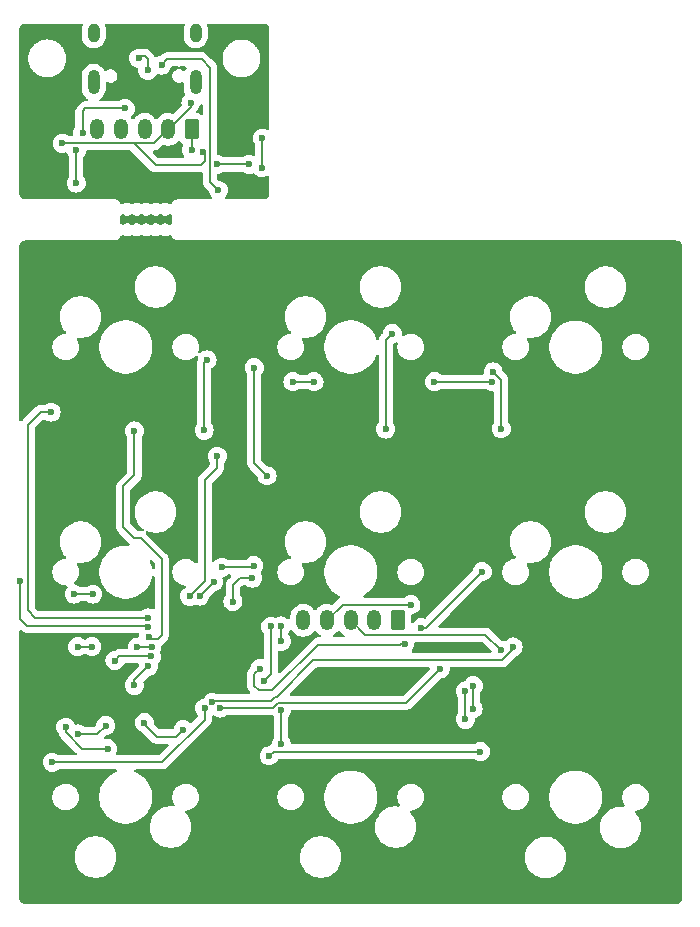
<source format=gbr>
%TF.GenerationSoftware,KiCad,Pcbnew,8.0.2*%
%TF.CreationDate,2024-10-13T22:55:22+09:00*%
%TF.ProjectId,typing-check-board,74797069-6e67-42d6-9368-65636b2d626f,rev?*%
%TF.SameCoordinates,Original*%
%TF.FileFunction,Copper,L1,Top*%
%TF.FilePolarity,Positive*%
%FSLAX46Y46*%
G04 Gerber Fmt 4.6, Leading zero omitted, Abs format (unit mm)*
G04 Created by KiCad (PCBNEW 8.0.2) date 2024-10-13 22:55:22*
%MOMM*%
%LPD*%
G01*
G04 APERTURE LIST*
G04 Aperture macros list*
%AMRoundRect*
0 Rectangle with rounded corners*
0 $1 Rounding radius*
0 $2 $3 $4 $5 $6 $7 $8 $9 X,Y pos of 4 corners*
0 Add a 4 corners polygon primitive as box body*
4,1,4,$2,$3,$4,$5,$6,$7,$8,$9,$2,$3,0*
0 Add four circle primitives for the rounded corners*
1,1,$1+$1,$2,$3*
1,1,$1+$1,$4,$5*
1,1,$1+$1,$6,$7*
1,1,$1+$1,$8,$9*
0 Add four rect primitives between the rounded corners*
20,1,$1+$1,$2,$3,$4,$5,0*
20,1,$1+$1,$4,$5,$6,$7,0*
20,1,$1+$1,$6,$7,$8,$9,0*
20,1,$1+$1,$8,$9,$2,$3,0*%
G04 Aperture macros list end*
%TA.AperFunction,ComponentPad*%
%ADD10RoundRect,0.250000X0.350000X0.625000X-0.350000X0.625000X-0.350000X-0.625000X0.350000X-0.625000X0*%
%TD*%
%TA.AperFunction,ComponentPad*%
%ADD11O,1.200000X1.750000*%
%TD*%
%TA.AperFunction,ComponentPad*%
%ADD12O,1.000000X1.600000*%
%TD*%
%TA.AperFunction,ComponentPad*%
%ADD13O,1.000000X2.100000*%
%TD*%
%TA.AperFunction,ViaPad*%
%ADD14C,0.600000*%
%TD*%
%TA.AperFunction,Conductor*%
%ADD15C,0.200000*%
%TD*%
G04 APERTURE END LIST*
D10*
%TO.P,JD2,1,Pin_1*%
%TO.N,+5VD*%
X126095000Y-65065000D03*
D11*
%TO.P,JD2,2,Pin_2*%
%TO.N,GNDD*%
X124095000Y-65065000D03*
%TO.P,JD2,3,Pin_3*%
%TO.N,DD-*%
X122095000Y-65065000D03*
%TO.P,JD2,4,Pin_4*%
%TO.N,DD+*%
X120095000Y-65065000D03*
%TO.P,JD2,5,Pin_5*%
%TO.N,unconnected-(JD2-Pin_5-Pad5)*%
X118095000Y-65065000D03*
%TD*%
D12*
%TO.P,JD1,S1,SHIELD*%
%TO.N,GNDPWR*%
X126435000Y-56895000D03*
D13*
X126435000Y-61075000D03*
D12*
X117795000Y-56895000D03*
D13*
X117795000Y-61075000D03*
%TD*%
D10*
%TO.P,J1,1,Pin_1*%
%TO.N,+5V*%
X143540000Y-106630000D03*
D11*
%TO.P,J1,2,Pin_2*%
%TO.N,GND*%
X141540000Y-106630000D03*
%TO.P,J1,3,Pin_3*%
%TO.N,D-*%
X139540000Y-106630000D03*
%TO.P,J1,4,Pin_4*%
%TO.N,D+*%
X137540000Y-106630000D03*
%TO.P,J1,5,Pin_5*%
%TO.N,unconnected-(J1-Pin_5-Pad5)*%
X135540000Y-106630000D03*
%TD*%
D14*
%TO.N,VCC*%
X132075000Y-65805000D03*
%TO.N,+5VD*%
X130944648Y-68035000D03*
X128245000Y-68035000D03*
X126085000Y-66840000D03*
%TO.N,GNDD*%
X127045000Y-66951472D03*
%TO.N,Net-(JD1-CC2)*%
X123535000Y-59625000D03*
%TO.N,Net-(JD1-CC1)*%
X116325000Y-69605000D03*
%TO.N,VCC*%
X132045000Y-68320000D03*
%TO.N,Net-(JD1-CC2)*%
X128345000Y-70225000D03*
%TO.N,GNDD*%
X115141250Y-66251250D03*
X126015000Y-62825000D03*
%TO.N,DD-*%
X122364999Y-60065000D03*
X121605000Y-59045000D03*
%TO.N,Net-(JD1-CC1)*%
X120465000Y-63295000D03*
X116325000Y-66851250D03*
X116850515Y-65390515D03*
%TO.N,row01*%
X121240000Y-90590000D03*
X122441939Y-108019914D03*
X151550000Y-86440000D03*
X134657573Y-86433900D03*
X136444807Y-86433900D03*
%TO.N,Net-(D00_1-A)*%
X127140000Y-90540000D03*
X127390000Y-84580000D03*
%TO.N,+5V*%
X122090000Y-115291473D03*
X125350000Y-115890000D03*
X132771765Y-107153235D03*
X132230000Y-111730000D03*
%TO.N,Net-(U1-XTAL1)*%
X122724574Y-108886030D03*
X121480000Y-108890000D03*
%TO.N,Net-(U1-XTAL2)*%
X122680000Y-109685514D03*
X119595318Y-110036871D03*
%TO.N,Net-(U1-UCAP)*%
X114280000Y-118650000D03*
X127190000Y-114055000D03*
%TO.N,Net-(U1-D-)*%
X147130000Y-110750000D03*
%TO.N,GND*%
X117640000Y-108860000D03*
X116440000Y-108870000D03*
X121238436Y-112130265D03*
X122430000Y-110510000D03*
%TO.N,Net-(U1-XTAL1)*%
X116150000Y-104410000D03*
X117720000Y-104410000D03*
%TO.N,Net-(U1-XTAL2)*%
X118800000Y-115550000D03*
X116430000Y-116250000D03*
%TO.N,Net-(D02_2-A)*%
X133670000Y-114210000D03*
X133670000Y-117090000D03*
X133680000Y-108405000D03*
X133680000Y-107110000D03*
%TO.N,col01*%
X149270000Y-115010000D03*
X149270000Y-112610000D03*
X132470000Y-94400000D03*
X131390000Y-85233900D03*
%TO.N,row01*%
X146640000Y-86433900D03*
%TO.N,Net-(D00_2-A)*%
X142520000Y-90450000D03*
X143080000Y-82350000D03*
%TO.N,Net-(D02_3-A)*%
X149925387Y-112151229D03*
X149910000Y-114110000D03*
%TO.N,GND*%
X115420000Y-115680000D03*
X118960000Y-117490000D03*
%TO.N,col02*%
X152300000Y-90400000D03*
X151610000Y-85600000D03*
%TO.N,Net-(U1-D-)*%
X128490000Y-114055000D03*
%TO.N,Net-(U1-D+)*%
X127839999Y-113588628D03*
X153300000Y-108890000D03*
%TO.N,GND*%
X150540000Y-117740000D03*
X132650000Y-118110000D03*
%TO.N,Net-(U1-~{HWB}{slash}PE2)*%
X131234265Y-103055735D03*
X129582261Y-105043057D03*
%TO.N,D-*%
X152270000Y-109160000D03*
%TO.N,D+*%
X144650000Y-105310000D03*
%TO.N,col00*%
X111570000Y-103260000D03*
X122430000Y-107220000D03*
%TO.N,row02*%
X114190000Y-89010000D03*
X122430000Y-106419997D03*
%TO.N,col01*%
X127950000Y-103380000D03*
X126780000Y-104580000D03*
X128630000Y-102140000D03*
X131330000Y-102000000D03*
%TO.N,row00*%
X125915058Y-104596412D03*
X128260000Y-92750000D03*
%TO.N,col02*%
X150690000Y-102500000D03*
X144140000Y-108650000D03*
X145540000Y-107250000D03*
X131860000Y-110720000D03*
%TD*%
D15*
%TO.N,DD-*%
X122364999Y-59094999D02*
X122364999Y-60065000D01*
%TO.N,GNDD*%
X126895000Y-68115000D02*
X123028750Y-68115000D01*
%TO.N,DD-*%
X121605000Y-59045000D02*
X121825000Y-58825000D01*
%TO.N,GNDD*%
X121165000Y-66251250D02*
X115141250Y-66251250D01*
%TO.N,DD-*%
X121825000Y-58825000D02*
X122095000Y-58825000D01*
%TO.N,GNDD*%
X126015000Y-62825000D02*
X126015000Y-63145000D01*
X127245000Y-67765000D02*
X126895000Y-68115000D01*
X127045000Y-66951472D02*
X127245000Y-67151472D01*
X127245000Y-67151472D02*
X127245000Y-67765000D01*
%TO.N,Net-(JD1-CC1)*%
X117085000Y-63295000D02*
X120465000Y-63295000D01*
%TO.N,GNDD*%
X122908750Y-66251250D02*
X121165000Y-66251250D01*
X123028750Y-68115000D02*
X121165000Y-66251250D01*
%TO.N,DD-*%
X122095000Y-58825000D02*
X122364999Y-59094999D01*
%TO.N,GNDD*%
X124900000Y-64260000D02*
X124095000Y-65065000D01*
X124900000Y-64260000D02*
X122908750Y-66251250D01*
X126015000Y-63145000D02*
X124900000Y-64260000D01*
%TO.N,+5VD*%
X126085000Y-66840000D02*
X126085000Y-65075000D01*
X126085000Y-65075000D02*
X126095000Y-65065000D01*
X130944648Y-68035000D02*
X128245000Y-68035000D01*
%TO.N,Net-(JD1-CC1)*%
X116850515Y-63529485D02*
X117085000Y-63295000D01*
X116850515Y-65390515D02*
X116850515Y-63529485D01*
X116325000Y-69605000D02*
X116325000Y-66851250D01*
%TO.N,VCC*%
X132045000Y-68320000D02*
X132045000Y-65835000D01*
%TO.N,Net-(JD1-CC2)*%
X127645000Y-59835000D02*
X127645000Y-69525000D01*
%TO.N,VCC*%
X132045000Y-65835000D02*
X132075000Y-65805000D01*
%TO.N,Net-(JD1-CC2)*%
X126935000Y-59125000D02*
X127645000Y-59835000D01*
X123535000Y-59625000D02*
X124035000Y-59125000D01*
X127645000Y-69525000D02*
X128345000Y-70225000D01*
X124035000Y-59125000D02*
X126935000Y-59125000D01*
%TO.N,row01*%
X121240000Y-94350000D02*
X121240000Y-90590000D01*
X120290000Y-95300000D02*
X121240000Y-94350000D01*
X121240000Y-99680000D02*
X120290000Y-98730000D01*
X121770000Y-99680000D02*
X121240000Y-99680000D01*
X123560000Y-107880000D02*
X123560000Y-101470000D01*
X122593970Y-108171945D02*
X123268055Y-108171945D01*
X123280000Y-108160000D02*
X123560000Y-107880000D01*
X123560000Y-101470000D02*
X121770000Y-99680000D01*
X122441939Y-108019914D02*
X122593970Y-108171945D01*
X123268055Y-108171945D02*
X123280000Y-108160000D01*
X120290000Y-98730000D02*
X120290000Y-95300000D01*
X134657573Y-86433900D02*
X136444807Y-86433900D01*
%TO.N,Net-(D00_1-A)*%
X127140000Y-90540000D02*
X127140000Y-84830000D01*
X127140000Y-84830000D02*
X127390000Y-84580000D01*
%TO.N,+5V*%
X122090000Y-115291473D02*
X122090000Y-115450000D01*
X122090000Y-115450000D02*
X123110000Y-116470000D01*
X123110000Y-116470000D02*
X124770000Y-116470000D01*
X124770000Y-116470000D02*
X125350000Y-115890000D01*
X132771765Y-107153235D02*
X132771765Y-111188235D01*
X132771765Y-111188235D02*
X132230000Y-111730000D01*
%TO.N,Net-(U1-XTAL1)*%
X122724574Y-108886030D02*
X121483970Y-108886030D01*
X121483970Y-108886030D02*
X121480000Y-108890000D01*
%TO.N,Net-(U1-XTAL2)*%
X119946675Y-109685514D02*
X119595318Y-110036871D01*
X122680000Y-109685514D02*
X119946675Y-109685514D01*
%TO.N,Net-(U1-UCAP)*%
X114280000Y-118650000D02*
X123580000Y-118650000D01*
X123580000Y-118650000D02*
X127190000Y-115040000D01*
X127190000Y-115040000D02*
X127190000Y-114055000D01*
%TO.N,GND*%
X117640000Y-108860000D02*
X116450000Y-108860000D01*
X116450000Y-108860000D02*
X116440000Y-108870000D01*
X122430000Y-110510000D02*
X121238436Y-111701564D01*
X121238436Y-111701564D02*
X121238436Y-112130265D01*
%TO.N,Net-(U1-XTAL1)*%
X116150000Y-104410000D02*
X117720000Y-104410000D01*
%TO.N,Net-(U1-XTAL2)*%
X116430000Y-116250000D02*
X118100000Y-116250000D01*
X118100000Y-116250000D02*
X118800000Y-115550000D01*
%TO.N,Net-(D02_2-A)*%
X133670000Y-117090000D02*
X133670000Y-114210000D01*
X133680000Y-108405000D02*
X133680000Y-107110000D01*
%TO.N,col01*%
X149270000Y-115010000D02*
X149270000Y-112610000D01*
X132470000Y-94400000D02*
X131390000Y-93320000D01*
X131390000Y-93320000D02*
X131390000Y-85233900D01*
%TO.N,row01*%
X151543900Y-86433900D02*
X151550000Y-86440000D01*
X146640000Y-86433900D02*
X151543900Y-86433900D01*
%TO.N,Net-(D00_2-A)*%
X142520000Y-90450000D02*
X142520000Y-82910000D01*
X142520000Y-82910000D02*
X143080000Y-82350000D01*
%TO.N,Net-(D02_3-A)*%
X149925387Y-112151229D02*
X149925387Y-114094613D01*
X149925387Y-114094613D02*
X149910000Y-114110000D01*
%TO.N,GND*%
X116821471Y-117490000D02*
X118960000Y-117490000D01*
X115420000Y-115680000D02*
X115420000Y-116088529D01*
X115420000Y-116088529D02*
X116821471Y-117490000D01*
%TO.N,col02*%
X152300000Y-86290000D02*
X151610000Y-85600000D01*
X152300000Y-90400000D02*
X152300000Y-86290000D01*
%TO.N,Net-(U1-D-)*%
X128490000Y-114055000D02*
X132976471Y-114055000D01*
X132976471Y-114055000D02*
X133421471Y-113610000D01*
X133421471Y-113610000D02*
X144270000Y-113610000D01*
X144270000Y-113610000D02*
X147130000Y-110750000D01*
%TO.N,Net-(U1-D+)*%
X132805000Y-113455000D02*
X133150000Y-113110000D01*
X127973627Y-113455000D02*
X132805000Y-113455000D01*
X127839999Y-113588628D02*
X127973627Y-113455000D01*
X133150000Y-113110000D02*
X133270000Y-113110000D01*
X133270000Y-113110000D02*
X136390000Y-109990000D01*
X136390000Y-109990000D02*
X152370000Y-109990000D01*
X152370000Y-109990000D02*
X153300000Y-109060000D01*
X153300000Y-109060000D02*
X153300000Y-108890000D01*
%TO.N,GND*%
X133020000Y-117740000D02*
X132650000Y-118110000D01*
X150540000Y-117740000D02*
X133020000Y-117740000D01*
%TO.N,Net-(U1-~{HWB}{slash}PE2)*%
X129582261Y-103627739D02*
X129582261Y-105043057D01*
X131234265Y-103055735D02*
X130154265Y-103055735D01*
X130154265Y-103055735D02*
X129630000Y-103580000D01*
X129630000Y-103580000D02*
X129582261Y-103627739D01*
%TO.N,D+*%
X144650000Y-105310000D02*
X138860000Y-105310000D01*
X138860000Y-105310000D02*
X137540000Y-106630000D01*
%TO.N,col00*%
X111570000Y-103260000D02*
X111570000Y-106500000D01*
X112170000Y-107100000D02*
X122310000Y-107100000D01*
X111570000Y-106500000D02*
X112170000Y-107100000D01*
X122310000Y-107100000D02*
X122430000Y-107220000D01*
%TO.N,row02*%
X112190000Y-105790000D02*
X112190000Y-90090000D01*
X113240000Y-89040000D02*
X113270000Y-89010000D01*
X112190000Y-90090000D02*
X113240000Y-89040000D01*
X122430000Y-106419997D02*
X112819997Y-106419997D01*
X112819997Y-106419997D02*
X112190000Y-105790000D01*
X113270000Y-89010000D02*
X114190000Y-89010000D01*
%TO.N,col01*%
X126780000Y-104550000D02*
X127950000Y-103380000D01*
X126780000Y-104580000D02*
X126780000Y-104550000D01*
X131190000Y-102140000D02*
X131330000Y-102000000D01*
X128630000Y-102140000D02*
X131190000Y-102140000D01*
%TO.N,row00*%
X127200000Y-94750000D02*
X128200000Y-93750000D01*
X127200000Y-103311470D02*
X127200000Y-94750000D01*
X125915058Y-104596412D02*
X127200000Y-103311470D01*
X128200000Y-93750000D02*
X128200000Y-92810000D01*
X128200000Y-92810000D02*
X128260000Y-92750000D01*
%TO.N,D-*%
X152270000Y-109160000D02*
X150960000Y-107850000D01*
X150960000Y-107850000D02*
X140760000Y-107850000D01*
X140760000Y-107850000D02*
X139540000Y-106630000D01*
%TO.N,col02*%
X150690000Y-102500000D02*
X145940000Y-107250000D01*
X144140000Y-108650000D02*
X143760000Y-108650000D01*
X132920000Y-112570000D02*
X131770000Y-112570000D01*
X145940000Y-107250000D02*
X145540000Y-107250000D01*
X143760000Y-108650000D02*
X143730000Y-108680000D01*
X136810000Y-108680000D02*
X143730000Y-108680000D01*
X136810000Y-108680000D02*
X132920000Y-112570000D01*
X131390000Y-112190000D02*
X131770000Y-112570000D01*
X131390000Y-112190000D02*
X131390000Y-111210000D01*
X131390000Y-111210000D02*
X131390000Y-111190000D01*
X131390000Y-111190000D02*
X131860000Y-110720000D01*
%TD*%
%TA.AperFunction,NonConductor*%
G36*
X126965011Y-62919439D02*
G01*
X127020516Y-62961876D01*
X127044267Y-63027585D01*
X127044500Y-63035175D01*
X127044500Y-63705818D01*
X127024815Y-63772857D01*
X126972011Y-63818612D01*
X126902853Y-63828556D01*
X126855404Y-63811357D01*
X126764340Y-63755190D01*
X126764334Y-63755186D01*
X126597797Y-63700001D01*
X126592757Y-63699486D01*
X126590212Y-63699226D01*
X126525521Y-63672827D01*
X126485371Y-63615645D01*
X126482510Y-63545834D01*
X126495430Y-63513869D01*
X126495516Y-63513719D01*
X126495520Y-63513716D01*
X126538116Y-63439933D01*
X126557819Y-63414258D01*
X126644813Y-63327265D01*
X126644813Y-63327264D01*
X126644816Y-63327262D01*
X126740789Y-63174522D01*
X126800368Y-63004255D01*
X126800368Y-63004254D01*
X126802668Y-62997682D01*
X126804742Y-62998407D01*
X126833713Y-62946608D01*
X126895373Y-62913747D01*
X126965011Y-62919439D01*
G37*
%TD.AperFunction*%
%TA.AperFunction,NonConductor*%
G36*
X125050483Y-66043371D02*
G01*
X125106417Y-66085242D01*
X125112688Y-66094456D01*
X125152285Y-66158652D01*
X125152288Y-66158656D01*
X125276343Y-66282711D01*
X125276347Y-66282714D01*
X125323729Y-66311940D01*
X125370454Y-66363887D01*
X125381675Y-66432850D01*
X125363631Y-66483442D01*
X125359209Y-66490479D01*
X125299633Y-66660737D01*
X125299630Y-66660750D01*
X125279435Y-66839996D01*
X125279435Y-66840003D01*
X125299630Y-67019249D01*
X125299631Y-67019254D01*
X125359211Y-67189523D01*
X125444041Y-67324528D01*
X125463041Y-67391765D01*
X125442673Y-67458600D01*
X125389406Y-67503814D01*
X125339047Y-67514500D01*
X123328848Y-67514500D01*
X123261809Y-67494815D01*
X123241167Y-67478181D01*
X122826418Y-67063432D01*
X122792933Y-67002109D01*
X122797917Y-66932417D01*
X122839789Y-66876484D01*
X122905253Y-66852067D01*
X122914099Y-66851751D01*
X122987804Y-66851751D01*
X122987807Y-66851751D01*
X123140535Y-66810827D01*
X123207409Y-66772217D01*
X123277466Y-66731770D01*
X123389270Y-66619966D01*
X123389270Y-66619964D01*
X123399474Y-66609761D01*
X123399478Y-66609756D01*
X123601319Y-66407914D01*
X123662640Y-66374431D01*
X123727315Y-66377665D01*
X123837299Y-66413402D01*
X124008389Y-66440500D01*
X124008390Y-66440500D01*
X124181610Y-66440500D01*
X124181611Y-66440500D01*
X124352701Y-66413402D01*
X124517445Y-66359873D01*
X124671788Y-66281232D01*
X124811928Y-66179414D01*
X124919472Y-66071869D01*
X124980791Y-66038387D01*
X125050483Y-66043371D01*
G37*
%TD.AperFunction*%
%TA.AperFunction,NonConductor*%
G36*
X130429275Y-68655185D02*
G01*
X130439551Y-68662555D01*
X130442384Y-68664814D01*
X130442386Y-68664816D01*
X130595126Y-68760789D01*
X130620924Y-68769816D01*
X130765393Y-68820368D01*
X130765398Y-68820369D01*
X130944644Y-68840565D01*
X130944648Y-68840565D01*
X130944652Y-68840565D01*
X131123897Y-68820369D01*
X131123900Y-68820368D01*
X131123903Y-68820368D01*
X131123904Y-68820367D01*
X131123907Y-68820367D01*
X131160916Y-68807416D01*
X131268372Y-68769815D01*
X131338148Y-68766253D01*
X131398776Y-68800982D01*
X131414318Y-68820884D01*
X131415182Y-68822260D01*
X131415184Y-68822262D01*
X131542738Y-68949816D01*
X131695478Y-69045789D01*
X131774449Y-69073422D01*
X131865745Y-69105368D01*
X131865750Y-69105369D01*
X132044996Y-69125565D01*
X132045000Y-69125565D01*
X132045004Y-69125565D01*
X132224249Y-69105369D01*
X132224252Y-69105368D01*
X132224255Y-69105368D01*
X132394522Y-69045789D01*
X132481228Y-68991307D01*
X132548464Y-68972307D01*
X132615299Y-68992674D01*
X132660513Y-69045942D01*
X132671200Y-69096301D01*
X132671200Y-70439168D01*
X132670597Y-70451383D01*
X132660313Y-70555275D01*
X132655535Y-70579193D01*
X132634095Y-70649577D01*
X132624797Y-70671966D01*
X132590984Y-70735130D01*
X132577514Y-70755275D01*
X132530999Y-70811951D01*
X132513780Y-70829164D01*
X132456962Y-70875761D01*
X132436618Y-70889328D01*
X132371676Y-70923914D01*
X132349353Y-70933137D01*
X132280556Y-70953987D01*
X132256730Y-70958721D01*
X132196788Y-70964617D01*
X132153205Y-70968904D01*
X132141068Y-70969500D01*
X129031940Y-70969500D01*
X128964901Y-70949815D01*
X128919146Y-70897011D01*
X128909202Y-70827853D01*
X128938227Y-70764297D01*
X128944259Y-70757819D01*
X128956269Y-70745809D01*
X128974816Y-70727262D01*
X129070789Y-70574522D01*
X129130368Y-70404255D01*
X129140162Y-70317330D01*
X129150565Y-70225003D01*
X129150565Y-70224996D01*
X129130369Y-70045750D01*
X129130368Y-70045745D01*
X129077171Y-69893717D01*
X129070789Y-69875478D01*
X128974816Y-69722738D01*
X128847262Y-69595184D01*
X128694521Y-69499210D01*
X128524249Y-69439630D01*
X128437330Y-69429837D01*
X128372916Y-69402770D01*
X128363533Y-69394298D01*
X128281819Y-69312584D01*
X128248334Y-69251261D01*
X128245500Y-69224903D01*
X128245500Y-68951321D01*
X128265185Y-68884282D01*
X128317989Y-68838527D01*
X128355612Y-68828101D01*
X128424255Y-68820368D01*
X128594522Y-68760789D01*
X128747262Y-68664816D01*
X128747267Y-68664810D01*
X128750097Y-68662555D01*
X128752275Y-68661665D01*
X128753158Y-68661111D01*
X128753255Y-68661265D01*
X128814783Y-68636145D01*
X128827412Y-68635500D01*
X130362236Y-68635500D01*
X130429275Y-68655185D01*
G37*
%TD.AperFunction*%
%TA.AperFunction,NonConductor*%
G36*
X116797858Y-56121385D02*
G01*
X116843613Y-56174189D01*
X116853557Y-56243347D01*
X116845381Y-56273151D01*
X116832949Y-56303165D01*
X116832947Y-56303170D01*
X116794500Y-56496456D01*
X116794500Y-56496459D01*
X116794500Y-57293541D01*
X116794500Y-57293543D01*
X116794499Y-57293543D01*
X116832947Y-57486829D01*
X116832950Y-57486839D01*
X116908364Y-57668907D01*
X116908371Y-57668920D01*
X117017860Y-57832781D01*
X117017863Y-57832785D01*
X117157214Y-57972136D01*
X117157218Y-57972139D01*
X117321079Y-58081628D01*
X117321092Y-58081635D01*
X117503160Y-58157049D01*
X117503165Y-58157051D01*
X117503169Y-58157051D01*
X117503170Y-58157052D01*
X117696456Y-58195500D01*
X117696459Y-58195500D01*
X117893543Y-58195500D01*
X118049447Y-58164488D01*
X118086835Y-58157051D01*
X118253540Y-58088000D01*
X118268907Y-58081635D01*
X118268907Y-58081634D01*
X118268914Y-58081632D01*
X118432782Y-57972139D01*
X118572139Y-57832782D01*
X118681632Y-57668914D01*
X118757051Y-57486835D01*
X118795500Y-57293541D01*
X118795500Y-56496459D01*
X118795500Y-56496456D01*
X118757052Y-56303170D01*
X118757051Y-56303169D01*
X118757051Y-56303165D01*
X118744619Y-56273151D01*
X118737152Y-56203682D01*
X118768427Y-56141203D01*
X118828517Y-56105551D01*
X118859181Y-56101700D01*
X125370819Y-56101700D01*
X125437858Y-56121385D01*
X125483613Y-56174189D01*
X125493557Y-56243347D01*
X125485381Y-56273151D01*
X125472949Y-56303165D01*
X125472947Y-56303170D01*
X125434500Y-56496456D01*
X125434500Y-56496459D01*
X125434500Y-57293541D01*
X125434500Y-57293543D01*
X125434499Y-57293543D01*
X125472947Y-57486829D01*
X125472950Y-57486839D01*
X125548364Y-57668907D01*
X125548371Y-57668920D01*
X125657860Y-57832781D01*
X125657863Y-57832785D01*
X125797214Y-57972136D01*
X125797218Y-57972139D01*
X125961079Y-58081628D01*
X125961092Y-58081635D01*
X126143160Y-58157049D01*
X126143165Y-58157051D01*
X126143169Y-58157051D01*
X126143170Y-58157052D01*
X126336456Y-58195500D01*
X126336459Y-58195500D01*
X126533543Y-58195500D01*
X126689447Y-58164488D01*
X126726835Y-58157051D01*
X126893540Y-58088000D01*
X126908907Y-58081635D01*
X126908907Y-58081634D01*
X126908914Y-58081632D01*
X127072782Y-57972139D01*
X127212139Y-57832782D01*
X127321632Y-57668914D01*
X127397051Y-57486835D01*
X127435500Y-57293541D01*
X127435500Y-56496459D01*
X127435500Y-56496456D01*
X127397052Y-56303170D01*
X127397051Y-56303169D01*
X127397051Y-56303165D01*
X127384619Y-56273151D01*
X127377152Y-56203682D01*
X127408427Y-56141203D01*
X127468517Y-56105551D01*
X127499181Y-56101700D01*
X132140870Y-56101700D01*
X132153082Y-56102303D01*
X132168102Y-56103789D01*
X132256981Y-56112586D01*
X132280886Y-56117361D01*
X132351147Y-56138765D01*
X132373576Y-56148085D01*
X132436884Y-56182012D01*
X132456936Y-56195420D01*
X132513691Y-56241962D01*
X132530942Y-56259212D01*
X132577553Y-56316049D01*
X132591092Y-56336343D01*
X132625653Y-56401168D01*
X132634920Y-56423597D01*
X132655689Y-56492246D01*
X132660406Y-56516016D01*
X132670604Y-56619693D01*
X132671200Y-56631831D01*
X132671200Y-65009847D01*
X132651515Y-65076886D01*
X132598711Y-65122641D01*
X132529553Y-65132585D01*
X132481229Y-65114841D01*
X132424525Y-65079212D01*
X132254254Y-65019631D01*
X132254249Y-65019630D01*
X132075004Y-64999435D01*
X132074996Y-64999435D01*
X131895750Y-65019630D01*
X131895745Y-65019631D01*
X131725476Y-65079211D01*
X131572737Y-65175184D01*
X131445184Y-65302737D01*
X131349211Y-65455476D01*
X131289631Y-65625745D01*
X131289630Y-65625750D01*
X131269435Y-65804996D01*
X131269435Y-65805003D01*
X131289630Y-65984249D01*
X131289631Y-65984254D01*
X131320335Y-66072000D01*
X131349211Y-66154522D01*
X131409989Y-66251250D01*
X131425494Y-66275925D01*
X131444500Y-66341897D01*
X131444500Y-67187051D01*
X131424815Y-67254090D01*
X131372011Y-67299845D01*
X131302853Y-67309789D01*
X131279546Y-67304093D01*
X131123905Y-67249632D01*
X131123897Y-67249630D01*
X130944652Y-67229435D01*
X130944644Y-67229435D01*
X130765398Y-67249630D01*
X130765393Y-67249631D01*
X130595124Y-67309211D01*
X130442384Y-67405185D01*
X130439551Y-67407445D01*
X130437372Y-67408334D01*
X130436490Y-67408889D01*
X130436392Y-67408734D01*
X130374865Y-67433855D01*
X130362236Y-67434500D01*
X128827412Y-67434500D01*
X128760373Y-67414815D01*
X128750097Y-67407445D01*
X128747263Y-67405185D01*
X128747262Y-67405184D01*
X128595442Y-67309789D01*
X128594521Y-67309210D01*
X128424249Y-67249630D01*
X128355616Y-67241897D01*
X128291202Y-67214830D01*
X128251647Y-67157235D01*
X128245500Y-67118677D01*
X128245500Y-59924060D01*
X128245501Y-59924047D01*
X128245501Y-59755944D01*
X128245501Y-59755943D01*
X128204577Y-59603216D01*
X128178455Y-59557971D01*
X128125524Y-59466290D01*
X128125518Y-59466282D01*
X127737917Y-59078682D01*
X128696387Y-59078682D01*
X128696387Y-59078691D01*
X128702349Y-59110765D01*
X128704066Y-59123841D01*
X128712267Y-59229650D01*
X128712592Y-59242618D01*
X128711685Y-59275789D01*
X128711686Y-59275791D01*
X128715573Y-59292066D01*
X128718594Y-59311284D01*
X128719887Y-59327969D01*
X128730927Y-59359266D01*
X128734595Y-59371706D01*
X128759695Y-59476788D01*
X128762021Y-59489365D01*
X128766422Y-59522706D01*
X128772659Y-59537749D01*
X128778719Y-59556425D01*
X128782503Y-59572268D01*
X128798511Y-59601833D01*
X128804016Y-59613386D01*
X128845121Y-59712538D01*
X128849457Y-59724772D01*
X128858701Y-59755944D01*
X128858883Y-59756558D01*
X128867639Y-59770837D01*
X128876474Y-59788164D01*
X128882892Y-59803644D01*
X128903085Y-59829944D01*
X128910440Y-59840639D01*
X128966442Y-59931968D01*
X128972627Y-59943349D01*
X128986947Y-59973334D01*
X128986951Y-59973340D01*
X128997796Y-59986027D01*
X129009249Y-60001778D01*
X129017971Y-60016002D01*
X129042075Y-60038864D01*
X129050994Y-60048256D01*
X129065305Y-60064996D01*
X129120709Y-60129807D01*
X129128709Y-60140238D01*
X129147227Y-60167235D01*
X129160283Y-60178407D01*
X129173917Y-60192048D01*
X129185080Y-60205106D01*
X129212061Y-60223631D01*
X129222484Y-60231633D01*
X129237227Y-60244249D01*
X129302359Y-60299984D01*
X129311895Y-60309064D01*
X129324927Y-60322865D01*
X129334334Y-60332827D01*
X129348997Y-60341863D01*
X129364553Y-60353205D01*
X129377655Y-60364416D01*
X129377656Y-60364416D01*
X129377658Y-60364418D01*
X129407145Y-60378516D01*
X129418708Y-60384820D01*
X129509628Y-60440847D01*
X129520164Y-60448115D01*
X129546804Y-60468604D01*
X129554426Y-60471771D01*
X129561865Y-60474862D01*
X129579343Y-60483807D01*
X129593224Y-60492362D01*
X129593226Y-60492362D01*
X129593227Y-60492363D01*
X129597425Y-60493618D01*
X129625410Y-60501983D01*
X129637476Y-60506281D01*
X129737597Y-60547883D01*
X129749166Y-60553408D01*
X129762906Y-60560865D01*
X129778667Y-60569419D01*
X129794557Y-60573231D01*
X129813204Y-60579299D01*
X129828300Y-60585572D01*
X129861574Y-60589990D01*
X129874172Y-60592330D01*
X129979422Y-60617580D01*
X129991810Y-60621245D01*
X130023181Y-60632338D01*
X130039778Y-60633636D01*
X130059031Y-60636679D01*
X130075214Y-60640562D01*
X130108481Y-60639685D01*
X130121377Y-60640018D01*
X130228350Y-60648384D01*
X130241373Y-60650104D01*
X130273481Y-60656095D01*
X130290699Y-60654760D01*
X130309946Y-60654766D01*
X130327164Y-60656114D01*
X130327164Y-60656113D01*
X130327166Y-60656114D01*
X130327166Y-60656113D01*
X130346730Y-60652477D01*
X130359258Y-60650150D01*
X130372322Y-60648434D01*
X130478158Y-60640230D01*
X130491110Y-60639906D01*
X130524289Y-60640814D01*
X130540568Y-60636925D01*
X130559779Y-60633905D01*
X130576471Y-60632612D01*
X130607768Y-60621570D01*
X130620190Y-60617906D01*
X130725307Y-60592798D01*
X130737851Y-60590478D01*
X130771206Y-60586077D01*
X130786249Y-60579839D01*
X130804927Y-60573779D01*
X130820767Y-60569997D01*
X130850341Y-60553982D01*
X130861878Y-60548485D01*
X130961036Y-60507377D01*
X130973266Y-60503043D01*
X131005058Y-60493617D01*
X131019342Y-60484857D01*
X131036671Y-60476021D01*
X131052144Y-60469608D01*
X131078447Y-60449411D01*
X131089130Y-60442063D01*
X131180485Y-60386045D01*
X131191840Y-60379875D01*
X131221836Y-60365552D01*
X131234524Y-60354704D01*
X131250272Y-60343253D01*
X131264503Y-60334528D01*
X131287357Y-60310431D01*
X131296748Y-60301511D01*
X131378319Y-60231778D01*
X131388731Y-60223794D01*
X131415735Y-60205273D01*
X131426905Y-60192218D01*
X131440545Y-60178584D01*
X131453606Y-60167420D01*
X131472130Y-60140438D01*
X131480128Y-60130020D01*
X131548501Y-60050118D01*
X131557556Y-60040610D01*
X131581327Y-60018166D01*
X131590366Y-60003496D01*
X131601713Y-59987937D01*
X131603347Y-59986027D01*
X131612916Y-59974845D01*
X131627018Y-59945348D01*
X131633318Y-59933792D01*
X131689356Y-59842855D01*
X131696609Y-59832342D01*
X131717104Y-59805696D01*
X131723362Y-59790632D01*
X131732306Y-59773157D01*
X131733736Y-59770837D01*
X131740863Y-59759273D01*
X131744274Y-59747861D01*
X131750483Y-59727090D01*
X131754781Y-59715021D01*
X131771487Y-59674816D01*
X131796370Y-59614931D01*
X131801893Y-59603368D01*
X131817894Y-59573897D01*
X131821717Y-59557971D01*
X131827785Y-59539329D01*
X131834072Y-59524200D01*
X131838485Y-59490963D01*
X131840830Y-59478347D01*
X131843726Y-59466282D01*
X131866073Y-59373189D01*
X131869737Y-59360810D01*
X131880843Y-59329396D01*
X131882135Y-59312864D01*
X131885184Y-59293575D01*
X131889055Y-59277453D01*
X131888181Y-59244137D01*
X131888514Y-59231249D01*
X131896885Y-59124165D01*
X131898611Y-59111093D01*
X131898672Y-59110765D01*
X131904595Y-59079020D01*
X131903259Y-59061788D01*
X131903264Y-59042550D01*
X131904613Y-59025313D01*
X131898647Y-58993224D01*
X131896931Y-58980152D01*
X131896907Y-58979836D01*
X131888730Y-58874339D01*
X131888406Y-58861386D01*
X131889314Y-58828211D01*
X131885426Y-58811934D01*
X131882405Y-58792725D01*
X131881112Y-58776029D01*
X131870072Y-58744736D01*
X131866403Y-58732294D01*
X131864967Y-58726284D01*
X131841301Y-58627206D01*
X131838975Y-58614632D01*
X131834577Y-58581294D01*
X131828342Y-58566255D01*
X131822280Y-58547575D01*
X131818497Y-58531733D01*
X131818496Y-58531732D01*
X131818496Y-58531730D01*
X131802487Y-58502164D01*
X131796981Y-58490608D01*
X131755878Y-58391459D01*
X131751542Y-58379226D01*
X131746873Y-58363483D01*
X131742117Y-58347442D01*
X131733360Y-58333162D01*
X131724529Y-58315844D01*
X131718109Y-58300357D01*
X131697911Y-58274051D01*
X131690555Y-58263354D01*
X131634614Y-58172124D01*
X131628406Y-58160696D01*
X131614155Y-58130824D01*
X131614155Y-58130823D01*
X131603230Y-58118033D01*
X131591813Y-58102324D01*
X131590636Y-58100404D01*
X131583028Y-58087997D01*
X131559007Y-58065214D01*
X131550065Y-58055796D01*
X131480320Y-57974146D01*
X131472347Y-57963746D01*
X131453774Y-57936667D01*
X131453198Y-57936174D01*
X131440807Y-57925571D01*
X131427146Y-57911898D01*
X131423237Y-57907322D01*
X131416061Y-57898921D01*
X131404091Y-57890695D01*
X131388983Y-57880313D01*
X131378593Y-57872333D01*
X131378247Y-57872037D01*
X131298529Y-57803822D01*
X131289037Y-57794787D01*
X131266474Y-57770915D01*
X131257392Y-57765325D01*
X131251924Y-57761959D01*
X131236311Y-57750580D01*
X131230272Y-57745412D01*
X131223346Y-57739485D01*
X131223344Y-57739484D01*
X131193716Y-57725317D01*
X131182214Y-57719050D01*
X131091298Y-57663087D01*
X131080703Y-57655781D01*
X131054197Y-57635395D01*
X131038982Y-57629073D01*
X131021567Y-57620165D01*
X131007546Y-57611535D01*
X131007545Y-57611534D01*
X131007544Y-57611534D01*
X130975509Y-57601975D01*
X130963385Y-57597660D01*
X130863405Y-57556117D01*
X130851837Y-57550593D01*
X130822333Y-57534580D01*
X130822329Y-57534579D01*
X130806437Y-57530766D01*
X130787792Y-57524698D01*
X130772703Y-57518429D01*
X130772695Y-57518426D01*
X130739421Y-57514007D01*
X130726823Y-57511666D01*
X130621589Y-57486421D01*
X130609180Y-57482750D01*
X130577822Y-57471663D01*
X130577821Y-57471662D01*
X130577819Y-57471662D01*
X130574304Y-57471387D01*
X130561221Y-57470363D01*
X130541974Y-57467321D01*
X130525785Y-57463437D01*
X130492525Y-57464313D01*
X130479601Y-57463979D01*
X130372669Y-57455615D01*
X130359613Y-57453892D01*
X130327520Y-57447905D01*
X130310300Y-57449239D01*
X130291063Y-57449232D01*
X130273836Y-57447885D01*
X130273834Y-57447885D01*
X130241738Y-57453850D01*
X130228665Y-57455566D01*
X130122801Y-57463770D01*
X130109852Y-57464095D01*
X130076644Y-57463192D01*
X130060408Y-57467073D01*
X130041169Y-57470098D01*
X130024527Y-57471388D01*
X129993196Y-57482440D01*
X129980772Y-57486105D01*
X129875787Y-57511197D01*
X129863189Y-57513528D01*
X129829895Y-57517922D01*
X129829889Y-57517924D01*
X129814808Y-57524176D01*
X129796154Y-57530230D01*
X129780272Y-57534026D01*
X129780270Y-57534027D01*
X129750738Y-57550021D01*
X129739175Y-57555531D01*
X129640058Y-57596622D01*
X129627824Y-57600958D01*
X129596042Y-57610382D01*
X129596041Y-57610383D01*
X129581761Y-57619139D01*
X129564441Y-57627971D01*
X129548957Y-57634391D01*
X129548956Y-57634391D01*
X129522652Y-57654587D01*
X129511959Y-57661940D01*
X129420844Y-57717811D01*
X129409371Y-57724040D01*
X129379613Y-57738221D01*
X129379606Y-57738225D01*
X129366711Y-57749231D01*
X129351042Y-57760614D01*
X129336595Y-57769473D01*
X129336593Y-57769474D01*
X129313908Y-57793391D01*
X129304441Y-57802374D01*
X129222817Y-57872037D01*
X129212460Y-57879974D01*
X129185267Y-57898625D01*
X129185259Y-57898633D01*
X129174259Y-57911488D01*
X129160548Y-57925181D01*
X129147671Y-57936171D01*
X129128972Y-57963356D01*
X129121026Y-57973696D01*
X129120642Y-57974146D01*
X129052520Y-58053754D01*
X129043442Y-58063288D01*
X129019670Y-58085736D01*
X129010631Y-58100404D01*
X128999286Y-58115963D01*
X128988085Y-58129053D01*
X128973987Y-58158537D01*
X128967684Y-58170097D01*
X128911610Y-58261093D01*
X128904355Y-58271612D01*
X128883839Y-58298300D01*
X128877610Y-58313301D01*
X128868661Y-58330791D01*
X128860137Y-58344623D01*
X128850496Y-58376875D01*
X128846210Y-58388912D01*
X128804608Y-58489097D01*
X128799065Y-58500705D01*
X128783107Y-58530098D01*
X128779265Y-58546101D01*
X128773214Y-58564696D01*
X128766900Y-58579902D01*
X128766899Y-58579907D01*
X128762502Y-58613071D01*
X128760153Y-58625716D01*
X128734927Y-58730804D01*
X128731262Y-58743189D01*
X128720157Y-58774602D01*
X128720156Y-58774606D01*
X128718862Y-58791150D01*
X128715816Y-58810416D01*
X128711944Y-58826545D01*
X128711944Y-58826546D01*
X128712817Y-58859850D01*
X128712483Y-58872761D01*
X128704113Y-58979836D01*
X128702388Y-58992904D01*
X128696405Y-59024981D01*
X128696405Y-59024983D01*
X128696405Y-59024984D01*
X128697740Y-59042208D01*
X128697734Y-59061450D01*
X128696387Y-59078682D01*
X127737917Y-59078682D01*
X127422590Y-58763355D01*
X127422588Y-58763352D01*
X127303717Y-58644481D01*
X127303716Y-58644480D01*
X127191874Y-58579908D01*
X127191874Y-58579907D01*
X127191869Y-58579906D01*
X127183116Y-58574852D01*
X127166786Y-58565423D01*
X127128603Y-58555192D01*
X127014057Y-58524499D01*
X126855943Y-58524499D01*
X126848347Y-58524499D01*
X126848331Y-58524500D01*
X124121670Y-58524500D01*
X124121654Y-58524499D01*
X124114058Y-58524499D01*
X123955943Y-58524499D01*
X123887876Y-58542738D01*
X123803214Y-58565423D01*
X123803209Y-58565426D01*
X123666290Y-58644475D01*
X123666286Y-58644478D01*
X123516465Y-58794299D01*
X123455142Y-58827783D01*
X123442668Y-58829837D01*
X123355750Y-58839630D01*
X123185478Y-58899210D01*
X123112689Y-58944947D01*
X123045452Y-58963947D01*
X122978617Y-58943579D01*
X122933403Y-58890311D01*
X122926942Y-58872045D01*
X122925822Y-58867865D01*
X122924576Y-58863214D01*
X122875514Y-58778237D01*
X122845519Y-58726283D01*
X122733715Y-58614479D01*
X122733714Y-58614478D01*
X122729384Y-58610148D01*
X122729373Y-58610138D01*
X122582590Y-58463355D01*
X122582588Y-58463352D01*
X122463717Y-58344481D01*
X122463716Y-58344480D01*
X122358001Y-58283446D01*
X122358000Y-58283445D01*
X122326783Y-58265422D01*
X122270881Y-58250443D01*
X122174057Y-58224499D01*
X122015943Y-58224499D01*
X122008347Y-58224499D01*
X122008331Y-58224500D01*
X121911669Y-58224500D01*
X121911653Y-58224499D01*
X121904057Y-58224499D01*
X121745943Y-58224499D01*
X121716702Y-58232333D01*
X121687638Y-58240121D01*
X121641665Y-58243566D01*
X121634776Y-58242789D01*
X121605000Y-58239435D01*
X121604998Y-58239435D01*
X121604997Y-58239435D01*
X121604996Y-58239435D01*
X121425750Y-58259630D01*
X121425745Y-58259631D01*
X121255476Y-58319211D01*
X121102737Y-58415184D01*
X120975184Y-58542737D01*
X120879211Y-58695476D01*
X120819631Y-58865745D01*
X120819630Y-58865750D01*
X120799435Y-59044996D01*
X120799435Y-59045003D01*
X120819630Y-59224249D01*
X120819631Y-59224254D01*
X120879211Y-59394523D01*
X120959754Y-59522706D01*
X120975184Y-59547262D01*
X121102738Y-59674816D01*
X121183401Y-59725500D01*
X121237145Y-59759270D01*
X121255478Y-59770789D01*
X121425745Y-59830368D01*
X121460643Y-59834299D01*
X121525055Y-59861365D01*
X121564611Y-59918960D01*
X121569979Y-59971403D01*
X121559434Y-60064996D01*
X121559434Y-60065003D01*
X121579629Y-60244249D01*
X121579630Y-60244254D01*
X121639210Y-60414523D01*
X121724925Y-60550936D01*
X121735183Y-60567262D01*
X121862737Y-60694816D01*
X121953079Y-60751582D01*
X121977833Y-60767136D01*
X122015477Y-60790789D01*
X122185744Y-60850368D01*
X122185749Y-60850369D01*
X122364995Y-60870565D01*
X122364999Y-60870565D01*
X122365003Y-60870565D01*
X122544248Y-60850369D01*
X122544251Y-60850368D01*
X122544254Y-60850368D01*
X122714521Y-60790789D01*
X122867261Y-60694816D01*
X122994815Y-60567262D01*
X123088072Y-60418843D01*
X123140407Y-60372553D01*
X123209460Y-60361905D01*
X123234021Y-60367775D01*
X123355737Y-60410366D01*
X123355743Y-60410367D01*
X123355745Y-60410368D01*
X123355746Y-60410368D01*
X123355750Y-60410369D01*
X123534996Y-60430565D01*
X123535000Y-60430565D01*
X123535004Y-60430565D01*
X123714249Y-60410369D01*
X123714252Y-60410368D01*
X123714255Y-60410368D01*
X123884522Y-60350789D01*
X124037262Y-60254816D01*
X124164816Y-60127262D01*
X124260789Y-59974522D01*
X124318867Y-59808545D01*
X124359589Y-59751769D01*
X124424542Y-59726022D01*
X124435909Y-59725500D01*
X124897982Y-59725500D01*
X124965021Y-59745185D01*
X125005390Y-59791773D01*
X125042515Y-59746810D01*
X125109067Y-59725535D01*
X125112018Y-59725500D01*
X125533929Y-59725500D01*
X125600968Y-59745185D01*
X125646723Y-59797989D01*
X125656667Y-59867147D01*
X125637031Y-59918391D01*
X125544983Y-60056151D01*
X125543534Y-60055182D01*
X125500356Y-60099122D01*
X125432215Y-60114570D01*
X125366540Y-60090725D01*
X125364493Y-60089188D01*
X125358367Y-60084487D01*
X125358365Y-60084485D01*
X125282342Y-60040593D01*
X125227136Y-60008719D01*
X125162536Y-59991410D01*
X125080766Y-59969500D01*
X125080765Y-59969500D01*
X125079925Y-59969275D01*
X125020264Y-59932910D01*
X125005019Y-59901527D01*
X124991695Y-59930703D01*
X124932917Y-59968477D01*
X124930075Y-59969275D01*
X124929235Y-59969500D01*
X124929234Y-59969500D01*
X124872658Y-59984659D01*
X124782863Y-60008719D01*
X124651635Y-60084485D01*
X124651632Y-60084487D01*
X124544487Y-60191632D01*
X124544485Y-60191635D01*
X124468719Y-60322863D01*
X124435871Y-60445456D01*
X124429500Y-60469234D01*
X124429500Y-60620766D01*
X124438966Y-60656094D01*
X124468719Y-60767136D01*
X124506602Y-60832750D01*
X124544485Y-60898365D01*
X124651635Y-61005515D01*
X124734912Y-61053595D01*
X124782861Y-61081279D01*
X124782865Y-61081281D01*
X124929234Y-61120500D01*
X124929236Y-61120500D01*
X125080764Y-61120500D01*
X125080766Y-61120500D01*
X125227135Y-61081281D01*
X125237451Y-61075325D01*
X125248499Y-61068947D01*
X125316398Y-61052473D01*
X125382426Y-61075325D01*
X125425617Y-61130245D01*
X125434500Y-61176333D01*
X125434500Y-61723541D01*
X125434500Y-61723543D01*
X125434499Y-61723543D01*
X125472947Y-61916829D01*
X125472950Y-61916839D01*
X125534422Y-62065246D01*
X125541891Y-62134715D01*
X125510616Y-62197194D01*
X125507543Y-62200379D01*
X125385183Y-62322739D01*
X125289211Y-62475476D01*
X125229631Y-62645745D01*
X125229630Y-62645750D01*
X125209435Y-62824996D01*
X125209435Y-62825003D01*
X125230411Y-63011175D01*
X125227975Y-63011449D01*
X125224380Y-63069810D01*
X125195457Y-63115306D01*
X124588680Y-63722083D01*
X124527357Y-63755568D01*
X124462681Y-63752333D01*
X124352698Y-63716597D01*
X124221271Y-63695781D01*
X124181611Y-63689500D01*
X124008389Y-63689500D01*
X123968728Y-63695781D01*
X123837302Y-63716597D01*
X123672552Y-63770128D01*
X123518211Y-63848768D01*
X123453891Y-63895500D01*
X123378072Y-63950586D01*
X123378070Y-63950588D01*
X123378069Y-63950588D01*
X123255588Y-64073069D01*
X123255581Y-64073078D01*
X123195317Y-64156023D01*
X123139987Y-64198689D01*
X123070374Y-64204667D01*
X123008579Y-64172061D01*
X122994683Y-64156023D01*
X122934418Y-64073078D01*
X122934414Y-64073072D01*
X122811928Y-63950586D01*
X122671788Y-63848768D01*
X122517445Y-63770127D01*
X122352701Y-63716598D01*
X122352699Y-63716597D01*
X122352698Y-63716597D01*
X122221271Y-63695781D01*
X122181611Y-63689500D01*
X122008389Y-63689500D01*
X121968728Y-63695781D01*
X121837302Y-63716597D01*
X121672552Y-63770128D01*
X121518211Y-63848768D01*
X121453891Y-63895500D01*
X121378072Y-63950586D01*
X121378070Y-63950588D01*
X121378069Y-63950588D01*
X121255588Y-64073069D01*
X121255581Y-64073078D01*
X121195317Y-64156023D01*
X121139987Y-64198689D01*
X121070374Y-64204667D01*
X121008579Y-64172061D01*
X120994683Y-64156024D01*
X120976116Y-64130470D01*
X120947949Y-64091701D01*
X120924469Y-64025898D01*
X120940293Y-63957844D01*
X120963373Y-63930775D01*
X120962338Y-63929740D01*
X120996578Y-63895500D01*
X121094816Y-63797262D01*
X121190789Y-63644522D01*
X121250368Y-63474255D01*
X121250369Y-63474249D01*
X121270565Y-63295003D01*
X121270565Y-63294996D01*
X121250369Y-63115750D01*
X121250368Y-63115745D01*
X121211356Y-63004255D01*
X121190789Y-62945478D01*
X121094816Y-62792738D01*
X120967262Y-62665184D01*
X120936325Y-62645745D01*
X120814523Y-62569211D01*
X120644254Y-62509631D01*
X120644249Y-62509630D01*
X120465004Y-62489435D01*
X120464996Y-62489435D01*
X120285750Y-62509630D01*
X120285745Y-62509631D01*
X120115476Y-62569211D01*
X119962736Y-62665185D01*
X119959903Y-62667445D01*
X119957724Y-62668334D01*
X119956842Y-62668889D01*
X119956744Y-62668734D01*
X119895217Y-62693855D01*
X119882588Y-62694500D01*
X118404007Y-62694500D01*
X118336968Y-62674815D01*
X118291213Y-62622011D01*
X118281269Y-62552853D01*
X118310294Y-62489297D01*
X118335116Y-62467398D01*
X118385872Y-62433483D01*
X118432782Y-62402139D01*
X118572139Y-62262782D01*
X118681632Y-62098914D01*
X118757051Y-61916835D01*
X118795500Y-61723541D01*
X118795500Y-61176333D01*
X118815185Y-61109294D01*
X118867989Y-61063539D01*
X118937147Y-61053595D01*
X118981501Y-61068947D01*
X119002859Y-61081278D01*
X119002860Y-61081278D01*
X119002865Y-61081281D01*
X119149234Y-61120500D01*
X119149236Y-61120500D01*
X119300764Y-61120500D01*
X119300766Y-61120500D01*
X119447135Y-61081281D01*
X119578365Y-61005515D01*
X119685515Y-60898365D01*
X119761281Y-60767135D01*
X119800500Y-60620766D01*
X119800500Y-60469234D01*
X119761281Y-60322865D01*
X119685515Y-60191635D01*
X119578365Y-60084485D01*
X119502342Y-60040593D01*
X119447136Y-60008719D01*
X119320725Y-59974848D01*
X119300766Y-59969500D01*
X119149234Y-59969500D01*
X119002863Y-60008719D01*
X118871627Y-60084489D01*
X118865502Y-60089190D01*
X118800333Y-60114383D01*
X118731888Y-60100343D01*
X118685976Y-60055509D01*
X118685017Y-60056151D01*
X118681982Y-60051609D01*
X118681899Y-60051528D01*
X118681766Y-60051286D01*
X118572139Y-59887218D01*
X118572136Y-59887214D01*
X118432785Y-59747863D01*
X118432781Y-59747860D01*
X118268920Y-59638371D01*
X118268907Y-59638364D01*
X118086839Y-59562950D01*
X118086829Y-59562947D01*
X117893543Y-59524500D01*
X117893541Y-59524500D01*
X117696459Y-59524500D01*
X117696457Y-59524500D01*
X117503170Y-59562947D01*
X117503160Y-59562950D01*
X117321092Y-59638364D01*
X117321079Y-59638371D01*
X117157218Y-59747860D01*
X117157214Y-59747863D01*
X117017863Y-59887214D01*
X117017860Y-59887218D01*
X116908371Y-60051079D01*
X116908364Y-60051092D01*
X116832950Y-60233160D01*
X116832947Y-60233170D01*
X116794500Y-60426456D01*
X116794500Y-60426459D01*
X116794500Y-61723541D01*
X116794500Y-61723543D01*
X116794499Y-61723543D01*
X116832947Y-61916829D01*
X116832950Y-61916839D01*
X116908364Y-62098907D01*
X116908371Y-62098920D01*
X117017860Y-62262781D01*
X117017863Y-62262785D01*
X117157214Y-62402136D01*
X117157218Y-62402139D01*
X117254884Y-62467398D01*
X117299689Y-62521010D01*
X117308396Y-62590335D01*
X117278241Y-62653363D01*
X117218798Y-62690082D01*
X117185993Y-62694500D01*
X117171669Y-62694500D01*
X117171653Y-62694499D01*
X117164057Y-62694499D01*
X117005943Y-62694499D01*
X116898587Y-62723265D01*
X116853210Y-62735424D01*
X116853209Y-62735425D01*
X116818066Y-62755716D01*
X116818064Y-62755717D01*
X116716290Y-62814475D01*
X116716282Y-62814481D01*
X116369996Y-63160767D01*
X116369994Y-63160770D01*
X116338142Y-63215941D01*
X116338141Y-63215943D01*
X116290938Y-63297699D01*
X116290938Y-63297700D01*
X116250014Y-63450428D01*
X116250014Y-63450430D01*
X116250014Y-63618531D01*
X116250015Y-63618544D01*
X116250015Y-64808102D01*
X116230330Y-64875141D01*
X116222965Y-64885411D01*
X116220701Y-64888249D01*
X116124726Y-65040991D01*
X116065146Y-65211260D01*
X116065145Y-65211265D01*
X116044950Y-65390511D01*
X116044950Y-65390518D01*
X116058735Y-65512867D01*
X116046680Y-65581689D01*
X115999331Y-65633068D01*
X115935515Y-65650750D01*
X115723662Y-65650750D01*
X115656623Y-65631065D01*
X115646347Y-65623695D01*
X115643513Y-65621435D01*
X115643512Y-65621434D01*
X115580258Y-65581689D01*
X115490773Y-65525461D01*
X115320504Y-65465881D01*
X115320499Y-65465880D01*
X115141254Y-65445685D01*
X115141246Y-65445685D01*
X114962000Y-65465880D01*
X114961995Y-65465881D01*
X114791726Y-65525461D01*
X114638987Y-65621434D01*
X114511434Y-65748987D01*
X114415461Y-65901726D01*
X114355881Y-66071995D01*
X114355880Y-66072000D01*
X114335685Y-66251246D01*
X114335685Y-66251253D01*
X114355880Y-66430499D01*
X114355881Y-66430504D01*
X114415461Y-66600773D01*
X114511434Y-66753512D01*
X114638988Y-66881066D01*
X114791728Y-66977039D01*
X114944508Y-67030499D01*
X114961995Y-67036618D01*
X114962000Y-67036619D01*
X115141246Y-67056815D01*
X115141250Y-67056815D01*
X115141254Y-67056815D01*
X115320499Y-67036619D01*
X115320501Y-67036618D01*
X115320505Y-67036618D01*
X115400593Y-67008593D01*
X115470370Y-67005031D01*
X115530997Y-67039759D01*
X115558589Y-67084681D01*
X115599210Y-67200771D01*
X115695185Y-67353513D01*
X115697445Y-67356347D01*
X115698334Y-67358525D01*
X115698889Y-67359408D01*
X115698734Y-67359505D01*
X115723855Y-67421033D01*
X115724500Y-67433662D01*
X115724500Y-69022587D01*
X115704815Y-69089626D01*
X115697450Y-69099896D01*
X115695186Y-69102734D01*
X115599211Y-69255476D01*
X115539631Y-69425745D01*
X115539630Y-69425750D01*
X115519435Y-69604996D01*
X115519435Y-69605003D01*
X115539630Y-69784249D01*
X115539631Y-69784254D01*
X115599211Y-69954523D01*
X115656530Y-70045745D01*
X115695184Y-70107262D01*
X115822738Y-70234816D01*
X115975478Y-70330789D01*
X116145745Y-70390368D01*
X116145750Y-70390369D01*
X116324996Y-70410565D01*
X116325000Y-70410565D01*
X116325004Y-70410565D01*
X116504249Y-70390369D01*
X116504252Y-70390368D01*
X116504255Y-70390368D01*
X116674522Y-70330789D01*
X116827262Y-70234816D01*
X116954816Y-70107262D01*
X117050789Y-69954522D01*
X117110368Y-69784255D01*
X117112896Y-69761818D01*
X117130565Y-69605003D01*
X117130565Y-69604996D01*
X117110369Y-69425750D01*
X117110368Y-69425745D01*
X117070771Y-69312584D01*
X117050789Y-69255478D01*
X117048139Y-69251261D01*
X116956469Y-69105369D01*
X116954816Y-69102738D01*
X116954814Y-69102736D01*
X116954813Y-69102734D01*
X116952550Y-69099896D01*
X116951659Y-69097715D01*
X116951111Y-69096842D01*
X116951264Y-69096745D01*
X116926144Y-69035209D01*
X116925500Y-69022587D01*
X116925500Y-67433662D01*
X116945185Y-67366623D01*
X116952555Y-67356347D01*
X116954810Y-67353517D01*
X116954816Y-67353512D01*
X117050789Y-67200772D01*
X117110368Y-67030505D01*
X117111637Y-67019249D01*
X117118102Y-66961867D01*
X117145168Y-66897453D01*
X117202763Y-66857898D01*
X117241322Y-66851750D01*
X120864903Y-66851750D01*
X120931942Y-66871435D01*
X120952583Y-66888068D01*
X122660034Y-68595520D01*
X122660036Y-68595521D01*
X122660040Y-68595524D01*
X122776143Y-68662555D01*
X122796966Y-68674577D01*
X122949693Y-68715501D01*
X122949695Y-68715501D01*
X123115404Y-68715501D01*
X123115420Y-68715500D01*
X126808331Y-68715500D01*
X126808347Y-68715501D01*
X126920500Y-68715501D01*
X126987539Y-68735186D01*
X127033294Y-68787990D01*
X127044500Y-68839501D01*
X127044500Y-69438330D01*
X127044499Y-69438348D01*
X127044499Y-69604054D01*
X127044498Y-69604054D01*
X127085423Y-69756786D01*
X127088323Y-69761807D01*
X127088326Y-69761819D01*
X127088329Y-69761818D01*
X127164477Y-69893712D01*
X127164481Y-69893717D01*
X127283349Y-70012585D01*
X127283355Y-70012590D01*
X127514298Y-70243533D01*
X127547783Y-70304856D01*
X127549837Y-70317330D01*
X127559630Y-70404249D01*
X127619210Y-70574521D01*
X127715184Y-70727262D01*
X127745741Y-70757819D01*
X127779226Y-70819142D01*
X127774242Y-70888834D01*
X127732370Y-70944767D01*
X127666906Y-70969184D01*
X127658060Y-70969500D01*
X124850342Y-70969500D01*
X124723046Y-71003608D01*
X124608920Y-71069500D01*
X124608917Y-71069502D01*
X124515736Y-71162683D01*
X124515732Y-71162689D01*
X124445779Y-71283852D01*
X124443885Y-71282758D01*
X124407213Y-71328243D01*
X124398521Y-71333755D01*
X124302001Y-71389482D01*
X124234101Y-71405955D01*
X124178000Y-71389482D01*
X124052488Y-71317017D01*
X124052489Y-71317017D01*
X124040035Y-71313680D01*
X123912475Y-71279500D01*
X123767525Y-71279500D01*
X123639965Y-71313680D01*
X123627511Y-71317017D01*
X123502000Y-71389482D01*
X123434100Y-71405955D01*
X123378000Y-71389482D01*
X123252488Y-71317017D01*
X123252489Y-71317017D01*
X123240035Y-71313680D01*
X123112475Y-71279500D01*
X122967525Y-71279500D01*
X122839965Y-71313680D01*
X122827511Y-71317017D01*
X122702000Y-71389482D01*
X122634100Y-71405955D01*
X122578000Y-71389482D01*
X122452488Y-71317017D01*
X122452489Y-71317017D01*
X122440035Y-71313680D01*
X122312475Y-71279500D01*
X122167525Y-71279500D01*
X122039965Y-71313680D01*
X122027511Y-71317017D01*
X121902000Y-71389482D01*
X121834100Y-71405955D01*
X121778000Y-71389482D01*
X121652488Y-71317017D01*
X121652489Y-71317017D01*
X121640035Y-71313680D01*
X121512475Y-71279500D01*
X121367525Y-71279500D01*
X121239965Y-71313680D01*
X121227511Y-71317017D01*
X121102000Y-71389482D01*
X121034100Y-71405955D01*
X120978000Y-71389482D01*
X120852488Y-71317017D01*
X120852489Y-71317017D01*
X120840035Y-71313680D01*
X120712475Y-71279500D01*
X120567525Y-71279500D01*
X120439965Y-71313680D01*
X120427511Y-71317017D01*
X120301999Y-71389482D01*
X120234099Y-71405955D01*
X120177999Y-71389482D01*
X120119501Y-71355708D01*
X120054609Y-71318242D01*
X120009224Y-71272857D01*
X119993604Y-71245802D01*
X119945617Y-71162686D01*
X119852431Y-71069500D01*
X119780887Y-71028194D01*
X119738304Y-71003608D01*
X119665669Y-70984146D01*
X119611009Y-70969500D01*
X119611008Y-70969500D01*
X112010831Y-70969500D01*
X111998618Y-70968897D01*
X111962786Y-70965350D01*
X111894722Y-70958613D01*
X111870803Y-70953834D01*
X111800559Y-70932436D01*
X111778121Y-70923113D01*
X111714815Y-70889187D01*
X111694763Y-70875779D01*
X111638001Y-70829231D01*
X111620756Y-70811986D01*
X111574283Y-70755318D01*
X111560703Y-70734947D01*
X111526071Y-70669879D01*
X111516868Y-70647603D01*
X111506648Y-70613902D01*
X111496012Y-70578824D01*
X111491275Y-70555000D01*
X111481094Y-70451486D01*
X111480500Y-70439367D01*
X111480500Y-59078682D01*
X112248287Y-59078682D01*
X112248287Y-59078691D01*
X112254249Y-59110765D01*
X112255966Y-59123841D01*
X112264167Y-59229650D01*
X112264492Y-59242618D01*
X112263585Y-59275789D01*
X112263586Y-59275791D01*
X112267473Y-59292066D01*
X112270494Y-59311284D01*
X112271787Y-59327969D01*
X112282827Y-59359266D01*
X112286495Y-59371706D01*
X112311595Y-59476788D01*
X112313921Y-59489365D01*
X112318322Y-59522706D01*
X112324559Y-59537749D01*
X112330619Y-59556425D01*
X112334403Y-59572268D01*
X112350411Y-59601833D01*
X112355916Y-59613386D01*
X112397021Y-59712538D01*
X112401357Y-59724772D01*
X112410601Y-59755944D01*
X112410783Y-59756558D01*
X112419539Y-59770837D01*
X112428374Y-59788164D01*
X112434792Y-59803644D01*
X112454985Y-59829944D01*
X112462340Y-59840639D01*
X112518342Y-59931968D01*
X112524527Y-59943349D01*
X112538847Y-59973334D01*
X112538851Y-59973340D01*
X112549696Y-59986027D01*
X112561149Y-60001778D01*
X112569871Y-60016002D01*
X112593975Y-60038864D01*
X112602894Y-60048256D01*
X112617205Y-60064996D01*
X112672609Y-60129807D01*
X112680609Y-60140238D01*
X112699127Y-60167235D01*
X112712183Y-60178407D01*
X112725817Y-60192048D01*
X112736980Y-60205106D01*
X112763961Y-60223631D01*
X112774384Y-60231633D01*
X112789127Y-60244249D01*
X112854259Y-60299984D01*
X112863795Y-60309064D01*
X112876827Y-60322865D01*
X112886234Y-60332827D01*
X112900897Y-60341863D01*
X112916453Y-60353205D01*
X112929555Y-60364416D01*
X112929556Y-60364416D01*
X112929558Y-60364418D01*
X112959045Y-60378516D01*
X112970608Y-60384820D01*
X113061528Y-60440847D01*
X113072064Y-60448115D01*
X113098704Y-60468604D01*
X113106326Y-60471771D01*
X113113765Y-60474862D01*
X113131243Y-60483807D01*
X113145124Y-60492362D01*
X113145126Y-60492362D01*
X113145127Y-60492363D01*
X113149325Y-60493618D01*
X113177310Y-60501983D01*
X113189376Y-60506281D01*
X113289497Y-60547883D01*
X113301066Y-60553408D01*
X113314806Y-60560865D01*
X113330567Y-60569419D01*
X113346457Y-60573231D01*
X113365104Y-60579299D01*
X113380200Y-60585572D01*
X113413474Y-60589990D01*
X113426072Y-60592330D01*
X113531322Y-60617580D01*
X113543710Y-60621245D01*
X113575081Y-60632338D01*
X113591678Y-60633636D01*
X113610931Y-60636679D01*
X113627114Y-60640562D01*
X113660381Y-60639685D01*
X113673277Y-60640018D01*
X113780250Y-60648384D01*
X113793273Y-60650104D01*
X113825381Y-60656095D01*
X113842599Y-60654760D01*
X113861846Y-60654766D01*
X113879064Y-60656114D01*
X113879064Y-60656113D01*
X113879066Y-60656114D01*
X113879066Y-60656113D01*
X113898630Y-60652477D01*
X113911158Y-60650150D01*
X113924224Y-60648434D01*
X114030104Y-60640227D01*
X114043042Y-60639903D01*
X114076256Y-60640807D01*
X114092489Y-60636926D01*
X114111726Y-60633901D01*
X114128371Y-60632612D01*
X114159711Y-60621554D01*
X114172114Y-60617895D01*
X114277129Y-60592797D01*
X114289693Y-60590472D01*
X114323006Y-60586077D01*
X114338085Y-60579825D01*
X114356748Y-60573769D01*
X114362139Y-60572480D01*
X114372630Y-60569973D01*
X114402178Y-60553967D01*
X114413704Y-60548474D01*
X114512842Y-60507375D01*
X114525064Y-60503043D01*
X114556858Y-60493617D01*
X114571142Y-60484857D01*
X114588471Y-60476021D01*
X114603944Y-60469608D01*
X114630247Y-60449411D01*
X114640930Y-60442063D01*
X114732183Y-60386108D01*
X114743591Y-60379912D01*
X114773477Y-60365655D01*
X114786264Y-60354731D01*
X114801970Y-60343316D01*
X114816303Y-60334528D01*
X114839085Y-60310506D01*
X114848502Y-60301565D01*
X114930157Y-60231815D01*
X114940531Y-60223862D01*
X114967635Y-60205273D01*
X114978736Y-60192299D01*
X114992408Y-60178640D01*
X115005379Y-60167561D01*
X115023991Y-60140474D01*
X115031954Y-60130107D01*
X115100395Y-60050126D01*
X115109454Y-60040612D01*
X115133227Y-60018166D01*
X115142266Y-60003496D01*
X115153613Y-59987937D01*
X115155247Y-59986027D01*
X115164816Y-59974845D01*
X115178918Y-59945348D01*
X115185218Y-59933792D01*
X115241256Y-59842855D01*
X115248509Y-59832342D01*
X115269004Y-59805696D01*
X115275262Y-59790632D01*
X115284206Y-59773157D01*
X115285636Y-59770837D01*
X115292763Y-59759273D01*
X115296174Y-59747861D01*
X115302383Y-59727090D01*
X115306681Y-59715021D01*
X115323387Y-59674816D01*
X115348270Y-59614931D01*
X115353793Y-59603368D01*
X115369794Y-59573897D01*
X115373617Y-59557971D01*
X115379685Y-59539329D01*
X115385972Y-59524200D01*
X115390385Y-59490963D01*
X115392730Y-59478347D01*
X115395626Y-59466282D01*
X115417973Y-59373189D01*
X115421637Y-59360810D01*
X115432743Y-59329396D01*
X115434035Y-59312864D01*
X115437084Y-59293575D01*
X115440955Y-59277453D01*
X115440081Y-59244137D01*
X115440414Y-59231249D01*
X115448785Y-59124165D01*
X115450511Y-59111093D01*
X115450572Y-59110765D01*
X115456495Y-59079020D01*
X115455159Y-59061788D01*
X115455164Y-59042550D01*
X115456513Y-59025313D01*
X115450547Y-58993224D01*
X115448831Y-58980152D01*
X115448807Y-58979836D01*
X115440630Y-58874339D01*
X115440306Y-58861386D01*
X115441214Y-58828211D01*
X115437326Y-58811934D01*
X115434305Y-58792725D01*
X115433012Y-58776029D01*
X115421972Y-58744736D01*
X115418303Y-58732294D01*
X115416867Y-58726284D01*
X115393201Y-58627206D01*
X115390875Y-58614632D01*
X115386477Y-58581294D01*
X115380242Y-58566255D01*
X115374180Y-58547575D01*
X115370397Y-58531733D01*
X115370396Y-58531732D01*
X115370396Y-58531730D01*
X115354387Y-58502164D01*
X115348881Y-58490608D01*
X115307778Y-58391459D01*
X115303442Y-58379226D01*
X115298773Y-58363483D01*
X115294017Y-58347442D01*
X115285260Y-58333162D01*
X115276429Y-58315844D01*
X115270009Y-58300357D01*
X115249811Y-58274051D01*
X115242455Y-58263354D01*
X115186514Y-58172124D01*
X115180306Y-58160696D01*
X115166055Y-58130824D01*
X115166055Y-58130823D01*
X115155130Y-58118033D01*
X115143713Y-58102324D01*
X115142536Y-58100404D01*
X115134928Y-58087997D01*
X115110907Y-58065214D01*
X115101965Y-58055796D01*
X115032220Y-57974146D01*
X115024247Y-57963746D01*
X115005674Y-57936667D01*
X115005098Y-57936174D01*
X114992707Y-57925571D01*
X114979046Y-57911898D01*
X114975137Y-57907322D01*
X114967961Y-57898921D01*
X114955991Y-57890695D01*
X114940883Y-57880313D01*
X114930493Y-57872333D01*
X114930147Y-57872037D01*
X114850429Y-57803822D01*
X114840937Y-57794787D01*
X114818374Y-57770915D01*
X114809292Y-57765325D01*
X114803824Y-57761959D01*
X114788211Y-57750580D01*
X114782172Y-57745412D01*
X114775246Y-57739485D01*
X114775244Y-57739484D01*
X114745616Y-57725317D01*
X114734114Y-57719050D01*
X114643198Y-57663087D01*
X114632603Y-57655781D01*
X114606097Y-57635395D01*
X114590882Y-57629073D01*
X114573467Y-57620165D01*
X114559446Y-57611535D01*
X114559445Y-57611534D01*
X114559444Y-57611534D01*
X114527409Y-57601975D01*
X114515285Y-57597660D01*
X114415305Y-57556117D01*
X114403737Y-57550593D01*
X114374233Y-57534580D01*
X114374229Y-57534579D01*
X114358337Y-57530766D01*
X114339692Y-57524698D01*
X114324603Y-57518429D01*
X114324595Y-57518426D01*
X114291321Y-57514007D01*
X114278723Y-57511666D01*
X114173489Y-57486421D01*
X114161080Y-57482750D01*
X114129722Y-57471663D01*
X114129721Y-57471662D01*
X114129719Y-57471662D01*
X114126204Y-57471387D01*
X114113121Y-57470363D01*
X114093874Y-57467321D01*
X114077685Y-57463437D01*
X114044425Y-57464313D01*
X114031501Y-57463979D01*
X113924569Y-57455615D01*
X113911513Y-57453892D01*
X113879420Y-57447905D01*
X113862200Y-57449239D01*
X113842963Y-57449232D01*
X113825736Y-57447885D01*
X113825734Y-57447885D01*
X113793638Y-57453850D01*
X113780565Y-57455566D01*
X113674746Y-57463767D01*
X113661779Y-57464092D01*
X113628612Y-57463185D01*
X113628608Y-57463186D01*
X113612334Y-57467073D01*
X113593116Y-57470094D01*
X113576431Y-57471387D01*
X113576425Y-57471388D01*
X113545136Y-57482426D01*
X113532696Y-57486095D01*
X113427608Y-57511197D01*
X113415024Y-57513524D01*
X113381694Y-57517922D01*
X113381690Y-57517923D01*
X113366647Y-57524160D01*
X113347974Y-57530219D01*
X113332131Y-57534003D01*
X113332130Y-57534003D01*
X113302569Y-57550009D01*
X113291018Y-57555513D01*
X113191857Y-57596622D01*
X113179624Y-57600958D01*
X113147842Y-57610382D01*
X113147841Y-57610383D01*
X113133561Y-57619139D01*
X113116241Y-57627971D01*
X113100757Y-57634391D01*
X113100756Y-57634391D01*
X113074452Y-57654587D01*
X113063759Y-57661940D01*
X112972544Y-57717872D01*
X112961114Y-57724080D01*
X112931254Y-57738324D01*
X112931243Y-57738331D01*
X112918450Y-57749258D01*
X112902747Y-57760671D01*
X112888399Y-57769469D01*
X112888394Y-57769473D01*
X112865632Y-57793472D01*
X112856199Y-57802426D01*
X112774654Y-57872074D01*
X112764261Y-57880041D01*
X112737169Y-57898624D01*
X112737162Y-57898629D01*
X112726083Y-57911577D01*
X112712406Y-57925241D01*
X112699443Y-57936312D01*
X112699439Y-57936316D01*
X112680826Y-57963399D01*
X112672851Y-57973783D01*
X112604416Y-58053758D01*
X112595336Y-58063293D01*
X112571572Y-58085733D01*
X112571571Y-58085735D01*
X112562531Y-58100404D01*
X112551186Y-58115963D01*
X112539985Y-58129053D01*
X112525887Y-58158537D01*
X112519584Y-58170097D01*
X112463510Y-58261093D01*
X112456255Y-58271612D01*
X112435739Y-58298300D01*
X112429510Y-58313301D01*
X112420561Y-58330791D01*
X112412037Y-58344623D01*
X112402396Y-58376875D01*
X112398110Y-58388912D01*
X112356508Y-58489097D01*
X112350965Y-58500705D01*
X112335007Y-58530098D01*
X112331165Y-58546101D01*
X112325114Y-58564696D01*
X112318800Y-58579902D01*
X112318799Y-58579907D01*
X112314402Y-58613071D01*
X112312053Y-58625716D01*
X112286827Y-58730804D01*
X112283162Y-58743189D01*
X112272057Y-58774602D01*
X112272056Y-58774606D01*
X112270762Y-58791150D01*
X112267716Y-58810416D01*
X112263844Y-58826545D01*
X112263844Y-58826546D01*
X112264717Y-58859850D01*
X112264383Y-58872761D01*
X112256013Y-58979836D01*
X112254288Y-58992904D01*
X112248305Y-59024981D01*
X112248305Y-59024983D01*
X112248305Y-59024984D01*
X112249640Y-59042208D01*
X112249634Y-59061450D01*
X112248287Y-59078682D01*
X111480500Y-59078682D01*
X111480500Y-56632028D01*
X111481103Y-56619816D01*
X111481471Y-56616093D01*
X111491386Y-56515915D01*
X111496161Y-56492013D01*
X111517566Y-56421748D01*
X111526883Y-56399326D01*
X111560814Y-56336009D01*
X111574217Y-56315967D01*
X111620767Y-56259201D01*
X111638011Y-56241957D01*
X111694740Y-56195433D01*
X111715064Y-56181879D01*
X111780040Y-56147275D01*
X111802341Y-56138062D01*
X111871141Y-56117211D01*
X111894956Y-56112479D01*
X111998503Y-56102294D01*
X112010640Y-56101700D01*
X116730819Y-56101700D01*
X116797858Y-56121385D01*
G37*
%TD.AperFunction*%
%TA.AperFunction,NonConductor*%
G36*
X124301996Y-72270515D02*
G01*
X124353736Y-72300387D01*
X124401950Y-72350953D01*
X124415734Y-72407773D01*
X124415734Y-72976452D01*
X124396049Y-73043491D01*
X124353735Y-73083839D01*
X124352386Y-73084618D01*
X124292003Y-73119481D01*
X124292001Y-73119482D01*
X124224101Y-73135955D01*
X124168000Y-73119482D01*
X124042488Y-73047017D01*
X124042489Y-73047017D01*
X124029330Y-73043491D01*
X123902475Y-73009500D01*
X123757525Y-73009500D01*
X123630670Y-73043491D01*
X123617511Y-73047017D01*
X123492000Y-73119482D01*
X123424100Y-73135955D01*
X123368000Y-73119482D01*
X123242488Y-73047017D01*
X123242489Y-73047017D01*
X123229330Y-73043491D01*
X123102475Y-73009500D01*
X122957525Y-73009500D01*
X122830670Y-73043491D01*
X122817511Y-73047017D01*
X122692000Y-73119482D01*
X122624100Y-73135955D01*
X122568000Y-73119482D01*
X122442488Y-73047017D01*
X122442489Y-73047017D01*
X122429330Y-73043491D01*
X122302475Y-73009500D01*
X122157525Y-73009500D01*
X122030670Y-73043491D01*
X122017511Y-73047017D01*
X121892000Y-73119482D01*
X121824100Y-73135955D01*
X121768000Y-73119482D01*
X121642488Y-73047017D01*
X121642489Y-73047017D01*
X121629330Y-73043491D01*
X121502475Y-73009500D01*
X121357525Y-73009500D01*
X121230670Y-73043491D01*
X121217511Y-73047017D01*
X121092000Y-73119482D01*
X121024100Y-73135955D01*
X120968000Y-73119482D01*
X120842488Y-73047017D01*
X120842489Y-73047017D01*
X120829330Y-73043491D01*
X120702475Y-73009500D01*
X120557525Y-73009500D01*
X120430670Y-73043491D01*
X120417511Y-73047017D01*
X120291999Y-73119482D01*
X120224099Y-73135955D01*
X120167998Y-73119481D01*
X120148226Y-73108066D01*
X120107615Y-73084618D01*
X120059400Y-73034050D01*
X120045617Y-72977232D01*
X120045617Y-72418540D01*
X120065302Y-72351501D01*
X120107613Y-72311155D01*
X120178003Y-72270515D01*
X120245898Y-72254044D01*
X120301997Y-72270516D01*
X120427515Y-72342984D01*
X120567525Y-72380500D01*
X120567528Y-72380500D01*
X120712472Y-72380500D01*
X120712475Y-72380500D01*
X120852485Y-72342984D01*
X120978002Y-72270516D01*
X121045899Y-72254044D01*
X121101996Y-72270515D01*
X121227515Y-72342984D01*
X121367525Y-72380500D01*
X121367528Y-72380500D01*
X121512472Y-72380500D01*
X121512475Y-72380500D01*
X121652485Y-72342984D01*
X121778002Y-72270516D01*
X121845899Y-72254044D01*
X121901996Y-72270515D01*
X122027515Y-72342984D01*
X122167525Y-72380500D01*
X122167528Y-72380500D01*
X122312472Y-72380500D01*
X122312475Y-72380500D01*
X122452485Y-72342984D01*
X122578002Y-72270516D01*
X122645899Y-72254044D01*
X122701996Y-72270515D01*
X122827515Y-72342984D01*
X122967525Y-72380500D01*
X122967528Y-72380500D01*
X123112472Y-72380500D01*
X123112475Y-72380500D01*
X123252485Y-72342984D01*
X123378002Y-72270516D01*
X123445899Y-72254044D01*
X123501996Y-72270515D01*
X123627515Y-72342984D01*
X123767525Y-72380500D01*
X123767528Y-72380500D01*
X123912472Y-72380500D01*
X123912475Y-72380500D01*
X124052485Y-72342984D01*
X124178002Y-72270516D01*
X124245899Y-72254044D01*
X124301996Y-72270515D01*
G37*
%TD.AperFunction*%
%TA.AperFunction,NonConductor*%
G36*
X122712470Y-101490254D02*
G01*
X122760992Y-101520227D01*
X122923181Y-101682416D01*
X122956666Y-101743739D01*
X122959500Y-101770097D01*
X122959500Y-102144866D01*
X122939815Y-102211905D01*
X122887011Y-102257660D01*
X122817853Y-102267604D01*
X122754297Y-102238579D01*
X122716523Y-102179801D01*
X122712561Y-102161051D01*
X122710430Y-102144866D01*
X122705998Y-102111200D01*
X122629850Y-101827013D01*
X122593399Y-101739013D01*
X122558750Y-101655361D01*
X122551281Y-101585891D01*
X122582556Y-101523412D01*
X122642645Y-101487760D01*
X122712470Y-101490254D01*
G37*
%TD.AperFunction*%
%TA.AperFunction,NonConductor*%
G36*
X124291996Y-74000515D02*
G01*
X124385029Y-74054228D01*
X124433243Y-74104795D01*
X124442800Y-74129517D01*
X124449842Y-74155795D01*
X124515734Y-74269923D01*
X124608920Y-74363109D01*
X124723048Y-74429001D01*
X124850342Y-74463109D01*
X124982126Y-74463109D01*
X167096049Y-74463109D01*
X167108261Y-74463712D01*
X167116515Y-74464528D01*
X167212064Y-74473985D01*
X167236015Y-74478774D01*
X167306585Y-74500295D01*
X167328796Y-74509505D01*
X167392162Y-74543325D01*
X167412609Y-74557006D01*
X167468536Y-74603081D01*
X167485533Y-74620110D01*
X167532496Y-74677330D01*
X167533056Y-74678012D01*
X167546508Y-74698124D01*
X167581102Y-74762699D01*
X167590534Y-74785506D01*
X167610880Y-74853083D01*
X167615562Y-74876819D01*
X167625695Y-74980917D01*
X167626278Y-74992930D01*
X167626278Y-130098113D01*
X167625699Y-130110078D01*
X167615737Y-130212834D01*
X167610805Y-130237424D01*
X167589045Y-130307956D01*
X167580021Y-130329654D01*
X167546260Y-130393095D01*
X167532569Y-130413603D01*
X167485869Y-130470389D01*
X167468860Y-130487398D01*
X167412719Y-130533566D01*
X167391919Y-130547412D01*
X167327372Y-130581541D01*
X167305230Y-130590635D01*
X167234869Y-130611865D01*
X167211684Y-130616506D01*
X167155143Y-130622296D01*
X167107616Y-130627164D01*
X167094985Y-130627809D01*
X112013654Y-130627809D01*
X112001067Y-130627168D01*
X111896685Y-130616517D01*
X111873309Y-130611828D01*
X111802475Y-130590362D01*
X111779768Y-130580934D01*
X111736474Y-130557682D01*
X111716380Y-130546890D01*
X111696575Y-130533657D01*
X111640266Y-130487630D01*
X111622684Y-130470037D01*
X111575942Y-130412777D01*
X111562654Y-130392837D01*
X111527854Y-130327753D01*
X111518528Y-130305220D01*
X111497880Y-130237004D01*
X111493160Y-130213235D01*
X111483096Y-130111016D01*
X111482975Y-130109788D01*
X111482378Y-130097639D01*
X111482378Y-126555258D01*
X116204500Y-126555258D01*
X116204500Y-126784741D01*
X116229446Y-126974215D01*
X116234452Y-127012238D01*
X116293842Y-127233887D01*
X116381650Y-127445876D01*
X116381657Y-127445890D01*
X116496392Y-127644617D01*
X116636081Y-127826661D01*
X116636089Y-127826670D01*
X116798330Y-127988911D01*
X116798338Y-127988918D01*
X116798339Y-127988919D01*
X116818147Y-128004118D01*
X116980382Y-128128607D01*
X116980385Y-128128608D01*
X116980388Y-128128611D01*
X117179112Y-128243344D01*
X117179117Y-128243346D01*
X117179123Y-128243349D01*
X117270480Y-128281190D01*
X117391113Y-128331158D01*
X117612762Y-128390548D01*
X117840266Y-128420500D01*
X117840273Y-128420500D01*
X118069727Y-128420500D01*
X118069734Y-128420500D01*
X118297238Y-128390548D01*
X118518887Y-128331158D01*
X118730888Y-128243344D01*
X118929612Y-128128611D01*
X119111661Y-127988919D01*
X119111665Y-127988914D01*
X119111670Y-127988911D01*
X119273911Y-127826670D01*
X119273914Y-127826665D01*
X119273919Y-127826661D01*
X119413611Y-127644612D01*
X119528344Y-127445888D01*
X119616158Y-127233887D01*
X119675548Y-127012238D01*
X119705500Y-126784734D01*
X119705500Y-126560458D01*
X135264500Y-126560458D01*
X135264500Y-126789941D01*
X135265817Y-126799941D01*
X135294452Y-127017438D01*
X135297132Y-127027440D01*
X135353842Y-127239087D01*
X135441650Y-127451076D01*
X135441657Y-127451090D01*
X135556392Y-127649817D01*
X135696081Y-127831861D01*
X135696089Y-127831870D01*
X135858330Y-127994111D01*
X135858338Y-127994118D01*
X136040382Y-128133807D01*
X136040385Y-128133808D01*
X136040388Y-128133811D01*
X136239112Y-128248544D01*
X136239117Y-128248546D01*
X136239123Y-128248549D01*
X136330480Y-128286390D01*
X136451113Y-128336358D01*
X136672762Y-128395748D01*
X136900266Y-128425700D01*
X136900273Y-128425700D01*
X137129727Y-128425700D01*
X137129734Y-128425700D01*
X137357238Y-128395748D01*
X137578887Y-128336358D01*
X137790888Y-128248544D01*
X137989612Y-128133811D01*
X138171661Y-127994119D01*
X138171665Y-127994114D01*
X138171670Y-127994111D01*
X138333911Y-127831870D01*
X138333914Y-127831865D01*
X138333919Y-127831861D01*
X138473611Y-127649812D01*
X138588344Y-127451088D01*
X138676158Y-127239087D01*
X138735548Y-127017438D01*
X138765500Y-126789934D01*
X138765500Y-126570458D01*
X154304500Y-126570458D01*
X154304500Y-126799941D01*
X154329446Y-126989415D01*
X154334452Y-127027438D01*
X154334453Y-127027440D01*
X154393842Y-127249087D01*
X154481650Y-127461076D01*
X154481656Y-127461088D01*
X154590618Y-127649817D01*
X154596392Y-127659817D01*
X154736081Y-127841861D01*
X154736089Y-127841870D01*
X154898330Y-128004111D01*
X154898338Y-128004118D01*
X155080382Y-128143807D01*
X155080385Y-128143808D01*
X155080388Y-128143811D01*
X155279112Y-128258544D01*
X155279117Y-128258546D01*
X155279123Y-128258549D01*
X155370480Y-128296390D01*
X155491113Y-128346358D01*
X155712762Y-128405748D01*
X155940266Y-128435700D01*
X155940273Y-128435700D01*
X156169727Y-128435700D01*
X156169734Y-128435700D01*
X156397238Y-128405748D01*
X156618887Y-128346358D01*
X156830888Y-128258544D01*
X157029612Y-128143811D01*
X157211661Y-128004119D01*
X157211665Y-128004114D01*
X157211670Y-128004111D01*
X157373911Y-127841870D01*
X157373914Y-127841865D01*
X157373919Y-127841861D01*
X157513611Y-127659812D01*
X157628344Y-127461088D01*
X157716158Y-127249087D01*
X157775548Y-127027438D01*
X157805500Y-126799934D01*
X157805500Y-126570466D01*
X157775548Y-126342962D01*
X157716158Y-126121313D01*
X157628344Y-125909312D01*
X157513611Y-125710588D01*
X157513608Y-125710585D01*
X157513607Y-125710582D01*
X157373918Y-125528538D01*
X157373911Y-125528530D01*
X157211670Y-125366289D01*
X157211661Y-125366281D01*
X157029617Y-125226592D01*
X157012296Y-125216592D01*
X156830888Y-125111856D01*
X156830876Y-125111850D01*
X156618887Y-125024042D01*
X156562159Y-125008842D01*
X156397238Y-124964652D01*
X156359215Y-124959646D01*
X156169741Y-124934700D01*
X156169734Y-124934700D01*
X155940266Y-124934700D01*
X155940258Y-124934700D01*
X155723715Y-124963209D01*
X155712762Y-124964652D01*
X155619076Y-124989754D01*
X155491112Y-125024042D01*
X155279123Y-125111850D01*
X155279109Y-125111857D01*
X155080382Y-125226592D01*
X154898338Y-125366281D01*
X154736081Y-125528538D01*
X154596392Y-125710582D01*
X154481657Y-125909309D01*
X154481650Y-125909323D01*
X154397984Y-126111313D01*
X154393842Y-126121313D01*
X154337132Y-126332962D01*
X154334453Y-126342959D01*
X154334451Y-126342970D01*
X154304500Y-126570458D01*
X138765500Y-126570458D01*
X138765500Y-126560466D01*
X138735548Y-126332962D01*
X138676158Y-126111313D01*
X138592491Y-125909323D01*
X138588349Y-125899323D01*
X138588346Y-125899317D01*
X138588344Y-125899312D01*
X138473611Y-125700588D01*
X138473608Y-125700585D01*
X138473607Y-125700582D01*
X138341592Y-125528539D01*
X138333919Y-125518539D01*
X138333918Y-125518538D01*
X138333911Y-125518530D01*
X138171670Y-125356289D01*
X138171661Y-125356281D01*
X137989617Y-125216592D01*
X137980610Y-125211392D01*
X137905620Y-125168096D01*
X137790890Y-125101857D01*
X137790876Y-125101850D01*
X137578887Y-125014042D01*
X137559480Y-125008842D01*
X137357238Y-124954652D01*
X137317733Y-124949451D01*
X137129741Y-124924700D01*
X137129734Y-124924700D01*
X136900266Y-124924700D01*
X136900258Y-124924700D01*
X136683715Y-124953209D01*
X136672762Y-124954652D01*
X136579076Y-124979754D01*
X136451112Y-125014042D01*
X136239123Y-125101850D01*
X136239109Y-125101857D01*
X136040382Y-125216592D01*
X135858338Y-125356281D01*
X135696081Y-125518538D01*
X135556392Y-125700582D01*
X135441657Y-125899309D01*
X135441650Y-125899323D01*
X135353842Y-126111312D01*
X135319554Y-126239276D01*
X135295846Y-126327762D01*
X135294453Y-126332959D01*
X135294451Y-126332970D01*
X135264500Y-126560458D01*
X119705500Y-126560458D01*
X119705500Y-126555266D01*
X119675548Y-126327762D01*
X119616158Y-126106113D01*
X119534639Y-125909309D01*
X119528349Y-125894123D01*
X119528346Y-125894117D01*
X119528344Y-125894112D01*
X119413611Y-125695388D01*
X119413608Y-125695385D01*
X119413607Y-125695382D01*
X119285582Y-125528538D01*
X119273919Y-125513339D01*
X119273918Y-125513338D01*
X119273911Y-125513330D01*
X119111670Y-125351089D01*
X119111661Y-125351081D01*
X118929617Y-125211392D01*
X118730890Y-125096657D01*
X118730876Y-125096650D01*
X118518887Y-125008842D01*
X118297238Y-124949452D01*
X118259215Y-124944446D01*
X118069741Y-124919500D01*
X118069734Y-124919500D01*
X117840266Y-124919500D01*
X117840258Y-124919500D01*
X117623715Y-124948009D01*
X117612762Y-124949452D01*
X117519076Y-124974554D01*
X117391112Y-125008842D01*
X117179123Y-125096650D01*
X117179109Y-125096657D01*
X116980382Y-125211392D01*
X116798338Y-125351081D01*
X116636081Y-125513338D01*
X116496392Y-125695382D01*
X116381657Y-125894109D01*
X116381650Y-125894123D01*
X116293842Y-126106112D01*
X116234453Y-126327759D01*
X116234451Y-126327770D01*
X116204500Y-126555258D01*
X111482378Y-126555258D01*
X111482378Y-124015258D01*
X122554500Y-124015258D01*
X122554500Y-124244741D01*
X122579446Y-124434215D01*
X122584452Y-124472238D01*
X122643842Y-124693887D01*
X122731650Y-124905876D01*
X122731657Y-124905890D01*
X122756807Y-124949451D01*
X122844798Y-125101857D01*
X122846392Y-125104617D01*
X122986081Y-125286661D01*
X122986089Y-125286670D01*
X123148330Y-125448911D01*
X123148338Y-125448918D01*
X123148339Y-125448919D01*
X123168147Y-125464118D01*
X123330382Y-125588607D01*
X123330385Y-125588608D01*
X123330388Y-125588611D01*
X123529112Y-125703344D01*
X123529117Y-125703346D01*
X123529123Y-125703349D01*
X123620480Y-125741190D01*
X123741113Y-125791158D01*
X123962762Y-125850548D01*
X124190266Y-125880500D01*
X124190273Y-125880500D01*
X124419727Y-125880500D01*
X124419734Y-125880500D01*
X124647238Y-125850548D01*
X124868887Y-125791158D01*
X125080888Y-125703344D01*
X125279612Y-125588611D01*
X125461661Y-125448919D01*
X125461665Y-125448914D01*
X125461670Y-125448911D01*
X125623911Y-125286670D01*
X125623914Y-125286665D01*
X125623919Y-125286661D01*
X125763611Y-125104612D01*
X125878344Y-124905888D01*
X125966158Y-124693887D01*
X126025548Y-124472238D01*
X126055500Y-124244734D01*
X126055500Y-124020458D01*
X141614500Y-124020458D01*
X141614500Y-124249941D01*
X141615817Y-124259941D01*
X141644452Y-124477438D01*
X141647132Y-124487440D01*
X141703842Y-124699087D01*
X141791650Y-124911076D01*
X141791657Y-124911090D01*
X141906392Y-125109817D01*
X142046081Y-125291861D01*
X142046089Y-125291870D01*
X142208330Y-125454111D01*
X142208338Y-125454118D01*
X142390382Y-125593807D01*
X142390385Y-125593808D01*
X142390388Y-125593811D01*
X142589112Y-125708544D01*
X142589117Y-125708546D01*
X142589123Y-125708549D01*
X142680480Y-125746390D01*
X142801113Y-125796358D01*
X143022762Y-125855748D01*
X143250266Y-125885700D01*
X143250273Y-125885700D01*
X143479727Y-125885700D01*
X143479734Y-125885700D01*
X143707238Y-125855748D01*
X143928887Y-125796358D01*
X144140888Y-125708544D01*
X144339612Y-125593811D01*
X144521661Y-125454119D01*
X144521665Y-125454114D01*
X144521670Y-125454111D01*
X144683911Y-125291870D01*
X144683914Y-125291865D01*
X144683919Y-125291861D01*
X144823611Y-125109812D01*
X144938344Y-124911088D01*
X145026158Y-124699087D01*
X145085548Y-124477438D01*
X145115500Y-124249934D01*
X145115500Y-124030458D01*
X160654500Y-124030458D01*
X160654500Y-124259941D01*
X160679446Y-124449415D01*
X160684452Y-124487438D01*
X160684453Y-124487440D01*
X160743842Y-124709087D01*
X160831650Y-124921076D01*
X160831657Y-124921090D01*
X160851034Y-124954652D01*
X160940618Y-125109817D01*
X160946392Y-125119817D01*
X161086081Y-125301861D01*
X161086089Y-125301870D01*
X161248330Y-125464111D01*
X161248338Y-125464118D01*
X161430382Y-125603807D01*
X161430385Y-125603808D01*
X161430388Y-125603811D01*
X161629112Y-125718544D01*
X161629117Y-125718546D01*
X161629123Y-125718549D01*
X161720480Y-125756390D01*
X161841113Y-125806358D01*
X162062762Y-125865748D01*
X162290266Y-125895700D01*
X162290273Y-125895700D01*
X162519727Y-125895700D01*
X162519734Y-125895700D01*
X162747238Y-125865748D01*
X162968887Y-125806358D01*
X163180888Y-125718544D01*
X163379612Y-125603811D01*
X163561661Y-125464119D01*
X163561665Y-125464114D01*
X163561670Y-125464111D01*
X163723911Y-125301870D01*
X163723914Y-125301865D01*
X163723919Y-125301861D01*
X163863611Y-125119812D01*
X163978344Y-124921088D01*
X164066158Y-124709087D01*
X164125548Y-124487438D01*
X164155500Y-124259934D01*
X164155500Y-124030466D01*
X164125548Y-123802962D01*
X164066158Y-123581313D01*
X163978344Y-123369312D01*
X163863611Y-123170588D01*
X163863608Y-123170585D01*
X163863607Y-123170582D01*
X163723918Y-122988538D01*
X163723911Y-122988530D01*
X163677762Y-122942381D01*
X163644277Y-122881058D01*
X163649261Y-122811366D01*
X163691133Y-122755433D01*
X163756597Y-122731016D01*
X163762032Y-122730821D01*
X163763576Y-122730700D01*
X163763579Y-122730700D01*
X163938555Y-122702986D01*
X164107042Y-122648242D01*
X164264890Y-122567814D01*
X164408214Y-122463683D01*
X164533483Y-122338414D01*
X164637614Y-122195090D01*
X164718042Y-122037242D01*
X164772786Y-121868755D01*
X164800500Y-121693779D01*
X164800500Y-121516621D01*
X164772786Y-121341645D01*
X164718042Y-121173158D01*
X164718042Y-121173157D01*
X164637613Y-121015309D01*
X164533483Y-120871986D01*
X164408214Y-120746717D01*
X164264890Y-120642586D01*
X164245264Y-120632586D01*
X164107042Y-120562157D01*
X164107039Y-120562156D01*
X163938556Y-120507414D01*
X163842588Y-120492214D01*
X163763579Y-120479700D01*
X163586421Y-120479700D01*
X163528095Y-120488938D01*
X163411443Y-120507414D01*
X163242960Y-120562156D01*
X163242957Y-120562157D01*
X163085109Y-120642586D01*
X163003338Y-120701996D01*
X162941786Y-120746717D01*
X162941784Y-120746719D01*
X162941783Y-120746719D01*
X162816519Y-120871983D01*
X162816519Y-120871984D01*
X162816517Y-120871986D01*
X162809087Y-120882213D01*
X162712386Y-121015309D01*
X162631957Y-121173157D01*
X162631956Y-121173160D01*
X162577214Y-121341643D01*
X162560354Y-121448094D01*
X162549500Y-121516621D01*
X162549500Y-121693779D01*
X162556364Y-121737116D01*
X162577214Y-121868756D01*
X162631956Y-122037239D01*
X162631957Y-122037242D01*
X162686619Y-122144520D01*
X162707292Y-122185093D01*
X162712388Y-122195093D01*
X162723481Y-122210362D01*
X162746961Y-122276168D01*
X162731135Y-122344222D01*
X162681030Y-122392917D01*
X162612551Y-122406792D01*
X162606977Y-122406186D01*
X162519741Y-122394700D01*
X162519734Y-122394700D01*
X162290266Y-122394700D01*
X162290258Y-122394700D01*
X162073715Y-122423209D01*
X162062762Y-122424652D01*
X161969076Y-122449754D01*
X161841112Y-122484042D01*
X161629123Y-122571850D01*
X161629109Y-122571857D01*
X161430382Y-122686592D01*
X161248338Y-122826281D01*
X161086081Y-122988538D01*
X160946392Y-123170582D01*
X160831657Y-123369309D01*
X160831650Y-123369323D01*
X160743842Y-123581312D01*
X160732815Y-123622465D01*
X160687132Y-123792962D01*
X160684453Y-123802959D01*
X160684451Y-123802970D01*
X160654500Y-124030458D01*
X145115500Y-124030458D01*
X145115500Y-124020466D01*
X145085548Y-123792962D01*
X145026158Y-123571313D01*
X144942491Y-123369323D01*
X144938349Y-123359323D01*
X144938346Y-123359317D01*
X144938344Y-123359312D01*
X144823611Y-123160588D01*
X144823608Y-123160585D01*
X144823607Y-123160582D01*
X144691592Y-122988539D01*
X144683919Y-122978539D01*
X144683918Y-122978538D01*
X144683911Y-122978530D01*
X144637762Y-122932381D01*
X144604277Y-122871058D01*
X144609261Y-122801366D01*
X144651133Y-122745433D01*
X144716597Y-122721016D01*
X144722032Y-122720821D01*
X144723576Y-122720700D01*
X144723579Y-122720700D01*
X144898555Y-122692986D01*
X145067042Y-122638242D01*
X145224890Y-122557814D01*
X145368214Y-122453683D01*
X145493483Y-122328414D01*
X145597614Y-122185090D01*
X145678042Y-122027242D01*
X145732786Y-121858755D01*
X145760500Y-121683779D01*
X145760500Y-121516621D01*
X152389500Y-121516621D01*
X152389500Y-121693779D01*
X152396364Y-121737116D01*
X152417214Y-121868756D01*
X152471956Y-122037239D01*
X152471957Y-122037242D01*
X152544641Y-122179890D01*
X152552386Y-122195090D01*
X152656517Y-122338414D01*
X152781786Y-122463683D01*
X152925110Y-122567814D01*
X152988284Y-122600003D01*
X153082957Y-122648242D01*
X153082960Y-122648243D01*
X153154198Y-122671389D01*
X153251445Y-122702986D01*
X153426421Y-122730700D01*
X153426422Y-122730700D01*
X153603578Y-122730700D01*
X153603579Y-122730700D01*
X153778555Y-122702986D01*
X153947042Y-122648242D01*
X154104890Y-122567814D01*
X154248214Y-122463683D01*
X154373483Y-122338414D01*
X154477614Y-122195090D01*
X154558042Y-122037242D01*
X154612786Y-121868755D01*
X154640500Y-121693779D01*
X154640500Y-121516621D01*
X154631231Y-121458100D01*
X156350600Y-121458100D01*
X156350600Y-121752299D01*
X156350601Y-121752316D01*
X156388111Y-122037239D01*
X156389002Y-122044000D01*
X156463817Y-122323214D01*
X156465152Y-122328194D01*
X156577734Y-122599994D01*
X156577742Y-122600010D01*
X156724840Y-122854789D01*
X156724851Y-122854805D01*
X156903948Y-123088209D01*
X156903954Y-123088216D01*
X157111983Y-123296245D01*
X157111990Y-123296251D01*
X157278205Y-123423792D01*
X157345403Y-123475355D01*
X157345410Y-123475359D01*
X157600189Y-123622457D01*
X157600205Y-123622465D01*
X157872005Y-123735047D01*
X157872007Y-123735047D01*
X157872013Y-123735050D01*
X158156200Y-123811198D01*
X158447894Y-123849600D01*
X158447901Y-123849600D01*
X158742099Y-123849600D01*
X158742106Y-123849600D01*
X159033800Y-123811198D01*
X159317987Y-123735050D01*
X159391318Y-123704675D01*
X159589794Y-123622465D01*
X159589797Y-123622463D01*
X159589803Y-123622461D01*
X159844597Y-123475355D01*
X160078011Y-123296250D01*
X160286050Y-123088211D01*
X160465155Y-122854797D01*
X160612261Y-122600003D01*
X160623920Y-122571857D01*
X160724755Y-122328416D01*
X160724850Y-122328187D01*
X160800998Y-122044000D01*
X160839400Y-121752306D01*
X160839400Y-121458094D01*
X160800998Y-121166400D01*
X160724850Y-120882213D01*
X160668727Y-120746719D01*
X160612265Y-120610405D01*
X160612257Y-120610389D01*
X160465159Y-120355610D01*
X160465155Y-120355603D01*
X160286050Y-120122189D01*
X160286045Y-120122183D01*
X160078016Y-119914154D01*
X160078009Y-119914148D01*
X159844605Y-119735051D01*
X159844603Y-119735049D01*
X159844597Y-119735045D01*
X159844592Y-119735042D01*
X159844589Y-119735040D01*
X159589810Y-119587942D01*
X159589794Y-119587934D01*
X159317994Y-119475352D01*
X159280666Y-119465350D01*
X159033800Y-119399202D01*
X159033799Y-119399201D01*
X159033796Y-119399201D01*
X158742116Y-119360801D01*
X158742111Y-119360800D01*
X158742106Y-119360800D01*
X158447894Y-119360800D01*
X158447888Y-119360800D01*
X158447883Y-119360801D01*
X158156203Y-119399201D01*
X157872005Y-119475352D01*
X157600205Y-119587934D01*
X157600189Y-119587942D01*
X157345410Y-119735040D01*
X157345394Y-119735051D01*
X157111990Y-119914148D01*
X157111983Y-119914154D01*
X156903954Y-120122183D01*
X156903948Y-120122190D01*
X156724851Y-120355594D01*
X156724840Y-120355610D01*
X156577742Y-120610389D01*
X156577734Y-120610405D01*
X156465152Y-120882205D01*
X156389001Y-121166403D01*
X156350601Y-121458083D01*
X156350600Y-121458100D01*
X154631231Y-121458100D01*
X154612786Y-121341645D01*
X154558042Y-121173158D01*
X154558042Y-121173157D01*
X154477613Y-121015309D01*
X154373483Y-120871986D01*
X154248214Y-120746717D01*
X154104890Y-120642586D01*
X154085264Y-120632586D01*
X153947042Y-120562157D01*
X153947039Y-120562156D01*
X153778556Y-120507414D01*
X153682588Y-120492214D01*
X153603579Y-120479700D01*
X153426421Y-120479700D01*
X153368095Y-120488938D01*
X153251443Y-120507414D01*
X153082960Y-120562156D01*
X153082957Y-120562157D01*
X152925109Y-120642586D01*
X152843338Y-120701996D01*
X152781786Y-120746717D01*
X152781784Y-120746719D01*
X152781783Y-120746719D01*
X152656519Y-120871983D01*
X152656519Y-120871984D01*
X152656517Y-120871986D01*
X152649087Y-120882213D01*
X152552386Y-121015309D01*
X152471957Y-121173157D01*
X152471956Y-121173160D01*
X152417214Y-121341643D01*
X152400354Y-121448094D01*
X152389500Y-121516621D01*
X145760500Y-121516621D01*
X145760500Y-121506621D01*
X145732786Y-121331645D01*
X145681291Y-121173157D01*
X145678043Y-121163160D01*
X145678042Y-121163157D01*
X145602709Y-121015310D01*
X145597614Y-121005310D01*
X145493483Y-120861986D01*
X145368214Y-120736717D01*
X145224890Y-120632586D01*
X145067042Y-120552157D01*
X145067039Y-120552156D01*
X144898556Y-120497414D01*
X144786715Y-120479700D01*
X144723579Y-120469700D01*
X144546421Y-120469700D01*
X144488095Y-120478938D01*
X144371443Y-120497414D01*
X144202960Y-120552156D01*
X144202957Y-120552157D01*
X144045109Y-120632586D01*
X143963338Y-120691996D01*
X143901786Y-120736717D01*
X143901784Y-120736719D01*
X143901783Y-120736719D01*
X143776519Y-120861983D01*
X143776519Y-120861984D01*
X143776517Y-120861986D01*
X143731796Y-120923538D01*
X143672386Y-121005309D01*
X143591957Y-121163157D01*
X143591956Y-121163160D01*
X143537214Y-121331643D01*
X143509500Y-121506621D01*
X143509500Y-121683778D01*
X143537214Y-121858756D01*
X143591956Y-122027239D01*
X143591957Y-122027242D01*
X143646619Y-122134520D01*
X143669736Y-122179890D01*
X143672388Y-122185093D01*
X143683481Y-122200362D01*
X143706961Y-122266168D01*
X143691135Y-122334222D01*
X143641030Y-122382917D01*
X143572551Y-122396792D01*
X143566977Y-122396186D01*
X143479741Y-122384700D01*
X143479734Y-122384700D01*
X143250266Y-122384700D01*
X143250258Y-122384700D01*
X143033715Y-122413209D01*
X143022762Y-122414652D01*
X142929076Y-122439754D01*
X142801112Y-122474042D01*
X142589123Y-122561850D01*
X142589109Y-122561857D01*
X142390382Y-122676592D01*
X142208338Y-122816281D01*
X142046081Y-122978538D01*
X141906392Y-123160582D01*
X141791657Y-123359309D01*
X141791650Y-123359323D01*
X141703842Y-123571312D01*
X141692815Y-123612465D01*
X141645846Y-123787762D01*
X141644453Y-123792959D01*
X141644451Y-123792970D01*
X141614500Y-124020458D01*
X126055500Y-124020458D01*
X126055500Y-124015266D01*
X126025548Y-123787762D01*
X125966158Y-123566113D01*
X125884639Y-123369309D01*
X125878349Y-123354123D01*
X125878346Y-123354117D01*
X125878344Y-123354112D01*
X125763611Y-123155388D01*
X125763608Y-123155385D01*
X125763607Y-123155382D01*
X125635582Y-122988538D01*
X125623919Y-122973339D01*
X125623918Y-122973338D01*
X125623911Y-122973330D01*
X125577762Y-122927181D01*
X125544277Y-122865858D01*
X125549261Y-122796166D01*
X125591133Y-122740233D01*
X125656597Y-122715816D01*
X125662032Y-122715621D01*
X125663576Y-122715500D01*
X125663579Y-122715500D01*
X125838555Y-122687786D01*
X126007042Y-122633042D01*
X126164890Y-122552614D01*
X126308214Y-122448483D01*
X126433483Y-122323214D01*
X126537614Y-122179890D01*
X126618042Y-122022042D01*
X126672786Y-121853555D01*
X126700500Y-121678579D01*
X126700500Y-121506621D01*
X133349500Y-121506621D01*
X133349500Y-121683778D01*
X133377214Y-121858756D01*
X133431956Y-122027239D01*
X133431957Y-122027242D01*
X133509736Y-122179890D01*
X133512386Y-122185090D01*
X133616517Y-122328414D01*
X133741786Y-122453683D01*
X133885110Y-122557814D01*
X133948284Y-122590003D01*
X134042957Y-122638242D01*
X134042960Y-122638243D01*
X134073735Y-122648242D01*
X134211445Y-122692986D01*
X134386421Y-122720700D01*
X134386422Y-122720700D01*
X134563578Y-122720700D01*
X134563579Y-122720700D01*
X134738555Y-122692986D01*
X134907042Y-122638242D01*
X135064890Y-122557814D01*
X135208214Y-122453683D01*
X135333483Y-122328414D01*
X135437614Y-122185090D01*
X135518042Y-122027242D01*
X135572786Y-121858755D01*
X135600500Y-121683779D01*
X135600500Y-121506621D01*
X135591231Y-121448100D01*
X137310600Y-121448100D01*
X137310600Y-121742299D01*
X137310601Y-121742316D01*
X137348316Y-122028796D01*
X137349002Y-122034000D01*
X137411211Y-122266168D01*
X137425152Y-122318194D01*
X137537734Y-122589994D01*
X137537742Y-122590010D01*
X137684840Y-122844789D01*
X137684851Y-122844805D01*
X137863948Y-123078209D01*
X137863954Y-123078216D01*
X138071983Y-123286245D01*
X138071990Y-123286251D01*
X138180237Y-123369312D01*
X138305403Y-123465355D01*
X138305410Y-123465359D01*
X138560189Y-123612457D01*
X138560205Y-123612465D01*
X138832005Y-123725047D01*
X138832007Y-123725047D01*
X138832013Y-123725050D01*
X139116200Y-123801198D01*
X139407894Y-123839600D01*
X139407901Y-123839600D01*
X139702099Y-123839600D01*
X139702106Y-123839600D01*
X139993800Y-123801198D01*
X140277987Y-123725050D01*
X140351318Y-123694675D01*
X140549794Y-123612465D01*
X140549797Y-123612463D01*
X140549803Y-123612461D01*
X140804597Y-123465355D01*
X141038011Y-123286250D01*
X141246050Y-123078211D01*
X141425155Y-122844797D01*
X141572261Y-122590003D01*
X141579778Y-122571857D01*
X141684847Y-122318194D01*
X141684846Y-122318194D01*
X141684850Y-122318187D01*
X141760998Y-122034000D01*
X141799400Y-121742306D01*
X141799400Y-121448094D01*
X141760998Y-121156400D01*
X141684850Y-120872213D01*
X141678459Y-120856783D01*
X141572265Y-120600405D01*
X141572257Y-120600389D01*
X141425159Y-120345610D01*
X141425155Y-120345603D01*
X141246050Y-120112189D01*
X141246045Y-120112183D01*
X141038016Y-119904154D01*
X141038009Y-119904148D01*
X140804605Y-119725051D01*
X140804603Y-119725049D01*
X140804597Y-119725045D01*
X140804592Y-119725042D01*
X140804589Y-119725040D01*
X140549810Y-119577942D01*
X140549794Y-119577934D01*
X140277994Y-119465352D01*
X140166096Y-119435369D01*
X139993800Y-119389202D01*
X139993799Y-119389201D01*
X139993796Y-119389201D01*
X139702116Y-119350801D01*
X139702111Y-119350800D01*
X139702106Y-119350800D01*
X139407894Y-119350800D01*
X139407888Y-119350800D01*
X139407883Y-119350801D01*
X139116203Y-119389201D01*
X138832005Y-119465352D01*
X138560205Y-119577934D01*
X138560189Y-119577942D01*
X138305410Y-119725040D01*
X138305394Y-119725051D01*
X138071990Y-119904148D01*
X138071983Y-119904154D01*
X137863954Y-120112183D01*
X137863948Y-120112190D01*
X137684851Y-120345594D01*
X137684840Y-120345610D01*
X137537742Y-120600389D01*
X137537734Y-120600405D01*
X137425152Y-120872205D01*
X137349001Y-121156403D01*
X137310601Y-121448083D01*
X137310600Y-121448100D01*
X135591231Y-121448100D01*
X135572786Y-121331645D01*
X135521291Y-121173157D01*
X135518043Y-121163160D01*
X135518042Y-121163157D01*
X135442709Y-121015310D01*
X135437614Y-121005310D01*
X135333483Y-120861986D01*
X135208214Y-120736717D01*
X135064890Y-120632586D01*
X134907042Y-120552157D01*
X134907039Y-120552156D01*
X134738556Y-120497414D01*
X134626715Y-120479700D01*
X134563579Y-120469700D01*
X134386421Y-120469700D01*
X134328095Y-120478938D01*
X134211443Y-120497414D01*
X134042960Y-120552156D01*
X134042957Y-120552157D01*
X133885109Y-120632586D01*
X133803338Y-120691996D01*
X133741786Y-120736717D01*
X133741784Y-120736719D01*
X133741783Y-120736719D01*
X133616519Y-120861983D01*
X133616519Y-120861984D01*
X133616517Y-120861986D01*
X133571796Y-120923538D01*
X133512386Y-121005309D01*
X133431957Y-121163157D01*
X133431956Y-121163160D01*
X133377214Y-121331643D01*
X133349500Y-121506621D01*
X126700500Y-121506621D01*
X126700500Y-121501421D01*
X126672786Y-121326445D01*
X126645414Y-121242201D01*
X126618043Y-121157960D01*
X126618042Y-121157957D01*
X126577061Y-121077529D01*
X126537614Y-121000110D01*
X126433483Y-120856786D01*
X126308214Y-120731517D01*
X126164890Y-120627386D01*
X126007042Y-120546957D01*
X126007039Y-120546956D01*
X125838556Y-120492214D01*
X125751067Y-120478357D01*
X125663579Y-120464500D01*
X125486421Y-120464500D01*
X125428095Y-120473738D01*
X125311443Y-120492214D01*
X125142960Y-120546956D01*
X125142957Y-120546957D01*
X124985109Y-120627386D01*
X124903338Y-120686796D01*
X124841786Y-120731517D01*
X124841784Y-120731519D01*
X124841783Y-120731519D01*
X124716519Y-120856783D01*
X124716519Y-120856784D01*
X124716517Y-120856786D01*
X124671796Y-120918338D01*
X124612386Y-121000109D01*
X124531957Y-121157957D01*
X124531956Y-121157960D01*
X124477214Y-121326443D01*
X124449500Y-121501421D01*
X124449500Y-121678579D01*
X124458769Y-121737099D01*
X124477214Y-121853556D01*
X124531956Y-122022039D01*
X124531957Y-122022042D01*
X124612388Y-122179893D01*
X124623481Y-122195162D01*
X124646961Y-122260968D01*
X124631135Y-122329022D01*
X124581030Y-122377717D01*
X124512551Y-122391592D01*
X124506977Y-122390986D01*
X124419741Y-122379500D01*
X124419734Y-122379500D01*
X124190266Y-122379500D01*
X124190258Y-122379500D01*
X123987569Y-122406186D01*
X123962762Y-122409452D01*
X123869076Y-122434554D01*
X123741112Y-122468842D01*
X123529123Y-122556650D01*
X123529109Y-122556657D01*
X123330382Y-122671392D01*
X123148338Y-122811081D01*
X122986081Y-122973338D01*
X122846392Y-123155382D01*
X122731657Y-123354109D01*
X122731650Y-123354123D01*
X122643842Y-123566112D01*
X122632815Y-123607265D01*
X122601256Y-123725050D01*
X122584453Y-123787759D01*
X122584451Y-123787770D01*
X122554500Y-124015258D01*
X111482378Y-124015258D01*
X111482378Y-121501421D01*
X114289500Y-121501421D01*
X114289500Y-121678579D01*
X114298769Y-121737099D01*
X114317214Y-121853556D01*
X114371956Y-122022039D01*
X114371957Y-122022042D01*
X114452386Y-122179890D01*
X114556517Y-122323214D01*
X114681786Y-122448483D01*
X114825110Y-122552614D01*
X114888284Y-122584803D01*
X114982957Y-122633042D01*
X114982960Y-122633043D01*
X115067201Y-122660414D01*
X115151445Y-122687786D01*
X115326421Y-122715500D01*
X115326422Y-122715500D01*
X115503578Y-122715500D01*
X115503579Y-122715500D01*
X115678555Y-122687786D01*
X115847042Y-122633042D01*
X116004890Y-122552614D01*
X116148214Y-122448483D01*
X116273483Y-122323214D01*
X116377614Y-122179890D01*
X116458042Y-122022042D01*
X116512786Y-121853555D01*
X116540500Y-121678579D01*
X116540500Y-121501421D01*
X116512786Y-121326445D01*
X116485414Y-121242201D01*
X116458043Y-121157960D01*
X116458042Y-121157957D01*
X116417061Y-121077529D01*
X116377614Y-121000110D01*
X116273483Y-120856786D01*
X116148214Y-120731517D01*
X116004890Y-120627386D01*
X115847042Y-120546957D01*
X115847039Y-120546956D01*
X115678556Y-120492214D01*
X115591067Y-120478357D01*
X115503579Y-120464500D01*
X115326421Y-120464500D01*
X115268095Y-120473738D01*
X115151443Y-120492214D01*
X114982960Y-120546956D01*
X114982957Y-120546957D01*
X114825109Y-120627386D01*
X114743338Y-120686796D01*
X114681786Y-120731517D01*
X114681784Y-120731519D01*
X114681783Y-120731519D01*
X114556519Y-120856783D01*
X114556519Y-120856784D01*
X114556517Y-120856786D01*
X114511796Y-120918338D01*
X114452386Y-121000109D01*
X114371957Y-121157957D01*
X114371956Y-121157960D01*
X114317214Y-121326443D01*
X114289500Y-121501421D01*
X111482378Y-121501421D01*
X111482378Y-118649996D01*
X113474435Y-118649996D01*
X113474435Y-118650003D01*
X113494630Y-118829249D01*
X113494631Y-118829254D01*
X113554211Y-118999523D01*
X113650184Y-119152262D01*
X113777738Y-119279816D01*
X113868080Y-119336582D01*
X113882432Y-119345600D01*
X113930478Y-119375789D01*
X113997386Y-119399201D01*
X114100745Y-119435368D01*
X114100750Y-119435369D01*
X114279996Y-119455565D01*
X114280000Y-119455565D01*
X114280004Y-119455565D01*
X114459249Y-119435369D01*
X114459252Y-119435368D01*
X114459255Y-119435368D01*
X114629522Y-119375789D01*
X114782262Y-119279816D01*
X114782267Y-119279810D01*
X114785097Y-119277555D01*
X114787275Y-119276665D01*
X114788158Y-119276111D01*
X114788255Y-119276265D01*
X114849783Y-119251145D01*
X114862412Y-119250500D01*
X119654761Y-119250500D01*
X119721800Y-119270185D01*
X119767555Y-119322989D01*
X119777499Y-119392147D01*
X119748474Y-119455703D01*
X119702214Y-119489061D01*
X119500200Y-119572737D01*
X119500189Y-119572742D01*
X119245410Y-119719840D01*
X119245394Y-119719851D01*
X119011990Y-119898948D01*
X119011983Y-119898954D01*
X118803954Y-120106983D01*
X118803948Y-120106990D01*
X118624851Y-120340394D01*
X118624840Y-120340410D01*
X118477742Y-120595189D01*
X118477734Y-120595205D01*
X118365152Y-120867005D01*
X118289001Y-121151203D01*
X118250601Y-121442883D01*
X118250600Y-121442900D01*
X118250600Y-121737099D01*
X118250601Y-121737116D01*
X118288796Y-122027242D01*
X118289002Y-122028800D01*
X118351211Y-122260968D01*
X118365152Y-122312994D01*
X118477734Y-122584794D01*
X118477742Y-122584810D01*
X118624840Y-122839589D01*
X118624851Y-122839605D01*
X118803948Y-123073009D01*
X118803954Y-123073016D01*
X119011983Y-123281045D01*
X119011990Y-123281051D01*
X119178205Y-123408592D01*
X119245403Y-123460155D01*
X119245410Y-123460159D01*
X119500189Y-123607257D01*
X119500205Y-123607265D01*
X119772005Y-123719847D01*
X119772007Y-123719847D01*
X119772013Y-123719850D01*
X120056200Y-123795998D01*
X120347894Y-123834400D01*
X120347901Y-123834400D01*
X120642099Y-123834400D01*
X120642106Y-123834400D01*
X120933800Y-123795998D01*
X121217987Y-123719850D01*
X121291318Y-123689475D01*
X121489794Y-123607265D01*
X121489797Y-123607263D01*
X121489803Y-123607261D01*
X121744597Y-123460155D01*
X121978011Y-123281050D01*
X122186050Y-123073011D01*
X122365155Y-122839597D01*
X122512261Y-122584803D01*
X122517624Y-122571857D01*
X122618459Y-122328416D01*
X122624850Y-122312987D01*
X122700998Y-122028800D01*
X122739400Y-121737106D01*
X122739400Y-121442894D01*
X122700998Y-121151200D01*
X122624850Y-120867013D01*
X122575023Y-120746719D01*
X122512265Y-120595205D01*
X122512257Y-120595189D01*
X122365159Y-120340410D01*
X122365155Y-120340403D01*
X122197714Y-120122190D01*
X122186051Y-120106990D01*
X122186045Y-120106983D01*
X121978016Y-119898954D01*
X121978009Y-119898948D01*
X121744605Y-119719851D01*
X121744603Y-119719849D01*
X121744597Y-119719845D01*
X121744592Y-119719842D01*
X121744589Y-119719840D01*
X121489810Y-119572742D01*
X121489799Y-119572737D01*
X121287786Y-119489061D01*
X121233383Y-119445220D01*
X121211318Y-119378926D01*
X121228597Y-119311227D01*
X121279734Y-119263616D01*
X121335239Y-119250500D01*
X123493331Y-119250500D01*
X123493347Y-119250501D01*
X123500943Y-119250501D01*
X123659054Y-119250501D01*
X123659057Y-119250501D01*
X123811785Y-119209577D01*
X123861904Y-119180639D01*
X123948716Y-119130520D01*
X124060520Y-119018716D01*
X124060520Y-119018714D01*
X124070728Y-119008507D01*
X124070730Y-119008504D01*
X127548506Y-115530728D01*
X127548511Y-115530724D01*
X127558714Y-115520520D01*
X127558716Y-115520520D01*
X127670520Y-115408716D01*
X127738210Y-115291473D01*
X127749577Y-115271785D01*
X127790501Y-115119057D01*
X127790501Y-114960943D01*
X127790501Y-114953348D01*
X127790500Y-114953330D01*
X127790500Y-114785012D01*
X127810185Y-114717973D01*
X127862989Y-114672218D01*
X127932147Y-114662274D01*
X127980532Y-114683194D01*
X127981842Y-114681111D01*
X127987737Y-114684815D01*
X127987738Y-114684816D01*
X128031418Y-114712262D01*
X128114762Y-114764631D01*
X128140478Y-114780789D01*
X128264571Y-114824211D01*
X128310745Y-114840368D01*
X128310750Y-114840369D01*
X128489996Y-114860565D01*
X128490000Y-114860565D01*
X128490004Y-114860565D01*
X128669249Y-114840369D01*
X128669252Y-114840368D01*
X128669255Y-114840368D01*
X128839522Y-114780789D01*
X128992262Y-114684816D01*
X128992267Y-114684810D01*
X128995097Y-114682555D01*
X128997275Y-114681665D01*
X128998158Y-114681111D01*
X128998255Y-114681265D01*
X129059783Y-114656145D01*
X129072412Y-114655500D01*
X132889802Y-114655500D01*
X132889818Y-114655501D01*
X132897414Y-114655501D01*
X132935986Y-114655501D01*
X133003025Y-114675186D01*
X133034999Y-114707485D01*
X133035840Y-114706815D01*
X133042445Y-114715097D01*
X133043333Y-114717273D01*
X133043885Y-114718151D01*
X133043731Y-114718247D01*
X133068855Y-114779783D01*
X133069500Y-114792412D01*
X133069500Y-116507587D01*
X133049815Y-116574626D01*
X133042450Y-116584896D01*
X133040186Y-116587734D01*
X132944211Y-116740476D01*
X132884631Y-116910745D01*
X132884630Y-116910749D01*
X132865668Y-117079047D01*
X132838601Y-117143461D01*
X132795004Y-117175925D01*
X132795254Y-117176358D01*
X132791554Y-117178494D01*
X132789904Y-117179723D01*
X132788211Y-117180424D01*
X132753066Y-117200716D01*
X132753064Y-117200717D01*
X132651285Y-117259478D01*
X132631463Y-117279300D01*
X132570139Y-117312784D01*
X132557667Y-117314837D01*
X132470750Y-117324630D01*
X132300478Y-117384210D01*
X132147737Y-117480184D01*
X132020184Y-117607737D01*
X131924211Y-117760476D01*
X131864631Y-117930745D01*
X131864630Y-117930750D01*
X131844435Y-118109996D01*
X131844435Y-118110003D01*
X131864630Y-118289249D01*
X131864631Y-118289254D01*
X131924211Y-118459523D01*
X131965585Y-118525369D01*
X132020184Y-118612262D01*
X132147738Y-118739816D01*
X132238080Y-118796582D01*
X132290077Y-118829254D01*
X132300478Y-118835789D01*
X132470745Y-118895368D01*
X132470750Y-118895369D01*
X132649996Y-118915565D01*
X132650000Y-118915565D01*
X132650004Y-118915565D01*
X132829249Y-118895369D01*
X132829252Y-118895368D01*
X132829255Y-118895368D01*
X132999522Y-118835789D01*
X133152262Y-118739816D01*
X133279816Y-118612262D01*
X133375789Y-118459522D01*
X133388378Y-118423544D01*
X133429099Y-118366769D01*
X133494052Y-118341022D01*
X133505419Y-118340500D01*
X149957588Y-118340500D01*
X150024627Y-118360185D01*
X150034903Y-118367555D01*
X150037736Y-118369814D01*
X150037738Y-118369816D01*
X150123247Y-118423545D01*
X150180505Y-118459523D01*
X150190478Y-118465789D01*
X150360745Y-118525368D01*
X150360750Y-118525369D01*
X150539996Y-118545565D01*
X150540000Y-118545565D01*
X150540004Y-118545565D01*
X150719249Y-118525369D01*
X150719252Y-118525368D01*
X150719255Y-118525368D01*
X150889522Y-118465789D01*
X151042262Y-118369816D01*
X151169816Y-118242262D01*
X151265789Y-118089522D01*
X151325368Y-117919255D01*
X151327634Y-117899142D01*
X151345565Y-117740003D01*
X151345565Y-117739996D01*
X151325369Y-117560750D01*
X151325368Y-117560745D01*
X151265788Y-117390476D01*
X151216971Y-117312784D01*
X151169816Y-117237738D01*
X151042262Y-117110184D01*
X151010434Y-117090185D01*
X150889523Y-117014211D01*
X150719254Y-116954631D01*
X150719249Y-116954630D01*
X150540004Y-116934435D01*
X150539996Y-116934435D01*
X150360750Y-116954630D01*
X150360745Y-116954631D01*
X150190476Y-117014211D01*
X150037736Y-117110185D01*
X150034903Y-117112445D01*
X150032724Y-117113334D01*
X150031842Y-117113889D01*
X150031744Y-117113734D01*
X149970217Y-117138855D01*
X149957588Y-117139500D01*
X134591956Y-117139500D01*
X134524917Y-117119815D01*
X134479162Y-117067011D01*
X134468736Y-117029384D01*
X134455369Y-116910749D01*
X134455368Y-116910745D01*
X134428648Y-116834385D01*
X134395789Y-116740478D01*
X134373265Y-116704632D01*
X134333838Y-116641884D01*
X134299816Y-116587738D01*
X134299814Y-116587736D01*
X134299813Y-116587734D01*
X134297550Y-116584896D01*
X134296659Y-116582715D01*
X134296111Y-116581842D01*
X134296264Y-116581745D01*
X134271144Y-116520209D01*
X134270500Y-116507587D01*
X134270500Y-114792412D01*
X134290185Y-114725373D01*
X134297555Y-114715097D01*
X134299810Y-114712267D01*
X134299816Y-114712262D01*
X134395789Y-114559522D01*
X134455368Y-114389255D01*
X134463102Y-114320617D01*
X134490168Y-114256203D01*
X134547763Y-114216648D01*
X134586322Y-114210500D01*
X144183331Y-114210500D01*
X144183347Y-114210501D01*
X144190943Y-114210501D01*
X144349054Y-114210501D01*
X144349057Y-114210501D01*
X144501785Y-114169577D01*
X144563307Y-114134057D01*
X144638716Y-114090520D01*
X144750520Y-113978716D01*
X144750520Y-113978714D01*
X144760724Y-113968511D01*
X144760727Y-113968506D01*
X146119238Y-112609996D01*
X148464435Y-112609996D01*
X148464435Y-112610003D01*
X148484630Y-112789249D01*
X148484631Y-112789254D01*
X148544211Y-112959523D01*
X148575614Y-113009500D01*
X148623912Y-113086366D01*
X148640185Y-113112263D01*
X148642445Y-113115097D01*
X148643334Y-113117275D01*
X148643889Y-113118158D01*
X148643734Y-113118255D01*
X148668855Y-113179783D01*
X148669500Y-113192412D01*
X148669500Y-114427587D01*
X148649815Y-114494626D01*
X148642450Y-114504896D01*
X148640186Y-114507734D01*
X148544211Y-114660476D01*
X148484631Y-114830745D01*
X148484630Y-114830750D01*
X148464435Y-115009996D01*
X148464435Y-115010003D01*
X148484630Y-115189249D01*
X148484631Y-115189254D01*
X148544211Y-115359523D01*
X148632972Y-115500784D01*
X148640184Y-115512262D01*
X148767738Y-115639816D01*
X148831695Y-115680003D01*
X148910077Y-115729254D01*
X148920478Y-115735789D01*
X148987909Y-115759384D01*
X149090745Y-115795368D01*
X149090750Y-115795369D01*
X149269996Y-115815565D01*
X149270000Y-115815565D01*
X149270004Y-115815565D01*
X149449249Y-115795369D01*
X149449252Y-115795368D01*
X149449255Y-115795368D01*
X149619522Y-115735789D01*
X149772262Y-115639816D01*
X149899816Y-115512262D01*
X149995789Y-115359522D01*
X150055368Y-115189255D01*
X150063278Y-115119057D01*
X150075565Y-115010002D01*
X150075565Y-115010000D01*
X150074730Y-115002591D01*
X150086783Y-114933771D01*
X150134131Y-114882390D01*
X150156992Y-114871665D01*
X150259522Y-114835789D01*
X150412262Y-114739816D01*
X150539816Y-114612262D01*
X150635789Y-114459522D01*
X150695368Y-114289255D01*
X150703549Y-114216648D01*
X150715565Y-114110003D01*
X150715565Y-114109996D01*
X150695369Y-113930750D01*
X150695368Y-113930745D01*
X150635788Y-113760476D01*
X150544893Y-113615818D01*
X150525887Y-113549846D01*
X150525887Y-112733641D01*
X150545572Y-112666602D01*
X150552942Y-112656326D01*
X150555197Y-112653496D01*
X150555203Y-112653491D01*
X150651176Y-112500751D01*
X150710755Y-112330484D01*
X150717676Y-112269057D01*
X150730952Y-112151232D01*
X150730952Y-112151225D01*
X150710756Y-111971979D01*
X150710755Y-111971974D01*
X150703419Y-111951010D01*
X150651176Y-111801707D01*
X150638003Y-111780743D01*
X150555202Y-111648966D01*
X150427649Y-111521413D01*
X150274910Y-111425440D01*
X150104641Y-111365860D01*
X150104636Y-111365859D01*
X149925391Y-111345664D01*
X149925383Y-111345664D01*
X149746137Y-111365859D01*
X149746132Y-111365860D01*
X149575863Y-111425440D01*
X149423124Y-111521413D01*
X149295571Y-111648966D01*
X149224160Y-111762617D01*
X149171825Y-111808908D01*
X149133051Y-111819864D01*
X149090745Y-111824632D01*
X149046610Y-111840075D01*
X148920478Y-111884210D01*
X148767737Y-111980184D01*
X148640184Y-112107737D01*
X148544211Y-112260476D01*
X148484631Y-112430745D01*
X148484630Y-112430750D01*
X148464435Y-112609996D01*
X146119238Y-112609996D01*
X147148536Y-111580698D01*
X147209857Y-111547215D01*
X147222310Y-111545163D01*
X147309255Y-111535368D01*
X147479522Y-111475789D01*
X147632262Y-111379816D01*
X147759816Y-111252262D01*
X147855789Y-111099522D01*
X147915368Y-110929255D01*
X147921276Y-110876819D01*
X147935565Y-110750003D01*
X147935565Y-110749995D01*
X147933130Y-110728382D01*
X147945185Y-110659560D01*
X147992535Y-110608182D01*
X148056350Y-110590500D01*
X152283331Y-110590500D01*
X152283347Y-110590501D01*
X152290943Y-110590501D01*
X152449054Y-110590501D01*
X152449057Y-110590501D01*
X152601785Y-110549577D01*
X152670334Y-110510000D01*
X152738716Y-110470520D01*
X152850520Y-110358716D01*
X152850520Y-110358714D01*
X152860724Y-110348511D01*
X152860727Y-110348506D01*
X153543251Y-109665983D01*
X153589975Y-109636625D01*
X153649522Y-109615789D01*
X153802262Y-109519816D01*
X153929816Y-109392262D01*
X154025789Y-109239522D01*
X154085368Y-109069255D01*
X154085815Y-109065292D01*
X154105565Y-108890003D01*
X154105565Y-108889996D01*
X154085369Y-108710750D01*
X154085368Y-108710745D01*
X154076363Y-108685011D01*
X154025789Y-108540478D01*
X154018398Y-108528716D01*
X153946121Y-108413687D01*
X153929816Y-108387738D01*
X153802262Y-108260184D01*
X153754519Y-108230185D01*
X153649523Y-108164211D01*
X153479254Y-108104631D01*
X153479249Y-108104630D01*
X153300004Y-108084435D01*
X153299996Y-108084435D01*
X153120750Y-108104630D01*
X153120745Y-108104631D01*
X152950476Y-108164211D01*
X152797739Y-108260183D01*
X152677719Y-108380203D01*
X152616396Y-108413687D01*
X152549085Y-108409563D01*
X152449249Y-108374630D01*
X152449252Y-108374630D01*
X152362330Y-108364837D01*
X152297916Y-108337770D01*
X152288533Y-108329298D01*
X151447590Y-107488355D01*
X151447588Y-107488352D01*
X151328717Y-107369481D01*
X151328716Y-107369480D01*
X151241904Y-107319360D01*
X151241904Y-107319359D01*
X151241900Y-107319358D01*
X151191785Y-107290423D01*
X151039057Y-107249499D01*
X150880943Y-107249499D01*
X150873347Y-107249499D01*
X150873331Y-107249500D01*
X147089097Y-107249500D01*
X147022058Y-107229815D01*
X146976303Y-107177011D01*
X146966359Y-107107853D01*
X146995384Y-107044297D01*
X147001416Y-107037819D01*
X147924741Y-106114494D01*
X150708535Y-103330698D01*
X150769856Y-103297215D01*
X150782311Y-103295163D01*
X150869255Y-103285368D01*
X151039522Y-103225789D01*
X151192262Y-103129816D01*
X151319816Y-103002262D01*
X151415789Y-102849522D01*
X151475368Y-102679255D01*
X151475369Y-102679249D01*
X151495565Y-102500003D01*
X151495565Y-102499996D01*
X151490092Y-102451421D01*
X152384500Y-102451421D01*
X152384500Y-102628579D01*
X152393769Y-102687099D01*
X152412214Y-102803556D01*
X152466956Y-102972039D01*
X152466957Y-102972042D01*
X152531892Y-103099481D01*
X152547386Y-103129890D01*
X152651517Y-103273214D01*
X152776786Y-103398483D01*
X152920110Y-103502614D01*
X152983284Y-103534803D01*
X153077957Y-103583042D01*
X153077960Y-103583043D01*
X153108735Y-103593042D01*
X153246445Y-103637786D01*
X153421421Y-103665500D01*
X153421422Y-103665500D01*
X153598578Y-103665500D01*
X153598579Y-103665500D01*
X153773555Y-103637786D01*
X153942042Y-103583042D01*
X154099890Y-103502614D01*
X154243214Y-103398483D01*
X154368483Y-103273214D01*
X154472614Y-103129890D01*
X154553042Y-102972042D01*
X154607786Y-102803555D01*
X154635500Y-102628579D01*
X154635500Y-102451421D01*
X154626231Y-102392900D01*
X156345600Y-102392900D01*
X156345600Y-102687099D01*
X156345601Y-102687116D01*
X156383111Y-102972039D01*
X156384002Y-102978800D01*
X156386680Y-102988796D01*
X156460152Y-103262994D01*
X156572734Y-103534794D01*
X156572742Y-103534810D01*
X156716229Y-103783334D01*
X156719845Y-103789597D01*
X156734622Y-103808855D01*
X156898948Y-104023009D01*
X156898954Y-104023016D01*
X157106983Y-104231045D01*
X157106990Y-104231051D01*
X157127629Y-104246888D01*
X157340403Y-104410155D01*
X157340410Y-104410159D01*
X157595189Y-104557257D01*
X157595205Y-104557265D01*
X157867005Y-104669847D01*
X157867007Y-104669847D01*
X157867013Y-104669850D01*
X158151200Y-104745998D01*
X158442894Y-104784400D01*
X158442901Y-104784400D01*
X158737099Y-104784400D01*
X158737106Y-104784400D01*
X159028800Y-104745998D01*
X159312987Y-104669850D01*
X159490276Y-104596415D01*
X159584794Y-104557265D01*
X159584797Y-104557263D01*
X159584803Y-104557261D01*
X159839597Y-104410155D01*
X160073011Y-104231050D01*
X160281050Y-104023011D01*
X160460155Y-103789597D01*
X160607261Y-103534803D01*
X160607731Y-103533670D01*
X160706524Y-103295160D01*
X160719850Y-103262987D01*
X160795998Y-102978800D01*
X160834400Y-102687106D01*
X160834400Y-102451421D01*
X162544500Y-102451421D01*
X162544500Y-102628579D01*
X162553769Y-102687099D01*
X162572214Y-102803556D01*
X162626956Y-102972039D01*
X162626957Y-102972042D01*
X162691892Y-103099481D01*
X162707386Y-103129890D01*
X162811517Y-103273214D01*
X162936786Y-103398483D01*
X163080110Y-103502614D01*
X163143284Y-103534803D01*
X163237957Y-103583042D01*
X163237960Y-103583043D01*
X163268735Y-103593042D01*
X163406445Y-103637786D01*
X163581421Y-103665500D01*
X163581422Y-103665500D01*
X163758578Y-103665500D01*
X163758579Y-103665500D01*
X163933555Y-103637786D01*
X164102042Y-103583042D01*
X164259890Y-103502614D01*
X164403214Y-103398483D01*
X164528483Y-103273214D01*
X164632614Y-103129890D01*
X164713042Y-102972042D01*
X164767786Y-102803555D01*
X164795500Y-102628579D01*
X164795500Y-102451421D01*
X164767786Y-102276445D01*
X164736385Y-102179801D01*
X164713043Y-102107960D01*
X164713042Y-102107957D01*
X164656881Y-101997737D01*
X164632614Y-101950110D01*
X164528483Y-101806786D01*
X164403214Y-101681517D01*
X164259890Y-101577386D01*
X164216342Y-101555197D01*
X164102042Y-101496957D01*
X164102039Y-101496956D01*
X163933556Y-101442214D01*
X163819720Y-101424184D01*
X163758579Y-101414500D01*
X163581421Y-101414500D01*
X163523095Y-101423738D01*
X163406443Y-101442214D01*
X163237960Y-101496956D01*
X163237957Y-101496957D01*
X163080109Y-101577386D01*
X163013555Y-101625741D01*
X162936786Y-101681517D01*
X162936784Y-101681519D01*
X162936783Y-101681519D01*
X162811519Y-101806783D01*
X162811519Y-101806784D01*
X162811517Y-101806786D01*
X162766796Y-101868338D01*
X162707386Y-101950109D01*
X162626957Y-102107957D01*
X162626956Y-102107960D01*
X162572214Y-102276443D01*
X162560639Y-102349523D01*
X162544500Y-102451421D01*
X160834400Y-102451421D01*
X160834400Y-102392894D01*
X160795998Y-102101200D01*
X160719850Y-101817013D01*
X160719755Y-101816783D01*
X160607265Y-101545205D01*
X160607257Y-101545189D01*
X160460159Y-101290410D01*
X160460155Y-101290403D01*
X160281050Y-101056989D01*
X160281045Y-101056983D01*
X160073016Y-100848954D01*
X160073009Y-100848948D01*
X159839605Y-100669851D01*
X159839603Y-100669849D01*
X159839597Y-100669845D01*
X159839592Y-100669842D01*
X159839589Y-100669840D01*
X159584810Y-100522742D01*
X159584794Y-100522734D01*
X159312994Y-100410152D01*
X159096823Y-100352229D01*
X159028800Y-100334002D01*
X159028799Y-100334001D01*
X159028796Y-100334001D01*
X158737116Y-100295601D01*
X158737111Y-100295600D01*
X158737106Y-100295600D01*
X158442894Y-100295600D01*
X158442888Y-100295600D01*
X158442883Y-100295601D01*
X158151203Y-100334001D01*
X157867005Y-100410152D01*
X157595205Y-100522734D01*
X157595189Y-100522742D01*
X157340410Y-100669840D01*
X157340394Y-100669851D01*
X157106990Y-100848948D01*
X157106983Y-100848954D01*
X156898954Y-101056983D01*
X156898948Y-101056990D01*
X156719851Y-101290394D01*
X156719840Y-101290410D01*
X156572742Y-101545189D01*
X156572734Y-101545205D01*
X156460152Y-101817005D01*
X156384001Y-102101203D01*
X156345601Y-102392883D01*
X156345600Y-102392900D01*
X154626231Y-102392900D01*
X154607786Y-102276445D01*
X154576385Y-102179801D01*
X154553043Y-102107960D01*
X154553042Y-102107957D01*
X154496881Y-101997737D01*
X154472614Y-101950110D01*
X154461517Y-101934837D01*
X154438038Y-101869032D01*
X154453863Y-101800978D01*
X154503968Y-101752283D01*
X154572446Y-101738407D01*
X154577977Y-101739008D01*
X154665266Y-101750500D01*
X154665273Y-101750500D01*
X154894727Y-101750500D01*
X154894734Y-101750500D01*
X155122238Y-101720548D01*
X155343887Y-101661158D01*
X155555888Y-101573344D01*
X155754612Y-101458611D01*
X155936661Y-101318919D01*
X155936665Y-101318914D01*
X155936670Y-101318911D01*
X156098911Y-101156670D01*
X156098914Y-101156665D01*
X156098919Y-101156661D01*
X156238611Y-100974612D01*
X156353344Y-100775888D01*
X156441158Y-100563887D01*
X156500548Y-100342238D01*
X156530500Y-100114734D01*
X156530500Y-99885266D01*
X156500548Y-99657762D01*
X156441158Y-99436113D01*
X156357491Y-99234123D01*
X156353349Y-99224123D01*
X156353346Y-99224117D01*
X156353344Y-99224112D01*
X156238611Y-99025388D01*
X156238608Y-99025385D01*
X156238607Y-99025382D01*
X156106592Y-98853339D01*
X156098919Y-98843339D01*
X156098918Y-98843338D01*
X156098911Y-98843330D01*
X155936670Y-98681089D01*
X155936661Y-98681081D01*
X155754617Y-98541392D01*
X155555890Y-98426657D01*
X155555876Y-98426650D01*
X155343887Y-98338842D01*
X155122238Y-98279452D01*
X155084215Y-98274446D01*
X154894741Y-98249500D01*
X154894734Y-98249500D01*
X154665266Y-98249500D01*
X154665258Y-98249500D01*
X154448715Y-98278009D01*
X154437762Y-98279452D01*
X154344076Y-98304554D01*
X154216112Y-98338842D01*
X154004123Y-98426650D01*
X154004109Y-98426657D01*
X153805382Y-98541392D01*
X153623338Y-98681081D01*
X153461081Y-98843338D01*
X153321392Y-99025382D01*
X153206657Y-99224109D01*
X153206650Y-99224123D01*
X153118842Y-99436112D01*
X153059453Y-99657759D01*
X153059451Y-99657770D01*
X153029500Y-99885258D01*
X153029500Y-100114741D01*
X153042126Y-100210639D01*
X153059452Y-100342238D01*
X153080329Y-100420152D01*
X153118842Y-100563887D01*
X153206650Y-100775876D01*
X153206657Y-100775890D01*
X153321392Y-100974617D01*
X153461081Y-101156661D01*
X153461089Y-101156670D01*
X153507238Y-101202819D01*
X153540723Y-101264142D01*
X153535739Y-101333834D01*
X153493867Y-101389767D01*
X153428403Y-101414184D01*
X153422967Y-101414378D01*
X153421423Y-101414499D01*
X153246443Y-101442214D01*
X153077960Y-101496956D01*
X153077957Y-101496957D01*
X152920109Y-101577386D01*
X152853555Y-101625741D01*
X152776786Y-101681517D01*
X152776784Y-101681519D01*
X152776783Y-101681519D01*
X152651519Y-101806783D01*
X152651519Y-101806784D01*
X152651517Y-101806786D01*
X152606796Y-101868338D01*
X152547386Y-101950109D01*
X152466957Y-102107957D01*
X152466956Y-102107960D01*
X152412214Y-102276443D01*
X152400639Y-102349523D01*
X152384500Y-102451421D01*
X151490092Y-102451421D01*
X151475369Y-102320750D01*
X151475368Y-102320745D01*
X151456773Y-102267604D01*
X151415789Y-102150478D01*
X151319816Y-101997738D01*
X151192262Y-101870184D01*
X151123548Y-101827008D01*
X151039523Y-101774211D01*
X150869254Y-101714631D01*
X150869249Y-101714630D01*
X150690004Y-101694435D01*
X150689996Y-101694435D01*
X150510750Y-101714630D01*
X150510745Y-101714631D01*
X150340476Y-101774211D01*
X150187737Y-101870184D01*
X150060184Y-101997737D01*
X149964210Y-102150478D01*
X149904630Y-102320750D01*
X149894837Y-102407668D01*
X149867770Y-102472082D01*
X149859298Y-102481465D01*
X145890561Y-106450202D01*
X145829238Y-106483687D01*
X145761926Y-106479563D01*
X145719252Y-106464631D01*
X145540004Y-106444435D01*
X145539996Y-106444435D01*
X145360750Y-106464630D01*
X145360745Y-106464631D01*
X145190476Y-106524211D01*
X145037737Y-106620184D01*
X144910184Y-106747737D01*
X144910182Y-106747740D01*
X144869492Y-106812497D01*
X144817157Y-106858788D01*
X144748103Y-106869435D01*
X144684255Y-106841059D01*
X144645884Y-106782669D01*
X144640499Y-106746527D01*
X144640499Y-106227447D01*
X144660184Y-106160409D01*
X144712988Y-106114654D01*
X144750609Y-106104229D01*
X144829255Y-106095368D01*
X144999522Y-106035789D01*
X145152262Y-105939816D01*
X145279816Y-105812262D01*
X145375789Y-105659522D01*
X145435368Y-105489255D01*
X145435369Y-105489249D01*
X145455565Y-105310003D01*
X145455565Y-105309996D01*
X145435369Y-105130750D01*
X145435368Y-105130745D01*
X145404686Y-105043060D01*
X145375789Y-104960478D01*
X145366650Y-104945934D01*
X145336582Y-104898080D01*
X145279816Y-104807738D01*
X145152262Y-104680184D01*
X145135212Y-104669471D01*
X144999523Y-104584211D01*
X144829254Y-104524631D01*
X144829249Y-104524630D01*
X144650004Y-104504435D01*
X144649996Y-104504435D01*
X144470750Y-104524630D01*
X144470745Y-104524631D01*
X144300476Y-104584211D01*
X144147736Y-104680185D01*
X144144903Y-104682445D01*
X144142724Y-104683334D01*
X144141842Y-104683889D01*
X144141744Y-104683734D01*
X144080217Y-104708855D01*
X144067588Y-104709500D01*
X140743891Y-104709500D01*
X140676852Y-104689815D01*
X140631097Y-104637011D01*
X140621153Y-104567853D01*
X140650178Y-104504297D01*
X140681891Y-104478113D01*
X140712148Y-104460644D01*
X140799597Y-104410155D01*
X141033011Y-104231050D01*
X141241050Y-104023011D01*
X141420155Y-103789597D01*
X141567261Y-103534803D01*
X141567731Y-103533670D01*
X141666524Y-103295160D01*
X141679850Y-103262987D01*
X141755998Y-102978800D01*
X141794400Y-102687106D01*
X141794400Y-102451421D01*
X143504500Y-102451421D01*
X143504500Y-102628579D01*
X143513769Y-102687099D01*
X143532214Y-102803556D01*
X143586956Y-102972039D01*
X143586957Y-102972042D01*
X143651892Y-103099481D01*
X143667386Y-103129890D01*
X143771517Y-103273214D01*
X143896786Y-103398483D01*
X144040110Y-103502614D01*
X144103284Y-103534803D01*
X144197957Y-103583042D01*
X144197960Y-103583043D01*
X144228735Y-103593042D01*
X144366445Y-103637786D01*
X144541421Y-103665500D01*
X144541422Y-103665500D01*
X144718578Y-103665500D01*
X144718579Y-103665500D01*
X144893555Y-103637786D01*
X145062042Y-103583042D01*
X145219890Y-103502614D01*
X145363214Y-103398483D01*
X145488483Y-103273214D01*
X145592614Y-103129890D01*
X145673042Y-102972042D01*
X145727786Y-102803555D01*
X145755500Y-102628579D01*
X145755500Y-102451421D01*
X145727786Y-102276445D01*
X145696385Y-102179801D01*
X145673043Y-102107960D01*
X145673042Y-102107957D01*
X145616881Y-101997737D01*
X145592614Y-101950110D01*
X145488483Y-101806786D01*
X145363214Y-101681517D01*
X145219890Y-101577386D01*
X145176342Y-101555197D01*
X145062042Y-101496957D01*
X145062039Y-101496956D01*
X144893556Y-101442214D01*
X144779720Y-101424184D01*
X144718579Y-101414500D01*
X144541421Y-101414500D01*
X144483095Y-101423738D01*
X144366443Y-101442214D01*
X144197960Y-101496956D01*
X144197957Y-101496957D01*
X144040109Y-101577386D01*
X143973555Y-101625741D01*
X143896786Y-101681517D01*
X143896784Y-101681519D01*
X143896783Y-101681519D01*
X143771519Y-101806783D01*
X143771519Y-101806784D01*
X143771517Y-101806786D01*
X143726796Y-101868338D01*
X143667386Y-101950109D01*
X143586957Y-102107957D01*
X143586956Y-102107960D01*
X143532214Y-102276443D01*
X143520639Y-102349523D01*
X143504500Y-102451421D01*
X141794400Y-102451421D01*
X141794400Y-102392894D01*
X141755998Y-102101200D01*
X141679850Y-101817013D01*
X141679755Y-101816783D01*
X141567265Y-101545205D01*
X141567257Y-101545189D01*
X141420159Y-101290410D01*
X141420155Y-101290403D01*
X141241050Y-101056989D01*
X141241045Y-101056983D01*
X141033016Y-100848954D01*
X141033009Y-100848948D01*
X140799605Y-100669851D01*
X140799603Y-100669849D01*
X140799597Y-100669845D01*
X140799592Y-100669842D01*
X140799589Y-100669840D01*
X140544810Y-100522742D01*
X140544794Y-100522734D01*
X140272994Y-100410152D01*
X140056823Y-100352229D01*
X139988800Y-100334002D01*
X139988799Y-100334001D01*
X139988796Y-100334001D01*
X139697116Y-100295601D01*
X139697111Y-100295600D01*
X139697106Y-100295600D01*
X139402894Y-100295600D01*
X139402888Y-100295600D01*
X139402883Y-100295601D01*
X139111203Y-100334001D01*
X138827005Y-100410152D01*
X138555205Y-100522734D01*
X138555189Y-100522742D01*
X138300410Y-100669840D01*
X138300394Y-100669851D01*
X138066990Y-100848948D01*
X138066983Y-100848954D01*
X137858954Y-101056983D01*
X137858948Y-101056990D01*
X137679851Y-101290394D01*
X137679840Y-101290410D01*
X137532742Y-101545189D01*
X137532734Y-101545205D01*
X137420152Y-101817005D01*
X137344001Y-102101203D01*
X137305601Y-102392883D01*
X137305600Y-102392900D01*
X137305600Y-102687099D01*
X137305601Y-102687116D01*
X137343111Y-102972039D01*
X137344002Y-102978800D01*
X137346680Y-102988796D01*
X137420152Y-103262994D01*
X137532734Y-103534794D01*
X137532742Y-103534810D01*
X137676229Y-103783334D01*
X137679845Y-103789597D01*
X137694622Y-103808855D01*
X137858948Y-104023009D01*
X137858954Y-104023016D01*
X138066983Y-104231045D01*
X138066990Y-104231051D01*
X138087629Y-104246888D01*
X138300403Y-104410155D01*
X138300410Y-104410159D01*
X138555189Y-104557257D01*
X138555197Y-104557261D01*
X138560209Y-104559337D01*
X138614613Y-104603177D01*
X138636679Y-104669471D01*
X138619401Y-104737171D01*
X138574758Y-104781286D01*
X138491287Y-104829477D01*
X138491282Y-104829481D01*
X138379478Y-104941286D01*
X138033680Y-105287083D01*
X137972357Y-105320568D01*
X137907681Y-105317333D01*
X137872149Y-105305788D01*
X137797701Y-105281598D01*
X137797698Y-105281597D01*
X137666271Y-105260781D01*
X137626611Y-105254500D01*
X137453389Y-105254500D01*
X137413728Y-105260781D01*
X137282302Y-105281597D01*
X137117552Y-105335128D01*
X136963211Y-105413768D01*
X136883256Y-105471859D01*
X136823072Y-105515586D01*
X136823070Y-105515588D01*
X136823069Y-105515588D01*
X136700588Y-105638069D01*
X136700581Y-105638078D01*
X136640317Y-105721023D01*
X136584987Y-105763689D01*
X136515374Y-105769667D01*
X136453579Y-105737061D01*
X136439683Y-105721023D01*
X136379418Y-105638078D01*
X136379414Y-105638072D01*
X136256928Y-105515586D01*
X136116788Y-105413768D01*
X135962445Y-105335127D01*
X135797701Y-105281598D01*
X135797699Y-105281597D01*
X135797698Y-105281597D01*
X135666271Y-105260781D01*
X135626611Y-105254500D01*
X135453389Y-105254500D01*
X135413728Y-105260781D01*
X135282302Y-105281597D01*
X135117552Y-105335128D01*
X134963211Y-105413768D01*
X134883256Y-105471859D01*
X134823072Y-105515586D01*
X134823070Y-105515588D01*
X134823069Y-105515588D01*
X134700588Y-105638069D01*
X134700588Y-105638070D01*
X134700586Y-105638072D01*
X134700582Y-105638078D01*
X134598768Y-105778211D01*
X134520128Y-105932552D01*
X134466597Y-106097302D01*
X134439500Y-106268389D01*
X134439500Y-106438060D01*
X134419815Y-106505099D01*
X134367011Y-106550854D01*
X134297853Y-106560798D01*
X134234297Y-106531773D01*
X134227819Y-106525741D01*
X134182262Y-106480184D01*
X134029523Y-106384211D01*
X133859254Y-106324631D01*
X133859249Y-106324630D01*
X133680004Y-106304435D01*
X133679996Y-106304435D01*
X133500750Y-106324630D01*
X133500737Y-106324633D01*
X133330479Y-106384209D01*
X133257449Y-106430097D01*
X133190212Y-106449097D01*
X133125504Y-106430095D01*
X133121290Y-106427447D01*
X132951019Y-106367866D01*
X132951014Y-106367865D01*
X132771769Y-106347670D01*
X132771761Y-106347670D01*
X132592515Y-106367865D01*
X132592510Y-106367866D01*
X132422241Y-106427446D01*
X132269502Y-106523419D01*
X132141949Y-106650972D01*
X132045976Y-106803711D01*
X131986396Y-106973980D01*
X131986395Y-106973985D01*
X131966200Y-107153231D01*
X131966200Y-107153238D01*
X131986395Y-107332484D01*
X131986396Y-107332489D01*
X132045976Y-107502758D01*
X132068734Y-107538976D01*
X132120857Y-107621930D01*
X132141950Y-107655498D01*
X132144210Y-107658332D01*
X132145099Y-107660510D01*
X132145654Y-107661393D01*
X132145499Y-107661490D01*
X132170620Y-107723018D01*
X132171265Y-107735647D01*
X132171265Y-109810749D01*
X132151580Y-109877788D01*
X132098776Y-109923543D01*
X132033382Y-109933969D01*
X131860004Y-109914435D01*
X131859996Y-109914435D01*
X131680750Y-109934630D01*
X131680745Y-109934631D01*
X131510476Y-109994211D01*
X131357737Y-110090184D01*
X131230184Y-110217737D01*
X131134210Y-110370478D01*
X131074630Y-110540750D01*
X131064837Y-110627668D01*
X131037770Y-110692082D01*
X131029304Y-110701460D01*
X131021286Y-110709478D01*
X130909481Y-110821282D01*
X130909479Y-110821284D01*
X130897268Y-110842436D01*
X130877418Y-110876818D01*
X130830423Y-110958215D01*
X130789499Y-111110943D01*
X130789499Y-111110945D01*
X130789499Y-111279046D01*
X130789500Y-111279059D01*
X130789500Y-112103330D01*
X130789499Y-112103348D01*
X130789499Y-112269054D01*
X130789498Y-112269054D01*
X130830423Y-112421785D01*
X130859358Y-112471900D01*
X130859359Y-112471904D01*
X130859360Y-112471904D01*
X130909479Y-112558714D01*
X130909481Y-112558717D01*
X130993583Y-112642819D01*
X131027068Y-112704142D01*
X131022084Y-112773834D01*
X130980212Y-112829767D01*
X130914748Y-112854184D01*
X130905902Y-112854500D01*
X128186759Y-112854500D01*
X128145804Y-112847541D01*
X128019261Y-112803261D01*
X128019248Y-112803258D01*
X127840003Y-112783063D01*
X127839995Y-112783063D01*
X127660749Y-112803258D01*
X127660744Y-112803259D01*
X127490475Y-112862839D01*
X127337736Y-112958812D01*
X127210181Y-113086367D01*
X127133220Y-113208850D01*
X127080886Y-113255140D01*
X127042114Y-113266097D01*
X127010745Y-113269632D01*
X126840478Y-113329210D01*
X126687737Y-113425184D01*
X126560184Y-113552737D01*
X126464211Y-113705476D01*
X126404631Y-113875745D01*
X126404630Y-113875750D01*
X126384435Y-114054996D01*
X126384435Y-114055003D01*
X126404630Y-114234249D01*
X126404631Y-114234254D01*
X126464211Y-114404523D01*
X126498770Y-114459522D01*
X126529063Y-114507734D01*
X126560185Y-114557263D01*
X126562445Y-114560097D01*
X126563334Y-114562275D01*
X126563889Y-114563158D01*
X126563734Y-114563255D01*
X126588855Y-114624783D01*
X126589500Y-114637412D01*
X126589500Y-114739902D01*
X126569815Y-114806941D01*
X126553181Y-114827583D01*
X126074102Y-115306661D01*
X126012779Y-115340146D01*
X125943087Y-115335162D01*
X125898741Y-115306662D01*
X125852263Y-115260185D01*
X125852262Y-115260184D01*
X125699523Y-115164211D01*
X125529254Y-115104631D01*
X125529249Y-115104630D01*
X125350004Y-115084435D01*
X125349996Y-115084435D01*
X125170750Y-115104630D01*
X125170745Y-115104631D01*
X125000476Y-115164211D01*
X124847737Y-115260184D01*
X124720184Y-115387737D01*
X124624210Y-115540478D01*
X124564630Y-115710750D01*
X124559151Y-115759384D01*
X124532084Y-115823798D01*
X124474490Y-115863353D01*
X124435931Y-115869500D01*
X123410097Y-115869500D01*
X123343058Y-115849815D01*
X123322416Y-115833181D01*
X122926159Y-115436924D01*
X122892674Y-115375601D01*
X122890620Y-115335358D01*
X122895565Y-115291474D01*
X122895565Y-115291469D01*
X122875369Y-115112223D01*
X122875368Y-115112218D01*
X122839599Y-115009996D01*
X122815789Y-114941951D01*
X122786056Y-114894632D01*
X122745917Y-114830750D01*
X122719816Y-114789211D01*
X122592262Y-114661657D01*
X122582463Y-114655500D01*
X122439523Y-114565684D01*
X122269254Y-114506104D01*
X122269249Y-114506103D01*
X122090004Y-114485908D01*
X122089996Y-114485908D01*
X121910750Y-114506103D01*
X121910745Y-114506104D01*
X121740476Y-114565684D01*
X121587737Y-114661657D01*
X121460184Y-114789210D01*
X121364211Y-114941949D01*
X121304631Y-115112218D01*
X121304630Y-115112223D01*
X121284435Y-115291469D01*
X121284435Y-115291474D01*
X121304630Y-115470722D01*
X121304631Y-115470727D01*
X121364211Y-115640996D01*
X121419668Y-115729254D01*
X121460184Y-115793735D01*
X121587738Y-115921289D01*
X121644504Y-115956957D01*
X121740477Y-116017262D01*
X121791483Y-116035109D01*
X121817670Y-116044272D01*
X121864398Y-116073633D01*
X122625139Y-116834374D01*
X122625149Y-116834385D01*
X122629479Y-116838715D01*
X122629480Y-116838716D01*
X122741284Y-116950520D01*
X122805749Y-116987738D01*
X122828095Y-117000639D01*
X122828097Y-117000641D01*
X122851601Y-117014211D01*
X122878215Y-117029577D01*
X123030943Y-117070501D01*
X123030946Y-117070501D01*
X123196653Y-117070501D01*
X123196669Y-117070500D01*
X124010903Y-117070500D01*
X124077942Y-117090185D01*
X124123697Y-117142989D01*
X124133641Y-117212147D01*
X124104616Y-117275703D01*
X124098584Y-117282181D01*
X123367584Y-118013181D01*
X123306261Y-118046666D01*
X123279903Y-118049500D01*
X119778213Y-118049500D01*
X119711174Y-118029815D01*
X119665419Y-117977011D01*
X119655475Y-117907853D01*
X119673219Y-117859529D01*
X119685787Y-117839525D01*
X119685786Y-117839525D01*
X119685789Y-117839522D01*
X119745368Y-117669255D01*
X119745369Y-117669249D01*
X119765565Y-117490003D01*
X119765565Y-117489996D01*
X119745369Y-117310750D01*
X119745368Y-117310745D01*
X119710867Y-117212147D01*
X119685789Y-117140478D01*
X119685174Y-117139500D01*
X119606450Y-117014211D01*
X119589816Y-116987738D01*
X119462262Y-116860184D01*
X119381722Y-116809577D01*
X119309523Y-116764211D01*
X119139254Y-116704631D01*
X119139249Y-116704630D01*
X118960004Y-116684435D01*
X118959996Y-116684435D01*
X118810410Y-116701288D01*
X118741588Y-116689233D01*
X118690209Y-116641884D01*
X118672585Y-116574273D01*
X118694312Y-116507868D01*
X118708841Y-116490392D01*
X118818535Y-116380698D01*
X118879856Y-116347215D01*
X118892311Y-116345163D01*
X118979255Y-116335368D01*
X119149522Y-116275789D01*
X119302262Y-116179816D01*
X119429816Y-116052262D01*
X119525789Y-115899522D01*
X119585368Y-115729255D01*
X119587454Y-115710745D01*
X119605565Y-115550003D01*
X119605565Y-115549996D01*
X119585369Y-115370750D01*
X119585368Y-115370745D01*
X119574661Y-115340146D01*
X119525789Y-115200478D01*
X119518736Y-115189254D01*
X119470335Y-115112223D01*
X119429816Y-115047738D01*
X119302262Y-114920184D01*
X119149523Y-114824211D01*
X118979254Y-114764631D01*
X118979249Y-114764630D01*
X118800004Y-114744435D01*
X118799996Y-114744435D01*
X118620750Y-114764630D01*
X118620745Y-114764631D01*
X118450476Y-114824211D01*
X118297737Y-114920184D01*
X118170184Y-115047737D01*
X118074210Y-115200478D01*
X118014630Y-115370750D01*
X118004837Y-115457667D01*
X117977770Y-115522081D01*
X117969299Y-115531463D01*
X117887584Y-115613180D01*
X117826262Y-115646666D01*
X117799902Y-115649500D01*
X117012412Y-115649500D01*
X116945373Y-115629815D01*
X116935097Y-115622445D01*
X116932263Y-115620185D01*
X116932262Y-115620184D01*
X116805411Y-115540478D01*
X116779523Y-115524211D01*
X116609254Y-115464631D01*
X116609249Y-115464630D01*
X116430004Y-115444435D01*
X116429996Y-115444435D01*
X116293196Y-115459848D01*
X116224374Y-115447793D01*
X116172995Y-115400444D01*
X116162271Y-115377582D01*
X116161578Y-115375601D01*
X116145789Y-115330478D01*
X116130824Y-115306662D01*
X116101620Y-115260184D01*
X116049816Y-115177738D01*
X115922262Y-115050184D01*
X115918368Y-115047737D01*
X115769523Y-114954211D01*
X115599254Y-114894631D01*
X115599249Y-114894630D01*
X115420004Y-114874435D01*
X115419996Y-114874435D01*
X115240750Y-114894630D01*
X115240745Y-114894631D01*
X115070476Y-114954211D01*
X114917737Y-115050184D01*
X114790184Y-115177737D01*
X114694211Y-115330476D01*
X114634631Y-115500745D01*
X114634630Y-115500750D01*
X114614435Y-115679996D01*
X114614435Y-115680003D01*
X114634630Y-115859249D01*
X114634631Y-115859254D01*
X114694211Y-116029523D01*
X114790184Y-116182262D01*
X114812106Y-116204184D01*
X114844199Y-116259770D01*
X114860421Y-116320310D01*
X114860422Y-116320313D01*
X114860423Y-116320314D01*
X114885767Y-116364211D01*
X114939477Y-116457241D01*
X114939481Y-116457246D01*
X115058349Y-116576114D01*
X115058355Y-116576119D01*
X116320055Y-117837819D01*
X116353540Y-117899142D01*
X116348556Y-117968834D01*
X116306684Y-118024767D01*
X116241220Y-118049184D01*
X116232374Y-118049500D01*
X114862412Y-118049500D01*
X114795373Y-118029815D01*
X114785097Y-118022445D01*
X114782263Y-118020185D01*
X114782262Y-118020184D01*
X114713553Y-117977011D01*
X114629523Y-117924211D01*
X114459254Y-117864631D01*
X114459249Y-117864630D01*
X114280004Y-117844435D01*
X114279996Y-117844435D01*
X114100750Y-117864630D01*
X114100745Y-117864631D01*
X113930476Y-117924211D01*
X113777737Y-118020184D01*
X113650184Y-118147737D01*
X113554211Y-118300476D01*
X113494631Y-118470745D01*
X113494630Y-118470750D01*
X113474435Y-118649996D01*
X111482378Y-118649996D01*
X111482378Y-108869996D01*
X115634435Y-108869996D01*
X115634435Y-108870003D01*
X115654630Y-109049249D01*
X115654631Y-109049254D01*
X115714211Y-109219523D01*
X115775467Y-109317011D01*
X115810184Y-109372262D01*
X115937738Y-109499816D01*
X115969568Y-109519816D01*
X116074561Y-109585788D01*
X116090478Y-109595789D01*
X116233893Y-109645972D01*
X116260745Y-109655368D01*
X116260750Y-109655369D01*
X116439996Y-109675565D01*
X116440000Y-109675565D01*
X116440004Y-109675565D01*
X116619249Y-109655369D01*
X116619252Y-109655368D01*
X116619255Y-109655368D01*
X116789522Y-109595789D01*
X116942262Y-109499816D01*
X116945259Y-109496819D01*
X116947671Y-109495501D01*
X116947705Y-109495475D01*
X116947709Y-109495480D01*
X117006582Y-109463334D01*
X117032940Y-109460500D01*
X117057588Y-109460500D01*
X117124627Y-109480185D01*
X117134903Y-109487555D01*
X117137736Y-109489814D01*
X117137738Y-109489816D01*
X117290478Y-109585789D01*
X117435756Y-109636624D01*
X117460745Y-109645368D01*
X117460750Y-109645369D01*
X117639996Y-109665565D01*
X117640000Y-109665565D01*
X117640004Y-109665565D01*
X117819249Y-109645369D01*
X117819252Y-109645368D01*
X117819255Y-109645368D01*
X117989522Y-109585789D01*
X118142262Y-109489816D01*
X118269816Y-109362262D01*
X118365789Y-109209522D01*
X118425368Y-109039255D01*
X118425868Y-109034816D01*
X118445565Y-108860003D01*
X118445565Y-108859996D01*
X118425369Y-108680750D01*
X118425368Y-108680745D01*
X118391604Y-108584254D01*
X118365789Y-108510478D01*
X118269816Y-108357738D01*
X118142262Y-108230184D01*
X118037267Y-108164211D01*
X117989523Y-108134211D01*
X117819254Y-108074631D01*
X117819249Y-108074630D01*
X117640004Y-108054435D01*
X117639996Y-108054435D01*
X117460750Y-108074630D01*
X117460745Y-108074631D01*
X117290476Y-108134211D01*
X117137736Y-108230185D01*
X117134903Y-108232445D01*
X117132724Y-108233334D01*
X117131842Y-108233889D01*
X117131744Y-108233734D01*
X117070217Y-108258855D01*
X117057588Y-108259500D01*
X117008727Y-108259500D01*
X116942755Y-108240494D01*
X116932243Y-108233889D01*
X116877474Y-108199475D01*
X116789523Y-108144211D01*
X116619254Y-108084631D01*
X116619249Y-108084630D01*
X116440004Y-108064435D01*
X116439996Y-108064435D01*
X116260750Y-108084630D01*
X116260745Y-108084631D01*
X116090476Y-108144211D01*
X115937737Y-108240184D01*
X115810184Y-108367737D01*
X115714211Y-108520476D01*
X115654631Y-108690745D01*
X115654630Y-108690750D01*
X115634435Y-108869996D01*
X111482378Y-108869996D01*
X111482378Y-107560976D01*
X111502063Y-107493937D01*
X111554867Y-107448182D01*
X111624025Y-107438238D01*
X111687581Y-107467263D01*
X111694059Y-107473295D01*
X111801284Y-107580520D01*
X111888095Y-107630639D01*
X111888097Y-107630641D01*
X111926151Y-107652611D01*
X111938215Y-107659577D01*
X112090943Y-107700500D01*
X112249057Y-107700500D01*
X121533607Y-107700500D01*
X121600646Y-107720185D01*
X121646401Y-107772989D01*
X121656827Y-107838384D01*
X121641118Y-107977804D01*
X121614051Y-108042218D01*
X121556456Y-108081773D01*
X121504016Y-108087140D01*
X121480000Y-108084435D01*
X121479998Y-108084435D01*
X121479997Y-108084435D01*
X121479996Y-108084435D01*
X121300750Y-108104630D01*
X121300745Y-108104631D01*
X121130476Y-108164211D01*
X120977737Y-108260184D01*
X120850184Y-108387737D01*
X120754211Y-108540476D01*
X120694631Y-108710745D01*
X120694630Y-108710750D01*
X120674435Y-108889996D01*
X120674435Y-108890002D01*
X120680872Y-108947130D01*
X120668818Y-109015952D01*
X120621469Y-109067331D01*
X120557652Y-109085014D01*
X120033344Y-109085014D01*
X120033328Y-109085013D01*
X120025732Y-109085013D01*
X119867618Y-109085013D01*
X119714890Y-109125937D01*
X119714888Y-109125938D01*
X119692164Y-109139056D01*
X119692165Y-109139057D01*
X119577963Y-109204991D01*
X119577954Y-109204997D01*
X119576770Y-109206182D01*
X119575527Y-109206860D01*
X119571514Y-109209940D01*
X119571033Y-109209313D01*
X119515442Y-109239658D01*
X119502985Y-109241708D01*
X119416068Y-109251501D01*
X119245796Y-109311081D01*
X119093055Y-109407055D01*
X118965502Y-109534608D01*
X118869529Y-109687347D01*
X118809949Y-109857616D01*
X118809948Y-109857621D01*
X118789753Y-110036867D01*
X118789753Y-110036874D01*
X118809948Y-110216120D01*
X118809949Y-110216125D01*
X118869529Y-110386394D01*
X118965502Y-110539133D01*
X119093056Y-110666687D01*
X119161161Y-110709480D01*
X119225652Y-110750003D01*
X119245796Y-110762660D01*
X119358741Y-110802181D01*
X119416063Y-110822239D01*
X119416068Y-110822240D01*
X119595314Y-110842436D01*
X119595318Y-110842436D01*
X119595322Y-110842436D01*
X119774567Y-110822240D01*
X119774570Y-110822239D01*
X119774573Y-110822239D01*
X119944840Y-110762660D01*
X120097580Y-110666687D01*
X120225134Y-110539133D01*
X120321107Y-110386393D01*
X120327172Y-110369059D01*
X120367894Y-110312284D01*
X120432846Y-110286536D01*
X120444214Y-110286014D01*
X121505388Y-110286014D01*
X121572427Y-110305699D01*
X121618182Y-110358503D01*
X121628126Y-110427661D01*
X121599101Y-110491217D01*
X121593069Y-110497695D01*
X120757917Y-111332846D01*
X120757915Y-111332849D01*
X120738857Y-111365859D01*
X120716562Y-111404476D01*
X120704458Y-111425440D01*
X120678858Y-111469779D01*
X120678857Y-111469782D01*
X120655251Y-111557878D01*
X120623160Y-111613462D01*
X120608622Y-111628000D01*
X120608620Y-111628003D01*
X120512647Y-111780741D01*
X120453067Y-111951010D01*
X120453066Y-111951015D01*
X120432871Y-112130261D01*
X120432871Y-112130268D01*
X120453066Y-112309514D01*
X120453067Y-112309519D01*
X120512647Y-112479788D01*
X120525820Y-112500752D01*
X120608620Y-112632527D01*
X120736174Y-112760081D01*
X120758062Y-112773834D01*
X120886440Y-112854500D01*
X120888914Y-112856054D01*
X120922634Y-112867853D01*
X121059181Y-112915633D01*
X121059186Y-112915634D01*
X121238432Y-112935830D01*
X121238436Y-112935830D01*
X121238440Y-112935830D01*
X121417685Y-112915634D01*
X121417688Y-112915633D01*
X121417691Y-112915633D01*
X121587958Y-112856054D01*
X121740698Y-112760081D01*
X121868252Y-112632527D01*
X121964225Y-112479787D01*
X122023804Y-112309520D01*
X122028363Y-112269057D01*
X122044001Y-112130268D01*
X122044001Y-112130261D01*
X122023805Y-111951018D01*
X122023804Y-111951011D01*
X122023804Y-111951010D01*
X122001431Y-111887074D01*
X121997869Y-111817299D01*
X122030790Y-111758443D01*
X122448535Y-111340698D01*
X122509856Y-111307215D01*
X122522311Y-111305163D01*
X122609255Y-111295368D01*
X122779522Y-111235789D01*
X122932262Y-111139816D01*
X123059816Y-111012262D01*
X123155789Y-110859522D01*
X123215368Y-110689255D01*
X123218328Y-110662989D01*
X123235565Y-110510000D01*
X123235565Y-110509996D01*
X123217141Y-110346476D01*
X123229196Y-110277654D01*
X123252680Y-110244911D01*
X123309816Y-110187776D01*
X123405789Y-110035036D01*
X123465368Y-109864769D01*
X123465369Y-109864763D01*
X123485565Y-109685517D01*
X123485565Y-109685510D01*
X123465369Y-109506264D01*
X123465366Y-109506251D01*
X123418881Y-109373407D01*
X123415318Y-109303629D01*
X123430925Y-109266485D01*
X123450363Y-109235552D01*
X123508553Y-109069255D01*
X123509940Y-109065292D01*
X123509943Y-109065279D01*
X123530139Y-108886032D01*
X123530139Y-108886029D01*
X123527206Y-108860000D01*
X123521032Y-108805210D01*
X123533086Y-108736391D01*
X123580434Y-108685011D01*
X123582212Y-108683963D01*
X123636771Y-108652465D01*
X123748575Y-108540661D01*
X123777953Y-108511284D01*
X123777961Y-108511273D01*
X123821052Y-108468182D01*
X124040520Y-108248716D01*
X124119577Y-108111785D01*
X124160501Y-107959057D01*
X124160501Y-107800942D01*
X124160501Y-107793347D01*
X124160500Y-107793329D01*
X124160500Y-102461421D01*
X124454500Y-102461421D01*
X124454500Y-102638578D01*
X124482214Y-102813556D01*
X124536956Y-102982039D01*
X124536957Y-102982042D01*
X124612253Y-103129816D01*
X124617386Y-103139890D01*
X124721517Y-103283214D01*
X124846786Y-103408483D01*
X124990110Y-103512614D01*
X125053284Y-103544803D01*
X125147957Y-103593042D01*
X125147960Y-103593043D01*
X125211679Y-103613746D01*
X125316445Y-103647786D01*
X125472305Y-103672472D01*
X125535440Y-103702401D01*
X125572371Y-103761713D01*
X125571373Y-103831575D01*
X125532763Y-103889808D01*
X125518880Y-103899938D01*
X125412797Y-103966594D01*
X125285242Y-104094149D01*
X125189269Y-104246888D01*
X125129689Y-104417157D01*
X125129688Y-104417162D01*
X125109493Y-104596408D01*
X125109493Y-104596415D01*
X125129688Y-104775661D01*
X125129689Y-104775666D01*
X125189269Y-104945935D01*
X125242207Y-105030185D01*
X125285242Y-105098674D01*
X125412796Y-105226228D01*
X125457791Y-105254500D01*
X125557788Y-105317333D01*
X125565536Y-105322201D01*
X125624848Y-105342955D01*
X125735803Y-105381780D01*
X125735808Y-105381781D01*
X125915054Y-105401977D01*
X125915058Y-105401977D01*
X125915062Y-105401977D01*
X126094307Y-105381781D01*
X126094309Y-105381780D01*
X126094313Y-105381780D01*
X126094316Y-105381778D01*
X126094320Y-105381778D01*
X126205268Y-105342955D01*
X126264580Y-105322201D01*
X126294614Y-105303328D01*
X126361849Y-105284327D01*
X126426558Y-105303326D01*
X126430478Y-105305789D01*
X126600745Y-105365368D01*
X126600750Y-105365369D01*
X126779996Y-105385565D01*
X126780000Y-105385565D01*
X126780004Y-105385565D01*
X126959249Y-105365369D01*
X126959252Y-105365368D01*
X126959255Y-105365368D01*
X127129522Y-105305789D01*
X127282262Y-105209816D01*
X127409816Y-105082262D01*
X127505789Y-104929522D01*
X127565368Y-104759255D01*
X127573860Y-104683889D01*
X127578971Y-104638522D01*
X127606037Y-104574107D01*
X127614500Y-104564733D01*
X127968535Y-104210698D01*
X128029856Y-104177215D01*
X128042311Y-104175163D01*
X128129255Y-104165368D01*
X128299522Y-104105789D01*
X128452262Y-104009816D01*
X128579816Y-103882262D01*
X128675789Y-103729522D01*
X128735368Y-103559255D01*
X128735368Y-103559251D01*
X128736868Y-103552683D01*
X128751505Y-103526512D01*
X128743153Y-103500382D01*
X128743898Y-103483548D01*
X128755565Y-103380002D01*
X128755565Y-103379996D01*
X128735369Y-103200750D01*
X128735366Y-103200737D01*
X128696823Y-103090588D01*
X128693261Y-103020809D01*
X128727989Y-102960182D01*
X128789983Y-102927954D01*
X128799973Y-102926413D01*
X128809255Y-102925368D01*
X128979522Y-102865789D01*
X129132262Y-102769816D01*
X129132267Y-102769810D01*
X129135097Y-102767555D01*
X129137275Y-102766665D01*
X129138158Y-102766111D01*
X129138255Y-102766265D01*
X129199783Y-102741145D01*
X129212412Y-102740500D01*
X129320903Y-102740500D01*
X129387942Y-102760185D01*
X129433697Y-102812989D01*
X129443641Y-102882147D01*
X129414616Y-102945703D01*
X129408584Y-102952181D01*
X129261283Y-103099482D01*
X129213549Y-103147213D01*
X129213545Y-103147219D01*
X129101742Y-103259021D01*
X129101740Y-103259024D01*
X129051622Y-103345833D01*
X129051620Y-103345835D01*
X129022686Y-103395948D01*
X129022685Y-103395949D01*
X128986893Y-103529526D01*
X128973732Y-103551116D01*
X128981528Y-103572684D01*
X128981760Y-103580272D01*
X128981760Y-103716785D01*
X128981761Y-103716798D01*
X128981761Y-104460644D01*
X128962076Y-104527683D01*
X128954711Y-104537953D01*
X128952447Y-104540791D01*
X128856472Y-104693533D01*
X128796892Y-104863802D01*
X128796891Y-104863807D01*
X128776696Y-105043053D01*
X128776696Y-105043060D01*
X128796891Y-105222306D01*
X128796892Y-105222311D01*
X128856472Y-105392580D01*
X128917625Y-105489903D01*
X128952445Y-105545319D01*
X129079999Y-105672873D01*
X129113957Y-105694210D01*
X129224531Y-105763689D01*
X129232739Y-105768846D01*
X129321235Y-105799812D01*
X129403006Y-105828425D01*
X129403011Y-105828426D01*
X129582257Y-105848622D01*
X129582261Y-105848622D01*
X129582265Y-105848622D01*
X129761510Y-105828426D01*
X129761513Y-105828425D01*
X129761516Y-105828425D01*
X129931783Y-105768846D01*
X130084523Y-105672873D01*
X130212077Y-105545319D01*
X130308050Y-105392579D01*
X130367629Y-105222312D01*
X130367630Y-105222306D01*
X130387826Y-105043060D01*
X130387826Y-105043053D01*
X130367630Y-104863807D01*
X130367629Y-104863802D01*
X130327956Y-104750423D01*
X130308050Y-104693535D01*
X130212077Y-104540795D01*
X130212075Y-104540793D01*
X130212074Y-104540791D01*
X130209811Y-104537953D01*
X130208920Y-104535772D01*
X130208372Y-104534899D01*
X130208525Y-104534802D01*
X130183405Y-104473266D01*
X130182761Y-104460644D01*
X130182761Y-103927836D01*
X130202446Y-103860797D01*
X130219075Y-103840159D01*
X130366683Y-103692551D01*
X130428005Y-103659069D01*
X130454363Y-103656235D01*
X130651853Y-103656235D01*
X130718892Y-103675920D01*
X130729168Y-103683290D01*
X130732001Y-103685549D01*
X130732003Y-103685551D01*
X130884743Y-103781524D01*
X130986548Y-103817147D01*
X131055010Y-103841103D01*
X131055015Y-103841104D01*
X131234261Y-103861300D01*
X131234265Y-103861300D01*
X131234269Y-103861300D01*
X131413514Y-103841104D01*
X131413517Y-103841103D01*
X131413520Y-103841103D01*
X131583787Y-103781524D01*
X131736527Y-103685551D01*
X131864081Y-103557997D01*
X131960054Y-103405257D01*
X132019633Y-103234990D01*
X132023491Y-103200750D01*
X132039830Y-103055738D01*
X132039830Y-103055731D01*
X132019634Y-102876485D01*
X132019633Y-102876480D01*
X132005671Y-102836580D01*
X131960054Y-102706213D01*
X131933871Y-102664544D01*
X131914872Y-102597310D01*
X131935240Y-102530474D01*
X131951188Y-102510890D01*
X131952041Y-102510036D01*
X131959816Y-102502262D01*
X131991762Y-102451421D01*
X133344500Y-102451421D01*
X133344500Y-102628579D01*
X133353769Y-102687099D01*
X133372214Y-102803556D01*
X133426956Y-102972039D01*
X133426957Y-102972042D01*
X133491892Y-103099481D01*
X133507386Y-103129890D01*
X133611517Y-103273214D01*
X133736786Y-103398483D01*
X133880110Y-103502614D01*
X133943284Y-103534803D01*
X134037957Y-103583042D01*
X134037960Y-103583043D01*
X134068735Y-103593042D01*
X134206445Y-103637786D01*
X134381421Y-103665500D01*
X134381422Y-103665500D01*
X134558578Y-103665500D01*
X134558579Y-103665500D01*
X134733555Y-103637786D01*
X134902042Y-103583042D01*
X135059890Y-103502614D01*
X135203214Y-103398483D01*
X135328483Y-103273214D01*
X135432614Y-103129890D01*
X135513042Y-102972042D01*
X135567786Y-102803555D01*
X135595500Y-102628579D01*
X135595500Y-102451421D01*
X135567786Y-102276445D01*
X135536385Y-102179801D01*
X135513043Y-102107960D01*
X135513042Y-102107957D01*
X135456881Y-101997737D01*
X135432614Y-101950110D01*
X135421517Y-101934837D01*
X135398038Y-101869032D01*
X135413863Y-101800978D01*
X135463968Y-101752283D01*
X135532446Y-101738407D01*
X135537977Y-101739008D01*
X135625266Y-101750500D01*
X135625273Y-101750500D01*
X135854727Y-101750500D01*
X135854734Y-101750500D01*
X136082238Y-101720548D01*
X136303887Y-101661158D01*
X136515888Y-101573344D01*
X136714612Y-101458611D01*
X136896661Y-101318919D01*
X136896665Y-101318914D01*
X136896670Y-101318911D01*
X137058911Y-101156670D01*
X137058914Y-101156665D01*
X137058919Y-101156661D01*
X137198611Y-100974612D01*
X137313344Y-100775888D01*
X137401158Y-100563887D01*
X137460548Y-100342238D01*
X137490500Y-100114734D01*
X137490500Y-99885266D01*
X137460548Y-99657762D01*
X137401158Y-99436113D01*
X137317491Y-99234123D01*
X137313349Y-99224123D01*
X137313346Y-99224117D01*
X137313344Y-99224112D01*
X137198611Y-99025388D01*
X137198608Y-99025385D01*
X137198607Y-99025382D01*
X137066592Y-98853339D01*
X137058919Y-98843339D01*
X137058918Y-98843338D01*
X137058911Y-98843330D01*
X136896670Y-98681089D01*
X136896661Y-98681081D01*
X136714617Y-98541392D01*
X136515890Y-98426657D01*
X136515876Y-98426650D01*
X136303887Y-98338842D01*
X136082238Y-98279452D01*
X136044215Y-98274446D01*
X135854741Y-98249500D01*
X135854734Y-98249500D01*
X135625266Y-98249500D01*
X135625258Y-98249500D01*
X135408715Y-98278009D01*
X135397762Y-98279452D01*
X135304076Y-98304554D01*
X135176112Y-98338842D01*
X134964123Y-98426650D01*
X134964109Y-98426657D01*
X134765382Y-98541392D01*
X134583338Y-98681081D01*
X134421081Y-98843338D01*
X134281392Y-99025382D01*
X134166657Y-99224109D01*
X134166650Y-99224123D01*
X134078842Y-99436112D01*
X134019453Y-99657759D01*
X134019451Y-99657770D01*
X133989500Y-99885258D01*
X133989500Y-100114741D01*
X134002126Y-100210639D01*
X134019452Y-100342238D01*
X134040329Y-100420152D01*
X134078842Y-100563887D01*
X134166650Y-100775876D01*
X134166657Y-100775890D01*
X134281392Y-100974617D01*
X134421081Y-101156661D01*
X134421089Y-101156670D01*
X134467238Y-101202819D01*
X134500723Y-101264142D01*
X134495739Y-101333834D01*
X134453867Y-101389767D01*
X134388403Y-101414184D01*
X134382967Y-101414378D01*
X134381423Y-101414499D01*
X134206443Y-101442214D01*
X134037960Y-101496956D01*
X134037957Y-101496957D01*
X133880109Y-101577386D01*
X133813555Y-101625741D01*
X133736786Y-101681517D01*
X133736784Y-101681519D01*
X133736783Y-101681519D01*
X133611519Y-101806783D01*
X133611519Y-101806784D01*
X133611517Y-101806786D01*
X133566796Y-101868338D01*
X133507386Y-101950109D01*
X133426957Y-102107957D01*
X133426956Y-102107960D01*
X133372214Y-102276443D01*
X133360639Y-102349523D01*
X133344500Y-102451421D01*
X131991762Y-102451421D01*
X132055789Y-102349522D01*
X132115368Y-102179255D01*
X132117419Y-102161051D01*
X132135565Y-102000003D01*
X132135565Y-101999996D01*
X132115369Y-101820750D01*
X132115368Y-101820745D01*
X132097645Y-101770097D01*
X132055789Y-101650478D01*
X131959816Y-101497738D01*
X131832262Y-101370184D01*
X131799344Y-101349500D01*
X131679523Y-101274211D01*
X131509254Y-101214631D01*
X131509249Y-101214630D01*
X131330004Y-101194435D01*
X131329996Y-101194435D01*
X131150750Y-101214630D01*
X131150745Y-101214631D01*
X130980476Y-101274211D01*
X130827737Y-101370184D01*
X130695260Y-101502662D01*
X130693125Y-101500527D01*
X130646908Y-101532958D01*
X130607165Y-101539500D01*
X129212412Y-101539500D01*
X129145373Y-101519815D01*
X129135097Y-101512445D01*
X129132263Y-101510185D01*
X129132262Y-101510184D01*
X129049387Y-101458110D01*
X128979523Y-101414211D01*
X128809254Y-101354631D01*
X128809249Y-101354630D01*
X128630004Y-101334435D01*
X128629996Y-101334435D01*
X128450750Y-101354630D01*
X128450745Y-101354631D01*
X128280476Y-101414211D01*
X128127737Y-101510184D01*
X128012181Y-101625741D01*
X127950858Y-101659226D01*
X127881166Y-101654242D01*
X127825233Y-101612370D01*
X127800816Y-101546906D01*
X127800500Y-101538060D01*
X127800500Y-97345258D01*
X140339500Y-97345258D01*
X140339500Y-97574741D01*
X140340817Y-97584741D01*
X140369452Y-97802238D01*
X140372132Y-97812240D01*
X140428842Y-98023887D01*
X140516650Y-98235876D01*
X140516657Y-98235890D01*
X140631392Y-98434617D01*
X140771081Y-98616661D01*
X140771089Y-98616670D01*
X140933330Y-98778911D01*
X140933338Y-98778918D01*
X140933339Y-98778919D01*
X140972615Y-98809057D01*
X141115382Y-98918607D01*
X141115385Y-98918608D01*
X141115388Y-98918611D01*
X141314112Y-99033344D01*
X141314117Y-99033346D01*
X141314123Y-99033349D01*
X141371531Y-99057128D01*
X141526113Y-99121158D01*
X141747762Y-99180548D01*
X141975266Y-99210500D01*
X141975273Y-99210500D01*
X142204727Y-99210500D01*
X142204734Y-99210500D01*
X142432238Y-99180548D01*
X142653887Y-99121158D01*
X142865888Y-99033344D01*
X143064612Y-98918611D01*
X143246661Y-98778919D01*
X143246665Y-98778914D01*
X143246670Y-98778911D01*
X143408911Y-98616670D01*
X143408914Y-98616665D01*
X143408919Y-98616661D01*
X143548611Y-98434612D01*
X143663344Y-98235888D01*
X143751158Y-98023887D01*
X143810548Y-97802238D01*
X143840500Y-97574734D01*
X143840500Y-97345266D01*
X143840499Y-97345258D01*
X159379500Y-97345258D01*
X159379500Y-97574741D01*
X159380817Y-97584741D01*
X159409452Y-97802238D01*
X159412132Y-97812240D01*
X159468842Y-98023887D01*
X159556650Y-98235876D01*
X159556657Y-98235890D01*
X159671392Y-98434617D01*
X159811081Y-98616661D01*
X159811089Y-98616670D01*
X159973330Y-98778911D01*
X159973338Y-98778918D01*
X159973339Y-98778919D01*
X160012615Y-98809057D01*
X160155382Y-98918607D01*
X160155385Y-98918608D01*
X160155388Y-98918611D01*
X160354112Y-99033344D01*
X160354117Y-99033346D01*
X160354123Y-99033349D01*
X160411531Y-99057128D01*
X160566113Y-99121158D01*
X160787762Y-99180548D01*
X161015266Y-99210500D01*
X161015273Y-99210500D01*
X161244727Y-99210500D01*
X161244734Y-99210500D01*
X161472238Y-99180548D01*
X161693887Y-99121158D01*
X161905888Y-99033344D01*
X162104612Y-98918611D01*
X162286661Y-98778919D01*
X162286665Y-98778914D01*
X162286670Y-98778911D01*
X162448911Y-98616670D01*
X162448914Y-98616665D01*
X162448919Y-98616661D01*
X162588611Y-98434612D01*
X162703344Y-98235888D01*
X162791158Y-98023887D01*
X162850548Y-97802238D01*
X162880500Y-97574734D01*
X162880500Y-97345266D01*
X162850548Y-97117762D01*
X162791158Y-96896113D01*
X162707491Y-96694123D01*
X162703349Y-96684123D01*
X162703346Y-96684117D01*
X162703344Y-96684112D01*
X162588611Y-96485388D01*
X162588608Y-96485385D01*
X162588607Y-96485382D01*
X162456592Y-96313339D01*
X162448919Y-96303339D01*
X162448918Y-96303338D01*
X162448911Y-96303330D01*
X162286670Y-96141089D01*
X162286661Y-96141081D01*
X162104617Y-96001392D01*
X161905890Y-95886657D01*
X161905876Y-95886650D01*
X161693887Y-95798842D01*
X161472238Y-95739452D01*
X161434215Y-95734446D01*
X161244741Y-95709500D01*
X161244734Y-95709500D01*
X161015266Y-95709500D01*
X161015258Y-95709500D01*
X160798715Y-95738009D01*
X160787762Y-95739452D01*
X160694076Y-95764554D01*
X160566112Y-95798842D01*
X160354123Y-95886650D01*
X160354109Y-95886657D01*
X160155382Y-96001392D01*
X159973338Y-96141081D01*
X159811081Y-96303338D01*
X159671392Y-96485382D01*
X159556657Y-96684109D01*
X159556650Y-96684123D01*
X159468842Y-96896112D01*
X159409453Y-97117759D01*
X159409451Y-97117770D01*
X159379500Y-97345258D01*
X143840499Y-97345258D01*
X143810548Y-97117762D01*
X143751158Y-96896113D01*
X143667491Y-96694123D01*
X143663349Y-96684123D01*
X143663346Y-96684117D01*
X143663344Y-96684112D01*
X143548611Y-96485388D01*
X143548608Y-96485385D01*
X143548607Y-96485382D01*
X143416592Y-96313339D01*
X143408919Y-96303339D01*
X143408918Y-96303338D01*
X143408911Y-96303330D01*
X143246670Y-96141089D01*
X143246661Y-96141081D01*
X143064617Y-96001392D01*
X142865890Y-95886657D01*
X142865876Y-95886650D01*
X142653887Y-95798842D01*
X142432238Y-95739452D01*
X142394215Y-95734446D01*
X142204741Y-95709500D01*
X142204734Y-95709500D01*
X141975266Y-95709500D01*
X141975258Y-95709500D01*
X141758715Y-95738009D01*
X141747762Y-95739452D01*
X141654076Y-95764554D01*
X141526112Y-95798842D01*
X141314123Y-95886650D01*
X141314109Y-95886657D01*
X141115382Y-96001392D01*
X140933338Y-96141081D01*
X140771081Y-96303338D01*
X140631392Y-96485382D01*
X140516657Y-96684109D01*
X140516650Y-96684123D01*
X140428842Y-96896112D01*
X140369453Y-97117759D01*
X140369451Y-97117770D01*
X140339500Y-97345258D01*
X127800500Y-97345258D01*
X127800500Y-95050097D01*
X127820185Y-94983058D01*
X127836819Y-94962416D01*
X128219986Y-94579249D01*
X128680520Y-94118716D01*
X128759577Y-93981784D01*
X128800501Y-93829057D01*
X128800501Y-93670942D01*
X128800501Y-93663347D01*
X128800500Y-93663329D01*
X128800500Y-93392940D01*
X128820185Y-93325901D01*
X128836819Y-93305259D01*
X128889816Y-93252262D01*
X128985789Y-93099522D01*
X129045368Y-92929255D01*
X129065565Y-92750000D01*
X129045368Y-92570745D01*
X128985789Y-92400478D01*
X128889816Y-92247738D01*
X128762262Y-92120184D01*
X128609523Y-92024211D01*
X128439254Y-91964631D01*
X128439249Y-91964630D01*
X128260004Y-91944435D01*
X128259996Y-91944435D01*
X128080750Y-91964630D01*
X128080745Y-91964631D01*
X127910476Y-92024211D01*
X127757737Y-92120184D01*
X127630184Y-92247737D01*
X127534211Y-92400476D01*
X127474631Y-92570745D01*
X127474630Y-92570750D01*
X127454435Y-92749996D01*
X127454435Y-92750003D01*
X127474630Y-92929249D01*
X127474631Y-92929254D01*
X127534211Y-93099524D01*
X127580493Y-93173179D01*
X127599500Y-93239152D01*
X127599500Y-93449902D01*
X127579815Y-93516941D01*
X127563181Y-93537583D01*
X126719481Y-94381282D01*
X126719479Y-94381285D01*
X126697974Y-94418533D01*
X126680261Y-94449215D01*
X126669361Y-94468094D01*
X126669359Y-94468096D01*
X126640425Y-94518209D01*
X126640424Y-94518210D01*
X126640423Y-94518215D01*
X126599499Y-94670943D01*
X126599499Y-94670945D01*
X126599499Y-94839046D01*
X126599500Y-94839059D01*
X126599500Y-101678441D01*
X126579815Y-101745480D01*
X126527011Y-101791235D01*
X126457853Y-101801179D01*
X126394297Y-101772154D01*
X126387819Y-101766122D01*
X126313216Y-101691519D01*
X126313214Y-101691517D01*
X126169890Y-101587386D01*
X126142341Y-101573349D01*
X126012042Y-101506957D01*
X126012039Y-101506956D01*
X125843556Y-101452214D01*
X125756067Y-101438357D01*
X125668579Y-101424500D01*
X125491421Y-101424500D01*
X125433095Y-101433738D01*
X125316443Y-101452214D01*
X125147960Y-101506956D01*
X125147957Y-101506957D01*
X124990109Y-101587386D01*
X124955722Y-101612370D01*
X124846786Y-101691517D01*
X124846784Y-101691519D01*
X124846783Y-101691519D01*
X124721519Y-101816783D01*
X124721519Y-101816784D01*
X124721517Y-101816786D01*
X124714087Y-101827013D01*
X124617386Y-101960109D01*
X124536957Y-102117957D01*
X124536956Y-102117960D01*
X124482214Y-102286443D01*
X124454500Y-102461421D01*
X124160500Y-102461421D01*
X124160500Y-101390943D01*
X124160499Y-101390939D01*
X124150771Y-101354631D01*
X124149396Y-101349500D01*
X124119577Y-101238215D01*
X124078265Y-101166661D01*
X124040520Y-101101284D01*
X123928716Y-100989480D01*
X123928715Y-100989479D01*
X123924385Y-100985149D01*
X123924374Y-100985139D01*
X122257590Y-99318355D01*
X122257588Y-99318352D01*
X122224309Y-99285073D01*
X122190824Y-99223750D01*
X122195808Y-99154058D01*
X122237680Y-99098125D01*
X122303144Y-99073708D01*
X122359440Y-99082830D01*
X122476113Y-99131158D01*
X122697762Y-99190548D01*
X122925266Y-99220500D01*
X122925273Y-99220500D01*
X123154727Y-99220500D01*
X123154734Y-99220500D01*
X123382238Y-99190548D01*
X123603887Y-99131158D01*
X123815888Y-99043344D01*
X124014612Y-98928611D01*
X124196661Y-98788919D01*
X124196665Y-98788914D01*
X124196670Y-98788911D01*
X124358911Y-98626670D01*
X124358914Y-98626665D01*
X124358919Y-98626661D01*
X124498611Y-98444612D01*
X124613344Y-98245888D01*
X124701158Y-98033887D01*
X124760548Y-97812238D01*
X124790500Y-97584734D01*
X124790500Y-97355266D01*
X124760548Y-97127762D01*
X124701158Y-96906113D01*
X124613344Y-96694112D01*
X124498611Y-96495388D01*
X124498608Y-96495385D01*
X124498607Y-96495382D01*
X124358918Y-96313338D01*
X124358911Y-96313330D01*
X124196670Y-96151089D01*
X124196661Y-96151081D01*
X124014617Y-96011392D01*
X123997296Y-96001392D01*
X123815888Y-95896656D01*
X123815876Y-95896650D01*
X123603887Y-95808842D01*
X123566566Y-95798842D01*
X123382238Y-95749452D01*
X123344215Y-95744446D01*
X123154741Y-95719500D01*
X123154734Y-95719500D01*
X122925266Y-95719500D01*
X122925258Y-95719500D01*
X122708715Y-95748009D01*
X122697762Y-95749452D01*
X122604076Y-95774554D01*
X122476112Y-95808842D01*
X122264123Y-95896650D01*
X122264109Y-95896657D01*
X122065382Y-96011392D01*
X121883338Y-96151081D01*
X121721081Y-96313338D01*
X121581392Y-96495382D01*
X121466657Y-96694109D01*
X121466650Y-96694123D01*
X121382984Y-96896113D01*
X121378842Y-96906113D01*
X121322132Y-97117762D01*
X121319453Y-97127759D01*
X121319451Y-97127770D01*
X121289500Y-97355258D01*
X121289500Y-97584741D01*
X121314446Y-97774215D01*
X121319452Y-97812238D01*
X121319453Y-97812240D01*
X121378842Y-98033887D01*
X121466650Y-98245876D01*
X121466657Y-98245890D01*
X121486034Y-98279452D01*
X121575618Y-98434617D01*
X121581392Y-98444617D01*
X121721081Y-98626661D01*
X121721089Y-98626670D01*
X121883330Y-98788911D01*
X121883338Y-98788918D01*
X121989049Y-98870034D01*
X122030251Y-98926462D01*
X122034406Y-98996208D01*
X122000193Y-99057128D01*
X121938476Y-99089880D01*
X121881469Y-99088184D01*
X121849057Y-99079499D01*
X121690943Y-99079499D01*
X121683347Y-99079499D01*
X121683331Y-99079500D01*
X121540097Y-99079500D01*
X121473058Y-99059815D01*
X121452416Y-99043181D01*
X120926819Y-98517584D01*
X120893334Y-98456261D01*
X120890500Y-98429903D01*
X120890500Y-95600096D01*
X120910185Y-95533057D01*
X120926815Y-95512419D01*
X121598506Y-94840727D01*
X121598511Y-94840724D01*
X121608714Y-94830520D01*
X121608716Y-94830520D01*
X121720520Y-94718716D01*
X121770709Y-94631785D01*
X121799577Y-94581785D01*
X121840501Y-94429057D01*
X121840501Y-94270943D01*
X121840501Y-94263348D01*
X121840500Y-94263330D01*
X121840500Y-91172412D01*
X121860185Y-91105373D01*
X121867555Y-91095097D01*
X121869810Y-91092267D01*
X121869816Y-91092262D01*
X121965789Y-90939522D01*
X122025368Y-90769255D01*
X122025369Y-90769249D01*
X122045565Y-90590003D01*
X122045565Y-90589996D01*
X122025369Y-90410750D01*
X122025368Y-90410745D01*
X122007872Y-90360745D01*
X121965789Y-90240478D01*
X121869816Y-90087738D01*
X121742262Y-89960184D01*
X121701587Y-89934626D01*
X121589523Y-89864211D01*
X121419254Y-89804631D01*
X121419249Y-89804630D01*
X121240004Y-89784435D01*
X121239996Y-89784435D01*
X121060750Y-89804630D01*
X121060745Y-89804631D01*
X120890476Y-89864211D01*
X120737737Y-89960184D01*
X120610184Y-90087737D01*
X120514211Y-90240476D01*
X120454631Y-90410745D01*
X120454630Y-90410750D01*
X120434435Y-90589996D01*
X120434435Y-90590003D01*
X120454630Y-90769249D01*
X120454631Y-90769254D01*
X120514211Y-90939523D01*
X120610185Y-91092263D01*
X120612445Y-91095097D01*
X120613334Y-91097275D01*
X120613889Y-91098158D01*
X120613734Y-91098255D01*
X120638855Y-91159783D01*
X120639500Y-91172412D01*
X120639500Y-94049902D01*
X120619815Y-94116941D01*
X120603181Y-94137583D01*
X119809481Y-94931282D01*
X119809479Y-94931285D01*
X119780325Y-94981783D01*
X119780324Y-94981785D01*
X119730423Y-95068214D01*
X119730423Y-95068215D01*
X119689499Y-95220943D01*
X119689499Y-95220945D01*
X119689499Y-95389046D01*
X119689500Y-95389059D01*
X119689500Y-98643330D01*
X119689499Y-98643348D01*
X119689499Y-98809054D01*
X119689498Y-98809054D01*
X119730423Y-98961785D01*
X119759358Y-99011900D01*
X119759359Y-99011904D01*
X119759360Y-99011904D01*
X119803399Y-99088184D01*
X119809479Y-99098714D01*
X119809481Y-99098717D01*
X119928349Y-99217585D01*
X119928355Y-99217590D01*
X120755139Y-100044374D01*
X120755160Y-100044397D01*
X120814046Y-100103282D01*
X120847532Y-100164605D01*
X120842548Y-100234297D01*
X120800677Y-100290230D01*
X120735213Y-100314648D01*
X120710182Y-100313903D01*
X120647118Y-100305601D01*
X120647110Y-100305600D01*
X120647106Y-100305600D01*
X120352894Y-100305600D01*
X120352888Y-100305600D01*
X120352883Y-100305601D01*
X120061203Y-100344001D01*
X119777005Y-100420152D01*
X119505205Y-100532734D01*
X119505189Y-100532742D01*
X119250410Y-100679840D01*
X119250394Y-100679851D01*
X119016990Y-100858948D01*
X119016983Y-100858954D01*
X118808954Y-101066983D01*
X118808948Y-101066990D01*
X118629851Y-101300394D01*
X118629840Y-101300410D01*
X118482742Y-101555189D01*
X118482734Y-101555205D01*
X118370152Y-101827005D01*
X118294001Y-102111203D01*
X118255601Y-102402883D01*
X118255600Y-102402900D01*
X118255600Y-102697099D01*
X118255601Y-102697116D01*
X118293111Y-102982039D01*
X118294002Y-102988800D01*
X118367470Y-103262987D01*
X118370152Y-103272994D01*
X118482734Y-103544794D01*
X118482742Y-103544810D01*
X118629840Y-103799589D01*
X118629851Y-103799605D01*
X118808948Y-104033009D01*
X118808954Y-104033016D01*
X119016983Y-104241045D01*
X119016989Y-104241050D01*
X119250403Y-104420155D01*
X119250410Y-104420159D01*
X119505189Y-104567257D01*
X119505205Y-104567265D01*
X119777005Y-104679847D01*
X119777007Y-104679847D01*
X119777013Y-104679850D01*
X120061200Y-104755998D01*
X120352894Y-104794400D01*
X120352901Y-104794400D01*
X120647099Y-104794400D01*
X120647106Y-104794400D01*
X120938800Y-104755998D01*
X121222987Y-104679850D01*
X121326410Y-104637011D01*
X121494794Y-104567265D01*
X121494797Y-104567263D01*
X121494803Y-104567261D01*
X121749597Y-104420155D01*
X121983011Y-104241050D01*
X122191050Y-104033011D01*
X122370155Y-103799597D01*
X122517261Y-103544803D01*
X122521873Y-103533670D01*
X122618653Y-103300019D01*
X122629850Y-103272987D01*
X122705998Y-102988800D01*
X122712561Y-102938947D01*
X122740827Y-102875051D01*
X122799152Y-102836580D01*
X122869016Y-102835749D01*
X122928240Y-102872821D01*
X122958019Y-102936027D01*
X122959500Y-102955133D01*
X122959500Y-105583535D01*
X122939815Y-105650574D01*
X122887011Y-105696329D01*
X122817853Y-105706273D01*
X122781702Y-105695257D01*
X122779527Y-105694210D01*
X122779522Y-105694208D01*
X122718547Y-105672872D01*
X122609254Y-105634628D01*
X122609249Y-105634627D01*
X122430004Y-105614432D01*
X122429996Y-105614432D01*
X122250750Y-105634627D01*
X122250745Y-105634628D01*
X122080476Y-105694208D01*
X121927736Y-105790182D01*
X121924903Y-105792442D01*
X121922724Y-105793331D01*
X121921842Y-105793886D01*
X121921744Y-105793731D01*
X121860217Y-105818852D01*
X121847588Y-105819497D01*
X113120094Y-105819497D01*
X113053055Y-105799812D01*
X113032413Y-105783178D01*
X112826819Y-105577584D01*
X112793334Y-105516261D01*
X112790500Y-105489903D01*
X112790500Y-102461421D01*
X114294500Y-102461421D01*
X114294500Y-102638578D01*
X114322214Y-102813556D01*
X114376956Y-102982039D01*
X114376957Y-102982042D01*
X114452253Y-103129816D01*
X114457386Y-103139890D01*
X114561517Y-103283214D01*
X114686786Y-103408483D01*
X114830110Y-103512614D01*
X114893284Y-103544803D01*
X114987957Y-103593042D01*
X114987960Y-103593043D01*
X115051679Y-103613746D01*
X115156445Y-103647786D01*
X115331421Y-103675500D01*
X115331422Y-103675500D01*
X115453060Y-103675500D01*
X115520099Y-103695185D01*
X115565854Y-103747989D01*
X115575798Y-103817147D01*
X115546773Y-103880703D01*
X115540741Y-103887181D01*
X115520184Y-103907737D01*
X115424211Y-104060476D01*
X115364631Y-104230745D01*
X115364630Y-104230750D01*
X115344435Y-104409996D01*
X115344435Y-104410003D01*
X115364630Y-104589249D01*
X115364631Y-104589254D01*
X115424211Y-104759523D01*
X115520184Y-104912262D01*
X115647738Y-105039816D01*
X115738080Y-105096582D01*
X115792450Y-105130745D01*
X115800478Y-105135789D01*
X115970745Y-105195368D01*
X115970750Y-105195369D01*
X116149996Y-105215565D01*
X116150000Y-105215565D01*
X116150004Y-105215565D01*
X116329249Y-105195369D01*
X116329252Y-105195368D01*
X116329255Y-105195368D01*
X116499522Y-105135789D01*
X116652262Y-105039816D01*
X116652267Y-105039810D01*
X116655097Y-105037555D01*
X116657275Y-105036665D01*
X116658158Y-105036111D01*
X116658255Y-105036265D01*
X116719783Y-105011145D01*
X116732412Y-105010500D01*
X117137588Y-105010500D01*
X117204627Y-105030185D01*
X117214903Y-105037555D01*
X117217736Y-105039814D01*
X117217738Y-105039816D01*
X117311410Y-105098674D01*
X117362450Y-105130745D01*
X117370478Y-105135789D01*
X117540745Y-105195368D01*
X117540750Y-105195369D01*
X117719996Y-105215565D01*
X117720000Y-105215565D01*
X117720004Y-105215565D01*
X117899249Y-105195369D01*
X117899252Y-105195368D01*
X117899255Y-105195368D01*
X118069522Y-105135789D01*
X118222262Y-105039816D01*
X118349816Y-104912262D01*
X118445789Y-104759522D01*
X118505368Y-104589255D01*
X118505369Y-104589249D01*
X118525565Y-104410003D01*
X118525565Y-104409996D01*
X118505369Y-104230750D01*
X118505368Y-104230745D01*
X118485918Y-104175160D01*
X118445789Y-104060478D01*
X118428533Y-104033016D01*
X118349815Y-103907737D01*
X118222262Y-103780184D01*
X118069523Y-103684211D01*
X117899254Y-103624631D01*
X117899249Y-103624630D01*
X117720004Y-103604435D01*
X117719996Y-103604435D01*
X117540750Y-103624630D01*
X117540745Y-103624631D01*
X117370476Y-103684211D01*
X117217736Y-103780185D01*
X117214903Y-103782445D01*
X117212724Y-103783334D01*
X117211842Y-103783889D01*
X117211744Y-103783734D01*
X117150217Y-103808855D01*
X117137588Y-103809500D01*
X116732412Y-103809500D01*
X116665373Y-103789815D01*
X116655097Y-103782445D01*
X116652263Y-103780185D01*
X116652262Y-103780184D01*
X116551384Y-103716798D01*
X116499523Y-103684211D01*
X116329254Y-103624631D01*
X116329250Y-103624630D01*
X116232648Y-103613746D01*
X116168234Y-103586679D01*
X116128679Y-103529084D01*
X116126542Y-103459247D01*
X116158848Y-103402848D01*
X116278483Y-103283214D01*
X116382614Y-103139890D01*
X116463042Y-102982042D01*
X116517786Y-102813555D01*
X116545500Y-102638579D01*
X116545500Y-102461421D01*
X116517786Y-102286445D01*
X116463042Y-102117958D01*
X116463042Y-102117957D01*
X116422061Y-102037529D01*
X116382614Y-101960110D01*
X116371517Y-101944837D01*
X116348038Y-101879032D01*
X116363863Y-101810978D01*
X116413968Y-101762283D01*
X116482446Y-101748407D01*
X116487977Y-101749008D01*
X116575266Y-101760500D01*
X116575273Y-101760500D01*
X116804727Y-101760500D01*
X116804734Y-101760500D01*
X117032238Y-101730548D01*
X117253887Y-101671158D01*
X117465888Y-101583344D01*
X117664612Y-101468611D01*
X117846661Y-101328919D01*
X117846665Y-101328914D01*
X117846670Y-101328911D01*
X118008911Y-101166670D01*
X118008914Y-101166665D01*
X118008919Y-101166661D01*
X118148611Y-100984612D01*
X118263344Y-100785888D01*
X118351158Y-100573887D01*
X118410548Y-100352238D01*
X118440500Y-100124734D01*
X118440500Y-99895266D01*
X118410548Y-99667762D01*
X118351158Y-99446113D01*
X118298239Y-99318355D01*
X118263349Y-99234123D01*
X118263346Y-99234117D01*
X118263344Y-99234112D01*
X118148611Y-99035388D01*
X118148608Y-99035385D01*
X118148607Y-99035382D01*
X118047764Y-98903962D01*
X118008919Y-98853339D01*
X118008918Y-98853338D01*
X118008911Y-98853330D01*
X117846670Y-98691089D01*
X117846661Y-98691081D01*
X117664617Y-98551392D01*
X117647296Y-98541392D01*
X117465888Y-98436656D01*
X117465876Y-98436650D01*
X117253887Y-98348842D01*
X117216566Y-98338842D01*
X117032238Y-98289452D01*
X116994215Y-98284446D01*
X116804741Y-98259500D01*
X116804734Y-98259500D01*
X116575266Y-98259500D01*
X116575258Y-98259500D01*
X116358715Y-98288009D01*
X116347762Y-98289452D01*
X116254076Y-98314554D01*
X116126112Y-98348842D01*
X115914123Y-98436650D01*
X115914109Y-98436657D01*
X115715382Y-98551392D01*
X115533338Y-98691081D01*
X115371081Y-98853338D01*
X115231392Y-99035382D01*
X115116657Y-99234109D01*
X115116650Y-99234123D01*
X115032984Y-99436113D01*
X115028842Y-99446113D01*
X114972132Y-99657762D01*
X114969453Y-99667759D01*
X114969451Y-99667770D01*
X114939500Y-99895258D01*
X114939500Y-100124741D01*
X114960007Y-100280500D01*
X114969452Y-100352238D01*
X115015136Y-100522734D01*
X115028842Y-100573887D01*
X115116650Y-100785876D01*
X115116657Y-100785890D01*
X115182896Y-100900620D01*
X115225618Y-100974617D01*
X115231392Y-100984617D01*
X115371081Y-101166661D01*
X115371089Y-101166670D01*
X115417238Y-101212819D01*
X115450723Y-101274142D01*
X115445739Y-101343834D01*
X115403867Y-101399767D01*
X115338403Y-101424184D01*
X115332967Y-101424378D01*
X115331423Y-101424499D01*
X115156443Y-101452214D01*
X114987960Y-101506956D01*
X114987957Y-101506957D01*
X114830109Y-101587386D01*
X114795722Y-101612370D01*
X114686786Y-101691517D01*
X114686784Y-101691519D01*
X114686783Y-101691519D01*
X114561519Y-101816783D01*
X114561519Y-101816784D01*
X114561517Y-101816786D01*
X114554087Y-101827013D01*
X114457386Y-101960109D01*
X114376957Y-102117957D01*
X114376956Y-102117960D01*
X114322214Y-102286443D01*
X114294500Y-102461421D01*
X112790500Y-102461421D01*
X112790500Y-90390097D01*
X112810185Y-90323058D01*
X112826819Y-90302416D01*
X113482416Y-89646819D01*
X113543739Y-89613334D01*
X113570097Y-89610500D01*
X113607588Y-89610500D01*
X113674627Y-89630185D01*
X113684903Y-89637555D01*
X113687736Y-89639814D01*
X113687738Y-89639816D01*
X113840478Y-89735789D01*
X113979500Y-89784435D01*
X114010745Y-89795368D01*
X114010750Y-89795369D01*
X114189996Y-89815565D01*
X114190000Y-89815565D01*
X114190004Y-89815565D01*
X114369249Y-89795369D01*
X114369252Y-89795368D01*
X114369255Y-89795368D01*
X114539522Y-89735789D01*
X114692262Y-89639816D01*
X114819816Y-89512262D01*
X114915789Y-89359522D01*
X114975368Y-89189255D01*
X114995565Y-89010000D01*
X114975368Y-88830745D01*
X114915789Y-88660478D01*
X114819816Y-88507738D01*
X114692262Y-88380184D01*
X114539523Y-88284211D01*
X114369254Y-88224631D01*
X114369249Y-88224630D01*
X114190004Y-88204435D01*
X114189996Y-88204435D01*
X114010750Y-88224630D01*
X114010745Y-88224631D01*
X113840476Y-88284211D01*
X113687736Y-88380185D01*
X113684903Y-88382445D01*
X113682724Y-88383334D01*
X113681842Y-88383889D01*
X113681744Y-88383734D01*
X113620217Y-88408855D01*
X113607588Y-88409500D01*
X113190940Y-88409500D01*
X113150019Y-88420464D01*
X113150019Y-88420465D01*
X113112751Y-88430451D01*
X113038214Y-88450423D01*
X113038209Y-88450426D01*
X112901290Y-88529475D01*
X112901282Y-88529481D01*
X112241515Y-89189249D01*
X111821286Y-89609478D01*
X111821284Y-89609480D01*
X111793209Y-89637555D01*
X111709479Y-89721284D01*
X111704754Y-89727443D01*
X111648326Y-89768645D01*
X111578579Y-89772800D01*
X111517659Y-89738587D01*
X111484907Y-89676870D01*
X111482378Y-89651956D01*
X111482378Y-83401421D01*
X114294500Y-83401421D01*
X114294500Y-83578578D01*
X114322214Y-83753556D01*
X114376956Y-83922039D01*
X114376957Y-83922042D01*
X114428955Y-84024092D01*
X114457386Y-84079890D01*
X114561517Y-84223214D01*
X114686786Y-84348483D01*
X114830110Y-84452614D01*
X114893284Y-84484803D01*
X114987957Y-84533042D01*
X114987960Y-84533043D01*
X115018735Y-84543042D01*
X115156445Y-84587786D01*
X115331421Y-84615500D01*
X115331422Y-84615500D01*
X115508578Y-84615500D01*
X115508579Y-84615500D01*
X115683555Y-84587786D01*
X115852042Y-84533042D01*
X116009890Y-84452614D01*
X116153214Y-84348483D01*
X116278483Y-84223214D01*
X116382614Y-84079890D01*
X116463042Y-83922042D01*
X116517786Y-83753555D01*
X116545500Y-83578579D01*
X116545500Y-83401421D01*
X116536231Y-83342900D01*
X118255600Y-83342900D01*
X118255600Y-83637099D01*
X118255601Y-83637116D01*
X118293111Y-83922039D01*
X118294002Y-83928800D01*
X118296680Y-83938796D01*
X118370152Y-84212994D01*
X118482734Y-84484794D01*
X118482742Y-84484810D01*
X118629840Y-84739589D01*
X118629851Y-84739605D01*
X118808948Y-84973009D01*
X118808954Y-84973016D01*
X119016983Y-85181045D01*
X119016990Y-85181051D01*
X119054480Y-85209818D01*
X119250403Y-85360155D01*
X119250410Y-85360159D01*
X119505189Y-85507257D01*
X119505205Y-85507265D01*
X119777005Y-85619847D01*
X119777007Y-85619847D01*
X119777013Y-85619850D01*
X120061200Y-85695998D01*
X120352894Y-85734400D01*
X120352901Y-85734400D01*
X120647099Y-85734400D01*
X120647106Y-85734400D01*
X120938800Y-85695998D01*
X121222987Y-85619850D01*
X121315657Y-85581465D01*
X121494794Y-85507265D01*
X121494797Y-85507263D01*
X121494803Y-85507261D01*
X121749597Y-85360155D01*
X121983011Y-85181050D01*
X122191050Y-84973011D01*
X122370155Y-84739597D01*
X122517261Y-84484803D01*
X122526453Y-84462613D01*
X122629847Y-84212994D01*
X122629846Y-84212994D01*
X122629850Y-84212987D01*
X122705998Y-83928800D01*
X122744400Y-83637106D01*
X122744400Y-83401421D01*
X124454500Y-83401421D01*
X124454500Y-83578578D01*
X124482214Y-83753556D01*
X124536956Y-83922039D01*
X124536957Y-83922042D01*
X124588955Y-84024092D01*
X124617386Y-84079890D01*
X124721517Y-84223214D01*
X124846786Y-84348483D01*
X124990110Y-84452614D01*
X125053284Y-84484803D01*
X125147957Y-84533042D01*
X125147960Y-84533043D01*
X125178735Y-84543042D01*
X125316445Y-84587786D01*
X125491421Y-84615500D01*
X125491422Y-84615500D01*
X125668578Y-84615500D01*
X125668579Y-84615500D01*
X125843555Y-84587786D01*
X126012042Y-84533042D01*
X126169890Y-84452614D01*
X126313214Y-84348483D01*
X126405467Y-84256229D01*
X126466786Y-84222747D01*
X126536478Y-84227731D01*
X126592412Y-84269602D01*
X126616829Y-84335066D01*
X126610187Y-84384865D01*
X126604634Y-84400735D01*
X126604630Y-84400749D01*
X126584844Y-84576362D01*
X126581399Y-84594571D01*
X126539499Y-84750943D01*
X126539499Y-84919046D01*
X126539500Y-84919059D01*
X126539500Y-89957587D01*
X126519815Y-90024626D01*
X126512450Y-90034896D01*
X126510186Y-90037734D01*
X126414211Y-90190476D01*
X126354631Y-90360745D01*
X126354630Y-90360750D01*
X126334435Y-90539996D01*
X126334435Y-90540003D01*
X126354630Y-90719249D01*
X126354631Y-90719254D01*
X126414211Y-90889523D01*
X126453633Y-90952262D01*
X126510184Y-91042262D01*
X126637738Y-91169816D01*
X126694632Y-91205565D01*
X126774206Y-91255565D01*
X126790478Y-91265789D01*
X126960745Y-91325368D01*
X126960750Y-91325369D01*
X127139996Y-91345565D01*
X127140000Y-91345565D01*
X127140004Y-91345565D01*
X127319249Y-91325369D01*
X127319252Y-91325368D01*
X127319255Y-91325368D01*
X127489522Y-91265789D01*
X127642262Y-91169816D01*
X127769816Y-91042262D01*
X127865789Y-90889522D01*
X127925368Y-90719255D01*
X127925369Y-90719249D01*
X127945565Y-90540003D01*
X127945565Y-90539996D01*
X127925369Y-90360750D01*
X127925368Y-90360745D01*
X127893877Y-90270750D01*
X127865789Y-90190478D01*
X127769816Y-90037738D01*
X127769814Y-90037736D01*
X127769813Y-90037734D01*
X127767550Y-90034896D01*
X127766659Y-90032715D01*
X127766111Y-90031842D01*
X127766264Y-90031745D01*
X127741144Y-89970209D01*
X127740500Y-89957587D01*
X127740500Y-85373706D01*
X127760185Y-85306667D01*
X127798529Y-85268712D01*
X127827549Y-85250478D01*
X127853939Y-85233896D01*
X130584435Y-85233896D01*
X130584435Y-85233903D01*
X130604630Y-85413149D01*
X130604631Y-85413154D01*
X130664211Y-85583423D01*
X130705121Y-85648530D01*
X130742558Y-85708111D01*
X130760185Y-85736163D01*
X130762445Y-85738997D01*
X130763334Y-85741175D01*
X130763889Y-85742058D01*
X130763734Y-85742155D01*
X130788855Y-85803683D01*
X130789500Y-85816312D01*
X130789500Y-93233330D01*
X130789499Y-93233348D01*
X130789499Y-93399054D01*
X130789498Y-93399054D01*
X130789499Y-93399057D01*
X130830423Y-93551785D01*
X130855047Y-93594435D01*
X130909477Y-93688712D01*
X130909481Y-93688717D01*
X131028349Y-93807585D01*
X131028355Y-93807590D01*
X131639298Y-94418533D01*
X131672783Y-94479856D01*
X131674837Y-94492330D01*
X131684630Y-94579249D01*
X131744210Y-94749521D01*
X131794186Y-94829057D01*
X131840184Y-94902262D01*
X131967738Y-95029816D01*
X132120478Y-95125789D01*
X132290745Y-95185368D01*
X132290750Y-95185369D01*
X132469996Y-95205565D01*
X132470000Y-95205565D01*
X132470004Y-95205565D01*
X132649249Y-95185369D01*
X132649252Y-95185368D01*
X132649255Y-95185368D01*
X132819522Y-95125789D01*
X132972262Y-95029816D01*
X133099816Y-94902262D01*
X133195789Y-94749522D01*
X133255368Y-94579255D01*
X133255369Y-94579249D01*
X133275565Y-94400003D01*
X133275565Y-94399996D01*
X133255369Y-94220750D01*
X133255368Y-94220745D01*
X133219667Y-94118717D01*
X133195789Y-94050478D01*
X133099816Y-93897738D01*
X132972262Y-93770184D01*
X132819521Y-93674210D01*
X132649249Y-93614630D01*
X132562330Y-93604837D01*
X132497916Y-93577770D01*
X132488533Y-93569298D01*
X132026819Y-93107583D01*
X131993334Y-93046260D01*
X131990500Y-93019902D01*
X131990500Y-86433896D01*
X133852008Y-86433896D01*
X133852008Y-86433903D01*
X133872203Y-86613149D01*
X133872204Y-86613154D01*
X133931784Y-86783423D01*
X134027757Y-86936162D01*
X134155311Y-87063716D01*
X134308051Y-87159689D01*
X134478318Y-87219268D01*
X134478323Y-87219269D01*
X134657569Y-87239465D01*
X134657573Y-87239465D01*
X134657577Y-87239465D01*
X134836822Y-87219269D01*
X134836825Y-87219268D01*
X134836828Y-87219268D01*
X135007095Y-87159689D01*
X135159835Y-87063716D01*
X135159840Y-87063710D01*
X135162670Y-87061455D01*
X135164848Y-87060565D01*
X135165731Y-87060011D01*
X135165828Y-87060165D01*
X135227356Y-87035045D01*
X135239985Y-87034400D01*
X135862395Y-87034400D01*
X135929434Y-87054085D01*
X135939710Y-87061455D01*
X135942543Y-87063714D01*
X135942545Y-87063716D01*
X136095285Y-87159689D01*
X136265552Y-87219268D01*
X136265557Y-87219269D01*
X136444803Y-87239465D01*
X136444807Y-87239465D01*
X136444811Y-87239465D01*
X136624056Y-87219269D01*
X136624059Y-87219268D01*
X136624062Y-87219268D01*
X136794329Y-87159689D01*
X136947069Y-87063716D01*
X137074623Y-86936162D01*
X137170596Y-86783422D01*
X137230175Y-86613155D01*
X137250372Y-86433900D01*
X137230175Y-86254645D01*
X137170596Y-86084378D01*
X137074623Y-85931638D01*
X136947069Y-85804084D01*
X136852083Y-85744400D01*
X136794330Y-85708111D01*
X136624061Y-85648531D01*
X136624056Y-85648530D01*
X136444811Y-85628335D01*
X136444803Y-85628335D01*
X136265557Y-85648530D01*
X136265552Y-85648531D01*
X136095283Y-85708111D01*
X135942543Y-85804085D01*
X135939710Y-85806345D01*
X135937531Y-85807234D01*
X135936649Y-85807789D01*
X135936551Y-85807634D01*
X135875024Y-85832755D01*
X135862395Y-85833400D01*
X135239985Y-85833400D01*
X135172946Y-85813715D01*
X135162670Y-85806345D01*
X135159836Y-85804085D01*
X135159835Y-85804084D01*
X135064849Y-85744400D01*
X135007096Y-85708111D01*
X134836827Y-85648531D01*
X134836822Y-85648530D01*
X134657577Y-85628335D01*
X134657569Y-85628335D01*
X134478323Y-85648530D01*
X134478318Y-85648531D01*
X134308049Y-85708111D01*
X134155310Y-85804084D01*
X134027757Y-85931637D01*
X133931784Y-86084376D01*
X133872204Y-86254645D01*
X133872203Y-86254650D01*
X133852008Y-86433896D01*
X131990500Y-86433896D01*
X131990500Y-85816312D01*
X132010185Y-85749273D01*
X132017555Y-85738997D01*
X132019810Y-85736167D01*
X132019816Y-85736162D01*
X132115789Y-85583422D01*
X132175368Y-85413155D01*
X132179813Y-85373706D01*
X132195565Y-85233903D01*
X132195565Y-85233896D01*
X132175369Y-85054650D01*
X132175368Y-85054645D01*
X132131586Y-84929523D01*
X132115789Y-84884378D01*
X132019816Y-84731638D01*
X131892262Y-84604084D01*
X131866322Y-84587785D01*
X131739523Y-84508111D01*
X131569254Y-84448531D01*
X131569249Y-84448530D01*
X131390004Y-84428335D01*
X131389996Y-84428335D01*
X131210750Y-84448530D01*
X131210745Y-84448531D01*
X131040476Y-84508111D01*
X130887737Y-84604084D01*
X130760184Y-84731637D01*
X130664211Y-84884376D01*
X130604631Y-85054645D01*
X130604630Y-85054650D01*
X130584435Y-85233896D01*
X127853939Y-85233896D01*
X127892262Y-85209816D01*
X128019816Y-85082262D01*
X128115789Y-84929522D01*
X128175368Y-84759255D01*
X128176305Y-84750943D01*
X128195565Y-84580003D01*
X128195565Y-84579996D01*
X128175369Y-84400750D01*
X128175368Y-84400745D01*
X128125353Y-84257811D01*
X128115789Y-84230478D01*
X128111225Y-84223215D01*
X128055099Y-84133890D01*
X128019816Y-84077738D01*
X127892262Y-83950184D01*
X127739523Y-83854211D01*
X127569254Y-83794631D01*
X127569249Y-83794630D01*
X127390004Y-83774435D01*
X127389996Y-83774435D01*
X127210750Y-83794630D01*
X127210745Y-83794631D01*
X127040476Y-83854211D01*
X126887737Y-83950184D01*
X126847314Y-83990607D01*
X126785991Y-84024092D01*
X126716299Y-84019106D01*
X126660366Y-83977234D01*
X126635950Y-83911770D01*
X126641702Y-83864609D01*
X126677786Y-83753555D01*
X126705500Y-83578579D01*
X126705500Y-83401421D01*
X133344500Y-83401421D01*
X133344500Y-83578578D01*
X133372214Y-83753556D01*
X133426956Y-83922039D01*
X133426957Y-83922042D01*
X133478955Y-84024092D01*
X133507386Y-84079890D01*
X133611517Y-84223214D01*
X133736786Y-84348483D01*
X133880110Y-84452614D01*
X133943284Y-84484803D01*
X134037957Y-84533042D01*
X134037960Y-84533043D01*
X134068735Y-84543042D01*
X134206445Y-84587786D01*
X134381421Y-84615500D01*
X134381422Y-84615500D01*
X134558578Y-84615500D01*
X134558579Y-84615500D01*
X134733555Y-84587786D01*
X134902042Y-84533042D01*
X135059890Y-84452614D01*
X135203214Y-84348483D01*
X135328483Y-84223214D01*
X135432614Y-84079890D01*
X135513042Y-83922042D01*
X135567786Y-83753555D01*
X135595500Y-83578579D01*
X135595500Y-83401421D01*
X135586231Y-83342900D01*
X137305600Y-83342900D01*
X137305600Y-83637099D01*
X137305601Y-83637116D01*
X137343111Y-83922039D01*
X137344002Y-83928800D01*
X137346680Y-83938796D01*
X137420152Y-84212994D01*
X137532734Y-84484794D01*
X137532742Y-84484810D01*
X137679840Y-84739589D01*
X137679851Y-84739605D01*
X137858948Y-84973009D01*
X137858954Y-84973016D01*
X138066983Y-85181045D01*
X138066990Y-85181051D01*
X138104480Y-85209818D01*
X138300403Y-85360155D01*
X138300410Y-85360159D01*
X138555189Y-85507257D01*
X138555205Y-85507265D01*
X138827005Y-85619847D01*
X138827007Y-85619847D01*
X138827013Y-85619850D01*
X139111200Y-85695998D01*
X139402894Y-85734400D01*
X139402901Y-85734400D01*
X139697099Y-85734400D01*
X139697106Y-85734400D01*
X139988800Y-85695998D01*
X140272987Y-85619850D01*
X140365657Y-85581465D01*
X140544794Y-85507265D01*
X140544797Y-85507263D01*
X140544803Y-85507261D01*
X140799597Y-85360155D01*
X141033011Y-85181050D01*
X141241050Y-84973011D01*
X141420155Y-84739597D01*
X141567261Y-84484803D01*
X141576452Y-84462614D01*
X141680939Y-84210359D01*
X141724780Y-84155955D01*
X141791074Y-84133890D01*
X141858773Y-84151169D01*
X141906384Y-84202306D01*
X141919500Y-84257811D01*
X141919500Y-89867587D01*
X141899815Y-89934626D01*
X141892450Y-89944896D01*
X141890186Y-89947734D01*
X141794211Y-90100476D01*
X141734631Y-90270745D01*
X141734630Y-90270750D01*
X141714435Y-90449996D01*
X141714435Y-90450003D01*
X141734630Y-90629249D01*
X141734631Y-90629254D01*
X141794211Y-90799523D01*
X141890184Y-90952262D01*
X142017738Y-91079816D01*
X142058412Y-91105373D01*
X142165103Y-91172412D01*
X142170478Y-91175789D01*
X142255573Y-91205565D01*
X142340745Y-91235368D01*
X142340750Y-91235369D01*
X142519996Y-91255565D01*
X142520000Y-91255565D01*
X142520004Y-91255565D01*
X142699249Y-91235369D01*
X142699252Y-91235368D01*
X142699255Y-91235368D01*
X142869522Y-91175789D01*
X143022262Y-91079816D01*
X143149816Y-90952262D01*
X143245789Y-90799522D01*
X143305368Y-90629255D01*
X143309791Y-90590000D01*
X143325565Y-90450003D01*
X143325565Y-90449996D01*
X143305369Y-90270750D01*
X143305368Y-90270745D01*
X143245788Y-90100476D01*
X143157636Y-89960184D01*
X143149816Y-89947738D01*
X143149814Y-89947736D01*
X143149813Y-89947734D01*
X143147550Y-89944896D01*
X143146659Y-89942715D01*
X143146111Y-89941842D01*
X143146264Y-89941745D01*
X143121144Y-89880209D01*
X143120500Y-89867587D01*
X143120500Y-86433896D01*
X145834435Y-86433896D01*
X145834435Y-86433903D01*
X145854630Y-86613149D01*
X145854631Y-86613154D01*
X145914211Y-86783423D01*
X146010184Y-86936162D01*
X146137738Y-87063716D01*
X146290478Y-87159689D01*
X146460745Y-87219268D01*
X146460750Y-87219269D01*
X146639996Y-87239465D01*
X146640000Y-87239465D01*
X146640004Y-87239465D01*
X146819249Y-87219269D01*
X146819252Y-87219268D01*
X146819255Y-87219268D01*
X146989522Y-87159689D01*
X147142262Y-87063716D01*
X147142267Y-87063710D01*
X147145097Y-87061455D01*
X147147275Y-87060565D01*
X147148158Y-87060011D01*
X147148255Y-87060165D01*
X147209783Y-87035045D01*
X147222412Y-87034400D01*
X150960960Y-87034400D01*
X151027999Y-87054085D01*
X151042231Y-87065554D01*
X151042295Y-87065475D01*
X151047737Y-87069815D01*
X151047738Y-87069816D01*
X151200478Y-87165789D01*
X151353312Y-87219268D01*
X151370745Y-87225368D01*
X151370750Y-87225369D01*
X151549996Y-87245565D01*
X151549998Y-87245565D01*
X151549998Y-87245564D01*
X151550000Y-87245565D01*
X151561614Y-87244256D01*
X151630435Y-87256309D01*
X151681816Y-87303657D01*
X151699500Y-87367476D01*
X151699500Y-89817587D01*
X151679815Y-89884626D01*
X151672450Y-89894896D01*
X151670186Y-89897734D01*
X151574211Y-90050476D01*
X151514631Y-90220745D01*
X151514630Y-90220750D01*
X151494435Y-90399996D01*
X151494435Y-90400003D01*
X151514630Y-90579249D01*
X151514631Y-90579254D01*
X151574211Y-90749523D01*
X151670184Y-90902262D01*
X151797738Y-91029816D01*
X151888080Y-91086582D01*
X151906503Y-91098158D01*
X151950478Y-91125789D01*
X152076297Y-91169815D01*
X152120745Y-91185368D01*
X152120750Y-91185369D01*
X152299996Y-91205565D01*
X152300000Y-91205565D01*
X152300004Y-91205565D01*
X152479249Y-91185369D01*
X152479252Y-91185368D01*
X152479255Y-91185368D01*
X152649522Y-91125789D01*
X152802262Y-91029816D01*
X152929816Y-90902262D01*
X153025789Y-90749522D01*
X153085368Y-90579255D01*
X153089791Y-90540000D01*
X153105565Y-90400003D01*
X153105565Y-90399996D01*
X153085369Y-90220750D01*
X153085368Y-90220745D01*
X153067283Y-90169060D01*
X153025789Y-90050478D01*
X153017781Y-90037734D01*
X152992645Y-89997730D01*
X152929816Y-89897738D01*
X152929814Y-89897736D01*
X152929813Y-89897734D01*
X152927550Y-89894896D01*
X152926659Y-89892715D01*
X152926111Y-89891842D01*
X152926264Y-89891745D01*
X152901144Y-89830209D01*
X152900500Y-89817587D01*
X152900500Y-86210943D01*
X152899776Y-86208242D01*
X152899776Y-86208213D01*
X152899769Y-86208216D01*
X152871379Y-86102262D01*
X152859577Y-86058216D01*
X152786498Y-85931638D01*
X152780524Y-85921290D01*
X152780521Y-85921286D01*
X152780520Y-85921284D01*
X152668716Y-85809480D01*
X152668715Y-85809479D01*
X152664385Y-85805149D01*
X152664374Y-85805139D01*
X152440700Y-85581465D01*
X152407215Y-85520142D01*
X152405163Y-85507686D01*
X152395368Y-85420745D01*
X152335789Y-85250478D01*
X152239816Y-85097738D01*
X152112262Y-84970184D01*
X151959523Y-84874211D01*
X151789254Y-84814631D01*
X151789249Y-84814630D01*
X151610004Y-84794435D01*
X151609996Y-84794435D01*
X151430750Y-84814630D01*
X151430745Y-84814631D01*
X151260476Y-84874211D01*
X151107737Y-84970184D01*
X150980184Y-85097737D01*
X150884211Y-85250476D01*
X150824631Y-85420745D01*
X150824630Y-85420750D01*
X150804435Y-85599996D01*
X150804435Y-85600002D01*
X150815197Y-85695516D01*
X150803143Y-85764338D01*
X150755794Y-85815718D01*
X150691977Y-85833400D01*
X147222412Y-85833400D01*
X147155373Y-85813715D01*
X147145097Y-85806345D01*
X147142263Y-85804085D01*
X147142262Y-85804084D01*
X147047276Y-85744400D01*
X146989523Y-85708111D01*
X146819254Y-85648531D01*
X146819249Y-85648530D01*
X146640004Y-85628335D01*
X146639996Y-85628335D01*
X146460750Y-85648530D01*
X146460745Y-85648531D01*
X146290476Y-85708111D01*
X146137737Y-85804084D01*
X146010184Y-85931637D01*
X145914211Y-86084376D01*
X145854631Y-86254645D01*
X145854630Y-86254650D01*
X145834435Y-86433896D01*
X143120500Y-86433896D01*
X143120500Y-83261814D01*
X143140185Y-83194775D01*
X143192989Y-83149020D01*
X143230614Y-83138594D01*
X143259255Y-83135368D01*
X143278537Y-83128621D01*
X143367605Y-83097455D01*
X143437384Y-83093893D01*
X143498011Y-83128621D01*
X143530239Y-83190615D01*
X143531033Y-83233893D01*
X143504500Y-83401420D01*
X143504500Y-83578578D01*
X143532214Y-83753556D01*
X143586956Y-83922039D01*
X143586957Y-83922042D01*
X143638955Y-84024092D01*
X143667386Y-84079890D01*
X143771517Y-84223214D01*
X143896786Y-84348483D01*
X144040110Y-84452614D01*
X144103284Y-84484803D01*
X144197957Y-84533042D01*
X144197960Y-84533043D01*
X144228735Y-84543042D01*
X144366445Y-84587786D01*
X144541421Y-84615500D01*
X144541422Y-84615500D01*
X144718578Y-84615500D01*
X144718579Y-84615500D01*
X144893555Y-84587786D01*
X145062042Y-84533042D01*
X145219890Y-84452614D01*
X145363214Y-84348483D01*
X145488483Y-84223214D01*
X145592614Y-84079890D01*
X145673042Y-83922042D01*
X145727786Y-83753555D01*
X145755500Y-83578579D01*
X145755500Y-83411421D01*
X152394500Y-83411421D01*
X152394500Y-83588578D01*
X152422214Y-83763556D01*
X152476956Y-83932039D01*
X152476957Y-83932042D01*
X152523860Y-84024092D01*
X152557386Y-84089890D01*
X152661517Y-84233214D01*
X152786786Y-84358483D01*
X152930110Y-84462614D01*
X152993284Y-84494803D01*
X153087957Y-84543042D01*
X153087960Y-84543043D01*
X153172201Y-84570414D01*
X153256445Y-84597786D01*
X153431421Y-84625500D01*
X153431422Y-84625500D01*
X153608578Y-84625500D01*
X153608579Y-84625500D01*
X153783555Y-84597786D01*
X153952042Y-84543042D01*
X154109890Y-84462614D01*
X154253214Y-84358483D01*
X154378483Y-84233214D01*
X154482614Y-84089890D01*
X154563042Y-83932042D01*
X154617786Y-83763555D01*
X154645500Y-83588579D01*
X154645500Y-83411421D01*
X154636231Y-83352900D01*
X156355600Y-83352900D01*
X156355600Y-83647099D01*
X156355601Y-83647116D01*
X156393111Y-83932039D01*
X156394002Y-83938800D01*
X156467470Y-84212987D01*
X156470152Y-84222994D01*
X156582734Y-84494794D01*
X156582742Y-84494810D01*
X156729840Y-84749589D01*
X156729851Y-84749605D01*
X156908948Y-84983009D01*
X156908954Y-84983016D01*
X157116983Y-85191045D01*
X157116989Y-85191050D01*
X157350403Y-85370155D01*
X157366411Y-85379397D01*
X157605189Y-85517257D01*
X157605205Y-85517265D01*
X157877005Y-85629847D01*
X157877007Y-85629847D01*
X157877013Y-85629850D01*
X158161200Y-85705998D01*
X158452894Y-85744400D01*
X158452901Y-85744400D01*
X158747099Y-85744400D01*
X158747106Y-85744400D01*
X159038800Y-85705998D01*
X159322987Y-85629850D01*
X159587848Y-85520142D01*
X159594794Y-85517265D01*
X159594797Y-85517263D01*
X159594803Y-85517261D01*
X159849597Y-85370155D01*
X160083011Y-85191050D01*
X160291050Y-84983011D01*
X160470155Y-84749597D01*
X160617261Y-84494803D01*
X160630595Y-84462613D01*
X160710542Y-84269602D01*
X160729850Y-84222987D01*
X160805998Y-83938800D01*
X160844400Y-83647106D01*
X160844400Y-83411421D01*
X162554500Y-83411421D01*
X162554500Y-83588578D01*
X162582214Y-83763556D01*
X162636956Y-83932039D01*
X162636957Y-83932042D01*
X162683860Y-84024092D01*
X162717386Y-84089890D01*
X162821517Y-84233214D01*
X162946786Y-84358483D01*
X163090110Y-84462614D01*
X163153284Y-84494803D01*
X163247957Y-84543042D01*
X163247960Y-84543043D01*
X163332201Y-84570414D01*
X163416445Y-84597786D01*
X163591421Y-84625500D01*
X163591422Y-84625500D01*
X163768578Y-84625500D01*
X163768579Y-84625500D01*
X163943555Y-84597786D01*
X164112042Y-84543042D01*
X164269890Y-84462614D01*
X164413214Y-84358483D01*
X164538483Y-84233214D01*
X164642614Y-84089890D01*
X164723042Y-83932042D01*
X164777786Y-83763555D01*
X164805500Y-83588579D01*
X164805500Y-83411421D01*
X164777786Y-83236445D01*
X164731469Y-83093893D01*
X164723043Y-83067960D01*
X164723042Y-83067957D01*
X164642613Y-82910109D01*
X164538483Y-82766786D01*
X164413214Y-82641517D01*
X164269890Y-82537386D01*
X164242341Y-82523349D01*
X164112042Y-82456957D01*
X164112039Y-82456956D01*
X163943556Y-82402214D01*
X163856067Y-82388357D01*
X163768579Y-82374500D01*
X163591421Y-82374500D01*
X163533095Y-82383738D01*
X163416443Y-82402214D01*
X163247960Y-82456956D01*
X163247957Y-82456957D01*
X163090109Y-82537386D01*
X163029004Y-82581782D01*
X162946786Y-82641517D01*
X162946784Y-82641519D01*
X162946783Y-82641519D01*
X162821519Y-82766783D01*
X162821519Y-82766784D01*
X162821517Y-82766786D01*
X162783558Y-82819032D01*
X162717386Y-82910109D01*
X162636957Y-83067957D01*
X162636956Y-83067960D01*
X162582214Y-83236443D01*
X162554500Y-83411421D01*
X160844400Y-83411421D01*
X160844400Y-83352894D01*
X160805998Y-83061200D01*
X160729850Y-82777013D01*
X160725708Y-82767013D01*
X160617265Y-82505205D01*
X160617257Y-82505189D01*
X160470159Y-82250410D01*
X160470155Y-82250403D01*
X160291050Y-82016989D01*
X160291045Y-82016983D01*
X160083016Y-81808954D01*
X160083009Y-81808948D01*
X159849605Y-81629851D01*
X159849603Y-81629849D01*
X159849597Y-81629845D01*
X159849592Y-81629842D01*
X159849589Y-81629840D01*
X159594810Y-81482742D01*
X159594794Y-81482734D01*
X159322994Y-81370152D01*
X159285666Y-81360150D01*
X159038800Y-81294002D01*
X159038799Y-81294001D01*
X159038796Y-81294001D01*
X158747116Y-81255601D01*
X158747111Y-81255600D01*
X158747106Y-81255600D01*
X158452894Y-81255600D01*
X158452888Y-81255600D01*
X158452883Y-81255601D01*
X158161203Y-81294001D01*
X157877005Y-81370152D01*
X157605205Y-81482734D01*
X157605189Y-81482742D01*
X157350410Y-81629840D01*
X157350394Y-81629851D01*
X157116990Y-81808948D01*
X157116983Y-81808954D01*
X156908954Y-82016983D01*
X156908948Y-82016990D01*
X156729851Y-82250394D01*
X156729840Y-82250410D01*
X156582742Y-82505189D01*
X156582734Y-82505205D01*
X156470152Y-82777005D01*
X156394001Y-83061203D01*
X156355601Y-83352883D01*
X156355600Y-83352900D01*
X154636231Y-83352900D01*
X154617786Y-83236445D01*
X154571469Y-83093893D01*
X154563043Y-83067960D01*
X154563042Y-83067957D01*
X154482613Y-82910109D01*
X154475348Y-82900110D01*
X154471517Y-82894837D01*
X154448038Y-82829032D01*
X154463863Y-82760978D01*
X154513968Y-82712283D01*
X154582446Y-82698407D01*
X154587977Y-82699008D01*
X154675266Y-82710500D01*
X154675273Y-82710500D01*
X154904727Y-82710500D01*
X154904734Y-82710500D01*
X155132238Y-82680548D01*
X155353887Y-82621158D01*
X155565888Y-82533344D01*
X155764612Y-82418611D01*
X155946661Y-82278919D01*
X155946665Y-82278914D01*
X155946670Y-82278911D01*
X156108911Y-82116670D01*
X156108914Y-82116665D01*
X156108919Y-82116661D01*
X156248611Y-81934612D01*
X156363344Y-81735888D01*
X156451158Y-81523887D01*
X156510548Y-81302238D01*
X156540500Y-81074734D01*
X156540500Y-80845266D01*
X156510548Y-80617762D01*
X156451158Y-80396113D01*
X156363344Y-80184112D01*
X156248611Y-79985388D01*
X156248608Y-79985385D01*
X156248607Y-79985382D01*
X156108918Y-79803338D01*
X156108911Y-79803330D01*
X155946670Y-79641089D01*
X155946661Y-79641081D01*
X155764617Y-79501392D01*
X155747296Y-79491392D01*
X155565888Y-79386656D01*
X155565876Y-79386650D01*
X155353887Y-79298842D01*
X155316566Y-79288842D01*
X155132238Y-79239452D01*
X155094215Y-79234446D01*
X154904741Y-79209500D01*
X154904734Y-79209500D01*
X154675266Y-79209500D01*
X154675258Y-79209500D01*
X154458715Y-79238009D01*
X154447762Y-79239452D01*
X154354076Y-79264554D01*
X154226112Y-79298842D01*
X154014123Y-79386650D01*
X154014109Y-79386657D01*
X153815382Y-79501392D01*
X153633338Y-79641081D01*
X153471081Y-79803338D01*
X153331392Y-79985382D01*
X153216657Y-80184109D01*
X153216650Y-80184123D01*
X153132984Y-80386113D01*
X153128842Y-80396113D01*
X153072132Y-80607762D01*
X153069453Y-80617759D01*
X153069451Y-80617770D01*
X153039500Y-80845258D01*
X153039500Y-81074741D01*
X153061995Y-81245600D01*
X153069452Y-81302238D01*
X153115136Y-81472734D01*
X153128842Y-81523887D01*
X153216650Y-81735876D01*
X153216657Y-81735890D01*
X153281232Y-81847737D01*
X153325618Y-81924617D01*
X153331392Y-81934617D01*
X153471081Y-82116661D01*
X153471089Y-82116670D01*
X153517238Y-82162819D01*
X153550723Y-82224142D01*
X153545739Y-82293834D01*
X153503867Y-82349767D01*
X153438403Y-82374184D01*
X153432967Y-82374378D01*
X153431423Y-82374499D01*
X153256443Y-82402214D01*
X153087960Y-82456956D01*
X153087957Y-82456957D01*
X152930109Y-82537386D01*
X152869004Y-82581782D01*
X152786786Y-82641517D01*
X152786784Y-82641519D01*
X152786783Y-82641519D01*
X152661519Y-82766783D01*
X152661519Y-82766784D01*
X152661517Y-82766786D01*
X152623558Y-82819032D01*
X152557386Y-82910109D01*
X152476957Y-83067957D01*
X152476956Y-83067960D01*
X152422214Y-83236443D01*
X152394500Y-83411421D01*
X145755500Y-83411421D01*
X145755500Y-83401421D01*
X145727786Y-83226445D01*
X145698193Y-83135367D01*
X145673043Y-83057960D01*
X145673042Y-83057957D01*
X145597709Y-82910110D01*
X145592614Y-82900110D01*
X145488483Y-82756786D01*
X145363214Y-82631517D01*
X145219890Y-82527386D01*
X145176342Y-82505197D01*
X145062042Y-82446957D01*
X145062039Y-82446956D01*
X144893556Y-82392214D01*
X144779720Y-82374184D01*
X144718579Y-82364500D01*
X144541421Y-82364500D01*
X144483095Y-82373738D01*
X144366443Y-82392214D01*
X144197960Y-82446956D01*
X144197957Y-82446957D01*
X144060263Y-82517117D01*
X143991594Y-82530013D01*
X143926853Y-82503737D01*
X143886596Y-82446630D01*
X143880748Y-82392749D01*
X143885565Y-82350000D01*
X143882419Y-82322081D01*
X143865369Y-82170750D01*
X143865368Y-82170745D01*
X143811564Y-82016983D01*
X143805789Y-82000478D01*
X143709816Y-81847738D01*
X143582262Y-81720184D01*
X143429523Y-81624211D01*
X143259254Y-81564631D01*
X143259249Y-81564630D01*
X143080004Y-81544435D01*
X143079996Y-81544435D01*
X142900750Y-81564630D01*
X142900745Y-81564631D01*
X142730476Y-81624211D01*
X142577737Y-81720184D01*
X142450184Y-81847737D01*
X142354210Y-82000478D01*
X142294630Y-82170750D01*
X142284837Y-82257667D01*
X142257770Y-82322081D01*
X142249299Y-82331464D01*
X142206579Y-82374184D01*
X142151285Y-82429478D01*
X142151284Y-82429479D01*
X142144218Y-82436546D01*
X142144217Y-82436546D01*
X142144214Y-82436548D01*
X142144215Y-82436549D01*
X142039477Y-82541287D01*
X142016099Y-82581782D01*
X142016098Y-82581784D01*
X141999139Y-82611157D01*
X141960422Y-82678215D01*
X141960422Y-82678216D01*
X141928013Y-82799165D01*
X141891648Y-82858825D01*
X141828801Y-82889353D01*
X141759425Y-82881058D01*
X141705548Y-82836572D01*
X141688464Y-82799162D01*
X141682529Y-82777013D01*
X141679850Y-82767013D01*
X141679849Y-82767009D01*
X141679848Y-82767008D01*
X141567265Y-82495205D01*
X141567257Y-82495189D01*
X141420159Y-82240410D01*
X141420155Y-82240403D01*
X141241050Y-82006989D01*
X141241045Y-82006983D01*
X141033016Y-81798954D01*
X141033009Y-81798948D01*
X140799605Y-81619851D01*
X140799603Y-81619849D01*
X140799597Y-81619845D01*
X140799592Y-81619842D01*
X140799589Y-81619840D01*
X140544810Y-81472742D01*
X140544794Y-81472734D01*
X140272994Y-81360152D01*
X140056823Y-81302229D01*
X139988800Y-81284002D01*
X139988799Y-81284001D01*
X139988796Y-81284001D01*
X139697116Y-81245601D01*
X139697111Y-81245600D01*
X139697106Y-81245600D01*
X139402894Y-81245600D01*
X139402888Y-81245600D01*
X139402883Y-81245601D01*
X139111203Y-81284001D01*
X138827005Y-81360152D01*
X138555205Y-81472734D01*
X138555189Y-81472742D01*
X138300410Y-81619840D01*
X138300394Y-81619851D01*
X138066990Y-81798948D01*
X138066983Y-81798954D01*
X137858954Y-82006983D01*
X137858948Y-82006990D01*
X137679851Y-82240394D01*
X137679840Y-82240410D01*
X137532742Y-82495189D01*
X137532734Y-82495205D01*
X137420152Y-82767005D01*
X137344001Y-83051203D01*
X137305601Y-83342883D01*
X137305600Y-83342900D01*
X135586231Y-83342900D01*
X135567786Y-83226445D01*
X135538193Y-83135367D01*
X135513043Y-83057960D01*
X135513042Y-83057957D01*
X135437709Y-82910110D01*
X135432614Y-82900110D01*
X135421517Y-82884837D01*
X135398038Y-82819032D01*
X135413863Y-82750978D01*
X135463968Y-82702283D01*
X135532446Y-82688407D01*
X135537977Y-82689008D01*
X135625266Y-82700500D01*
X135625273Y-82700500D01*
X135854727Y-82700500D01*
X135854734Y-82700500D01*
X136082238Y-82670548D01*
X136303887Y-82611158D01*
X136515888Y-82523344D01*
X136714612Y-82408611D01*
X136896661Y-82268919D01*
X136896665Y-82268914D01*
X136896670Y-82268911D01*
X137058911Y-82106670D01*
X137058914Y-82106665D01*
X137058919Y-82106661D01*
X137198611Y-81924612D01*
X137313344Y-81725888D01*
X137401158Y-81513887D01*
X137460548Y-81292238D01*
X137490500Y-81064734D01*
X137490500Y-80835266D01*
X137460548Y-80607762D01*
X137401158Y-80386113D01*
X137317491Y-80184123D01*
X137313349Y-80174123D01*
X137313346Y-80174117D01*
X137313344Y-80174112D01*
X137198611Y-79975388D01*
X137198608Y-79975385D01*
X137198607Y-79975382D01*
X137066592Y-79803339D01*
X137058919Y-79793339D01*
X137058918Y-79793338D01*
X137058911Y-79793330D01*
X136896670Y-79631089D01*
X136896661Y-79631081D01*
X136714617Y-79491392D01*
X136515890Y-79376657D01*
X136515876Y-79376650D01*
X136303887Y-79288842D01*
X136082238Y-79229452D01*
X136044215Y-79224446D01*
X135854741Y-79199500D01*
X135854734Y-79199500D01*
X135625266Y-79199500D01*
X135625258Y-79199500D01*
X135408715Y-79228009D01*
X135397762Y-79229452D01*
X135304076Y-79254554D01*
X135176112Y-79288842D01*
X134964123Y-79376650D01*
X134964109Y-79376657D01*
X134765382Y-79491392D01*
X134583338Y-79631081D01*
X134421081Y-79793338D01*
X134281392Y-79975382D01*
X134166657Y-80174109D01*
X134166650Y-80174123D01*
X134078842Y-80386112D01*
X134019453Y-80607759D01*
X134019451Y-80607770D01*
X133989500Y-80835258D01*
X133989500Y-81064741D01*
X133990817Y-81074741D01*
X134019452Y-81292238D01*
X134040329Y-81370152D01*
X134078842Y-81513887D01*
X134166650Y-81725876D01*
X134166657Y-81725890D01*
X134281392Y-81924617D01*
X134421081Y-82106661D01*
X134421089Y-82106670D01*
X134467238Y-82152819D01*
X134500723Y-82214142D01*
X134495739Y-82283834D01*
X134453867Y-82339767D01*
X134388403Y-82364184D01*
X134382967Y-82364378D01*
X134381423Y-82364499D01*
X134206443Y-82392214D01*
X134037960Y-82446956D0
... [18162 chars truncated]
</source>
